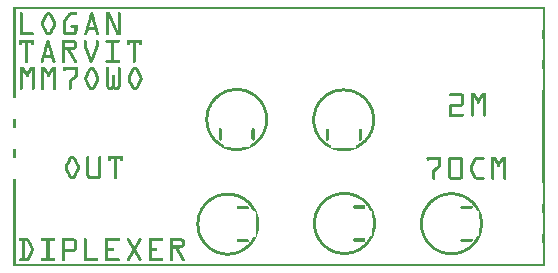
<source format=gto>
G04 MADE WITH FRITZING*
G04 WWW.FRITZING.ORG*
G04 DOUBLE SIDED*
G04 HOLES PLATED*
G04 CONTOUR ON CENTER OF CONTOUR VECTOR*
%ASAXBY*%
%FSLAX23Y23*%
%MOIN*%
%OFA0B0*%
%SFA1.0B1.0*%
%ADD10R,0.001000X0.001000*%
%LNSILK1*%
G90*
G70*
G54D10*
X0Y866D02*
X1770Y866D01*
X0Y865D02*
X1770Y865D01*
X0Y864D02*
X1770Y864D01*
X0Y863D02*
X1770Y863D01*
X0Y862D02*
X1770Y862D01*
X0Y861D02*
X1770Y861D01*
X0Y860D02*
X1770Y860D01*
X0Y859D02*
X1770Y859D01*
X0Y858D02*
X7Y858D01*
X1766Y858D02*
X1770Y858D01*
X0Y857D02*
X7Y857D01*
X1766Y857D02*
X1770Y857D01*
X0Y856D02*
X7Y856D01*
X1766Y856D02*
X1770Y856D01*
X0Y855D02*
X7Y855D01*
X1766Y855D02*
X1770Y855D01*
X0Y854D02*
X7Y854D01*
X1766Y854D02*
X1770Y854D01*
X0Y853D02*
X7Y853D01*
X1766Y853D02*
X1770Y853D01*
X0Y852D02*
X7Y852D01*
X1766Y852D02*
X1770Y852D01*
X0Y851D02*
X7Y851D01*
X1766Y851D02*
X1770Y851D01*
X0Y850D02*
X7Y850D01*
X1766Y850D02*
X1770Y850D01*
X0Y849D02*
X7Y849D01*
X1766Y849D02*
X1770Y849D01*
X0Y848D02*
X7Y848D01*
X25Y848D02*
X26Y848D01*
X116Y848D02*
X118Y848D01*
X193Y848D02*
X209Y848D01*
X261Y848D02*
X261Y848D01*
X309Y848D02*
X321Y848D01*
X353Y848D02*
X353Y848D01*
X1766Y848D02*
X1770Y848D01*
X0Y847D02*
X7Y847D01*
X23Y847D02*
X28Y847D01*
X112Y847D02*
X122Y847D01*
X189Y847D02*
X211Y847D01*
X258Y847D02*
X264Y847D01*
X309Y847D02*
X321Y847D01*
X350Y847D02*
X355Y847D01*
X1766Y847D02*
X1770Y847D01*
X0Y846D02*
X7Y846D01*
X22Y846D02*
X29Y846D01*
X111Y846D02*
X124Y846D01*
X187Y846D02*
X212Y846D01*
X257Y846D02*
X265Y846D01*
X309Y846D02*
X322Y846D01*
X349Y846D02*
X356Y846D01*
X1766Y846D02*
X1770Y846D01*
X0Y845D02*
X7Y845D01*
X21Y845D02*
X29Y845D01*
X109Y845D02*
X125Y845D01*
X185Y845D02*
X213Y845D01*
X257Y845D02*
X265Y845D01*
X309Y845D02*
X322Y845D01*
X349Y845D02*
X357Y845D01*
X1766Y845D02*
X1770Y845D01*
X0Y844D02*
X7Y844D01*
X21Y844D02*
X30Y844D01*
X108Y844D02*
X126Y844D01*
X184Y844D02*
X213Y844D01*
X257Y844D02*
X266Y844D01*
X309Y844D02*
X323Y844D01*
X349Y844D02*
X357Y844D01*
X1766Y844D02*
X1770Y844D01*
X0Y843D02*
X7Y843D01*
X21Y843D02*
X30Y843D01*
X107Y843D02*
X127Y843D01*
X183Y843D02*
X213Y843D01*
X256Y843D02*
X266Y843D01*
X309Y843D02*
X323Y843D01*
X348Y843D02*
X357Y843D01*
X1766Y843D02*
X1770Y843D01*
X0Y842D02*
X7Y842D01*
X21Y842D02*
X30Y842D01*
X107Y842D02*
X128Y842D01*
X182Y842D02*
X213Y842D01*
X256Y842D02*
X266Y842D01*
X309Y842D02*
X324Y842D01*
X348Y842D02*
X357Y842D01*
X1766Y842D02*
X1770Y842D01*
X0Y841D02*
X7Y841D01*
X21Y841D02*
X30Y841D01*
X106Y841D02*
X128Y841D01*
X182Y841D02*
X213Y841D01*
X256Y841D02*
X266Y841D01*
X309Y841D02*
X324Y841D01*
X348Y841D02*
X357Y841D01*
X1766Y841D02*
X1770Y841D01*
X0Y840D02*
X7Y840D01*
X21Y840D02*
X30Y840D01*
X105Y840D02*
X129Y840D01*
X181Y840D02*
X212Y840D01*
X255Y840D02*
X267Y840D01*
X309Y840D02*
X325Y840D01*
X348Y840D02*
X357Y840D01*
X1766Y840D02*
X1770Y840D01*
X0Y839D02*
X7Y839D01*
X21Y839D02*
X30Y839D01*
X105Y839D02*
X129Y839D01*
X180Y839D02*
X211Y839D01*
X255Y839D02*
X267Y839D01*
X309Y839D02*
X325Y839D01*
X348Y839D02*
X357Y839D01*
X1766Y839D02*
X1770Y839D01*
X0Y838D02*
X7Y838D01*
X21Y838D02*
X30Y838D01*
X104Y838D02*
X116Y838D01*
X118Y838D02*
X130Y838D01*
X179Y838D02*
X193Y838D01*
X255Y838D02*
X267Y838D01*
X309Y838D02*
X325Y838D01*
X348Y838D02*
X357Y838D01*
X1766Y838D02*
X1770Y838D01*
X0Y837D02*
X7Y837D01*
X21Y837D02*
X30Y837D01*
X104Y837D02*
X115Y837D01*
X120Y837D02*
X130Y837D01*
X178Y837D02*
X191Y837D01*
X254Y837D02*
X268Y837D01*
X309Y837D02*
X326Y837D01*
X348Y837D02*
X357Y837D01*
X1766Y837D02*
X1770Y837D01*
X0Y836D02*
X7Y836D01*
X21Y836D02*
X30Y836D01*
X103Y836D02*
X114Y836D01*
X120Y836D02*
X131Y836D01*
X178Y836D02*
X190Y836D01*
X254Y836D02*
X268Y836D01*
X309Y836D02*
X326Y836D01*
X348Y836D02*
X357Y836D01*
X1766Y836D02*
X1770Y836D01*
X0Y835D02*
X7Y835D01*
X21Y835D02*
X30Y835D01*
X103Y835D02*
X113Y835D01*
X121Y835D02*
X131Y835D01*
X177Y835D02*
X189Y835D01*
X254Y835D02*
X268Y835D01*
X309Y835D02*
X327Y835D01*
X348Y835D02*
X357Y835D01*
X1766Y835D02*
X1770Y835D01*
X0Y834D02*
X7Y834D01*
X21Y834D02*
X30Y834D01*
X102Y834D02*
X113Y834D01*
X121Y834D02*
X132Y834D01*
X176Y834D02*
X188Y834D01*
X254Y834D02*
X268Y834D01*
X309Y834D02*
X327Y834D01*
X348Y834D02*
X357Y834D01*
X1766Y834D02*
X1770Y834D01*
X0Y833D02*
X7Y833D01*
X21Y833D02*
X30Y833D01*
X102Y833D02*
X112Y833D01*
X122Y833D02*
X132Y833D01*
X175Y833D02*
X187Y833D01*
X253Y833D02*
X269Y833D01*
X309Y833D02*
X328Y833D01*
X348Y833D02*
X357Y833D01*
X1766Y833D02*
X1770Y833D01*
X0Y832D02*
X7Y832D01*
X21Y832D02*
X30Y832D01*
X101Y832D02*
X112Y832D01*
X122Y832D02*
X133Y832D01*
X175Y832D02*
X186Y832D01*
X253Y832D02*
X269Y832D01*
X309Y832D02*
X328Y832D01*
X348Y832D02*
X357Y832D01*
X1766Y832D02*
X1770Y832D01*
X0Y831D02*
X7Y831D01*
X21Y831D02*
X30Y831D01*
X101Y831D02*
X111Y831D01*
X123Y831D02*
X133Y831D01*
X174Y831D02*
X186Y831D01*
X253Y831D02*
X269Y831D01*
X309Y831D02*
X328Y831D01*
X348Y831D02*
X357Y831D01*
X1766Y831D02*
X1770Y831D01*
X0Y830D02*
X7Y830D01*
X21Y830D02*
X30Y830D01*
X100Y830D02*
X111Y830D01*
X123Y830D02*
X134Y830D01*
X173Y830D02*
X185Y830D01*
X252Y830D02*
X270Y830D01*
X309Y830D02*
X329Y830D01*
X348Y830D02*
X357Y830D01*
X1766Y830D02*
X1770Y830D01*
X0Y829D02*
X7Y829D01*
X21Y829D02*
X30Y829D01*
X100Y829D02*
X110Y829D01*
X124Y829D02*
X134Y829D01*
X172Y829D02*
X184Y829D01*
X252Y829D02*
X270Y829D01*
X309Y829D02*
X329Y829D01*
X348Y829D02*
X357Y829D01*
X1766Y829D02*
X1770Y829D01*
X0Y828D02*
X7Y828D01*
X21Y828D02*
X30Y828D01*
X99Y828D02*
X110Y828D01*
X124Y828D02*
X135Y828D01*
X171Y828D02*
X183Y828D01*
X252Y828D02*
X270Y828D01*
X309Y828D02*
X318Y828D01*
X320Y828D02*
X330Y828D01*
X348Y828D02*
X357Y828D01*
X1766Y828D02*
X1770Y828D01*
X0Y827D02*
X7Y827D01*
X21Y827D02*
X30Y827D01*
X99Y827D02*
X109Y827D01*
X125Y827D02*
X135Y827D01*
X171Y827D02*
X182Y827D01*
X252Y827D02*
X271Y827D01*
X309Y827D02*
X318Y827D01*
X320Y827D02*
X330Y827D01*
X348Y827D02*
X357Y827D01*
X1766Y827D02*
X1770Y827D01*
X0Y826D02*
X7Y826D01*
X21Y826D02*
X30Y826D01*
X98Y826D02*
X109Y826D01*
X125Y826D02*
X136Y826D01*
X170Y826D02*
X182Y826D01*
X251Y826D02*
X271Y826D01*
X309Y826D02*
X318Y826D01*
X321Y826D02*
X331Y826D01*
X348Y826D02*
X357Y826D01*
X1766Y826D02*
X1770Y826D01*
X0Y825D02*
X7Y825D01*
X21Y825D02*
X30Y825D01*
X98Y825D02*
X108Y825D01*
X126Y825D02*
X136Y825D01*
X169Y825D02*
X181Y825D01*
X251Y825D02*
X271Y825D01*
X309Y825D02*
X318Y825D01*
X321Y825D02*
X331Y825D01*
X348Y825D02*
X357Y825D01*
X1766Y825D02*
X1770Y825D01*
X0Y824D02*
X7Y824D01*
X21Y824D02*
X30Y824D01*
X97Y824D02*
X108Y824D01*
X126Y824D02*
X137Y824D01*
X168Y824D02*
X180Y824D01*
X251Y824D02*
X260Y824D01*
X262Y824D02*
X271Y824D01*
X309Y824D02*
X318Y824D01*
X321Y824D02*
X332Y824D01*
X348Y824D02*
X357Y824D01*
X1766Y824D02*
X1770Y824D01*
X0Y823D02*
X7Y823D01*
X21Y823D02*
X30Y823D01*
X97Y823D02*
X107Y823D01*
X127Y823D02*
X137Y823D01*
X168Y823D02*
X179Y823D01*
X250Y823D02*
X260Y823D01*
X262Y823D02*
X272Y823D01*
X309Y823D02*
X318Y823D01*
X322Y823D02*
X332Y823D01*
X348Y823D02*
X357Y823D01*
X1766Y823D02*
X1770Y823D01*
X0Y822D02*
X7Y822D01*
X21Y822D02*
X30Y822D01*
X96Y822D02*
X107Y822D01*
X127Y822D02*
X138Y822D01*
X167Y822D02*
X179Y822D01*
X250Y822D02*
X260Y822D01*
X262Y822D02*
X272Y822D01*
X309Y822D02*
X318Y822D01*
X322Y822D02*
X332Y822D01*
X348Y822D02*
X357Y822D01*
X1766Y822D02*
X1770Y822D01*
X0Y821D02*
X7Y821D01*
X21Y821D02*
X30Y821D01*
X96Y821D02*
X106Y821D01*
X128Y821D02*
X138Y821D01*
X167Y821D02*
X178Y821D01*
X250Y821D02*
X259Y821D01*
X263Y821D02*
X272Y821D01*
X309Y821D02*
X318Y821D01*
X323Y821D02*
X333Y821D01*
X348Y821D02*
X357Y821D01*
X1766Y821D02*
X1770Y821D01*
X0Y820D02*
X7Y820D01*
X21Y820D02*
X30Y820D01*
X95Y820D02*
X106Y820D01*
X128Y820D02*
X139Y820D01*
X166Y820D02*
X177Y820D01*
X250Y820D02*
X259Y820D01*
X263Y820D02*
X273Y820D01*
X309Y820D02*
X318Y820D01*
X323Y820D02*
X333Y820D01*
X348Y820D02*
X357Y820D01*
X1766Y820D02*
X1770Y820D01*
X0Y819D02*
X7Y819D01*
X21Y819D02*
X30Y819D01*
X95Y819D02*
X105Y819D01*
X129Y819D02*
X139Y819D01*
X166Y819D02*
X176Y819D01*
X249Y819D02*
X259Y819D01*
X263Y819D02*
X273Y819D01*
X309Y819D02*
X318Y819D01*
X324Y819D02*
X334Y819D01*
X348Y819D02*
X357Y819D01*
X1766Y819D02*
X1770Y819D01*
X0Y818D02*
X7Y818D01*
X21Y818D02*
X30Y818D01*
X95Y818D02*
X105Y818D01*
X129Y818D02*
X140Y818D01*
X166Y818D02*
X176Y818D01*
X249Y818D02*
X258Y818D01*
X264Y818D02*
X273Y818D01*
X309Y818D02*
X318Y818D01*
X324Y818D02*
X334Y818D01*
X348Y818D02*
X357Y818D01*
X1766Y818D02*
X1770Y818D01*
X0Y817D02*
X7Y817D01*
X21Y817D02*
X30Y817D01*
X94Y817D02*
X104Y817D01*
X130Y817D02*
X140Y817D01*
X165Y817D02*
X175Y817D01*
X249Y817D02*
X258Y817D01*
X264Y817D02*
X273Y817D01*
X309Y817D02*
X318Y817D01*
X325Y817D02*
X335Y817D01*
X348Y817D02*
X357Y817D01*
X1766Y817D02*
X1770Y817D01*
X0Y816D02*
X7Y816D01*
X21Y816D02*
X30Y816D01*
X94Y816D02*
X104Y816D01*
X131Y816D02*
X140Y816D01*
X165Y816D02*
X175Y816D01*
X248Y816D02*
X258Y816D01*
X264Y816D02*
X274Y816D01*
X309Y816D02*
X318Y816D01*
X325Y816D02*
X335Y816D01*
X348Y816D02*
X357Y816D01*
X1766Y816D02*
X1770Y816D01*
X0Y815D02*
X7Y815D01*
X21Y815D02*
X30Y815D01*
X94Y815D02*
X103Y815D01*
X131Y815D02*
X141Y815D01*
X165Y815D02*
X174Y815D01*
X248Y815D02*
X258Y815D01*
X264Y815D02*
X274Y815D01*
X309Y815D02*
X318Y815D01*
X325Y815D02*
X336Y815D01*
X348Y815D02*
X357Y815D01*
X1766Y815D02*
X1770Y815D01*
X0Y814D02*
X7Y814D01*
X21Y814D02*
X30Y814D01*
X93Y814D02*
X103Y814D01*
X131Y814D02*
X141Y814D01*
X165Y814D02*
X174Y814D01*
X248Y814D02*
X257Y814D01*
X265Y814D02*
X274Y814D01*
X309Y814D02*
X318Y814D01*
X326Y814D02*
X336Y814D01*
X348Y814D02*
X357Y814D01*
X1766Y814D02*
X1770Y814D01*
X0Y813D02*
X7Y813D01*
X21Y813D02*
X30Y813D01*
X93Y813D02*
X102Y813D01*
X132Y813D02*
X141Y813D01*
X165Y813D02*
X174Y813D01*
X247Y813D02*
X257Y813D01*
X265Y813D02*
X275Y813D01*
X309Y813D02*
X318Y813D01*
X326Y813D02*
X336Y813D01*
X348Y813D02*
X357Y813D01*
X1766Y813D02*
X1770Y813D01*
X0Y812D02*
X7Y812D01*
X21Y812D02*
X30Y812D01*
X93Y812D02*
X102Y812D01*
X132Y812D02*
X141Y812D01*
X165Y812D02*
X174Y812D01*
X247Y812D02*
X257Y812D01*
X265Y812D02*
X275Y812D01*
X309Y812D02*
X318Y812D01*
X327Y812D02*
X337Y812D01*
X348Y812D02*
X357Y812D01*
X1766Y812D02*
X1770Y812D01*
X0Y811D02*
X7Y811D01*
X21Y811D02*
X30Y811D01*
X93Y811D02*
X102Y811D01*
X132Y811D02*
X141Y811D01*
X165Y811D02*
X174Y811D01*
X247Y811D02*
X256Y811D01*
X266Y811D02*
X275Y811D01*
X309Y811D02*
X318Y811D01*
X327Y811D02*
X337Y811D01*
X348Y811D02*
X357Y811D01*
X1766Y811D02*
X1770Y811D01*
X0Y810D02*
X7Y810D01*
X21Y810D02*
X30Y810D01*
X93Y810D02*
X102Y810D01*
X132Y810D02*
X141Y810D01*
X165Y810D02*
X174Y810D01*
X247Y810D02*
X256Y810D01*
X266Y810D02*
X275Y810D01*
X309Y810D02*
X318Y810D01*
X328Y810D02*
X338Y810D01*
X348Y810D02*
X357Y810D01*
X1766Y810D02*
X1770Y810D01*
X0Y809D02*
X7Y809D01*
X21Y809D02*
X30Y809D01*
X93Y809D02*
X102Y809D01*
X132Y809D02*
X142Y809D01*
X165Y809D02*
X174Y809D01*
X246Y809D02*
X256Y809D01*
X266Y809D02*
X276Y809D01*
X309Y809D02*
X318Y809D01*
X328Y809D02*
X338Y809D01*
X348Y809D02*
X357Y809D01*
X1766Y809D02*
X1770Y809D01*
X0Y808D02*
X7Y808D01*
X21Y808D02*
X30Y808D01*
X93Y808D02*
X102Y808D01*
X132Y808D02*
X141Y808D01*
X165Y808D02*
X174Y808D01*
X246Y808D02*
X256Y808D01*
X267Y808D02*
X276Y808D01*
X309Y808D02*
X318Y808D01*
X328Y808D02*
X339Y808D01*
X348Y808D02*
X357Y808D01*
X1766Y808D02*
X1770Y808D01*
X0Y807D02*
X7Y807D01*
X21Y807D02*
X30Y807D01*
X93Y807D02*
X102Y807D01*
X132Y807D02*
X141Y807D01*
X165Y807D02*
X174Y807D01*
X246Y807D02*
X255Y807D01*
X267Y807D02*
X276Y807D01*
X309Y807D02*
X318Y807D01*
X329Y807D02*
X339Y807D01*
X348Y807D02*
X357Y807D01*
X1766Y807D02*
X1770Y807D01*
X0Y806D02*
X7Y806D01*
X21Y806D02*
X30Y806D01*
X93Y806D02*
X102Y806D01*
X132Y806D02*
X141Y806D01*
X165Y806D02*
X174Y806D01*
X245Y806D02*
X255Y806D01*
X267Y806D02*
X277Y806D01*
X309Y806D02*
X318Y806D01*
X329Y806D02*
X339Y806D01*
X348Y806D02*
X357Y806D01*
X1766Y806D02*
X1770Y806D01*
X0Y805D02*
X7Y805D01*
X21Y805D02*
X30Y805D01*
X93Y805D02*
X103Y805D01*
X132Y805D02*
X141Y805D01*
X165Y805D02*
X174Y805D01*
X192Y805D02*
X214Y805D01*
X245Y805D02*
X255Y805D01*
X267Y805D02*
X277Y805D01*
X309Y805D02*
X318Y805D01*
X330Y805D02*
X340Y805D01*
X348Y805D02*
X357Y805D01*
X1766Y805D02*
X1770Y805D01*
X0Y804D02*
X7Y804D01*
X21Y804D02*
X30Y804D01*
X93Y804D02*
X103Y804D01*
X131Y804D02*
X141Y804D01*
X165Y804D02*
X174Y804D01*
X191Y804D02*
X214Y804D01*
X245Y804D02*
X254Y804D01*
X268Y804D02*
X277Y804D01*
X309Y804D02*
X318Y804D01*
X330Y804D02*
X340Y804D01*
X348Y804D02*
X357Y804D01*
X1766Y804D02*
X1770Y804D01*
X0Y803D02*
X7Y803D01*
X21Y803D02*
X30Y803D01*
X94Y803D02*
X103Y803D01*
X131Y803D02*
X141Y803D01*
X165Y803D02*
X174Y803D01*
X190Y803D02*
X214Y803D01*
X245Y803D02*
X254Y803D01*
X268Y803D02*
X278Y803D01*
X309Y803D02*
X318Y803D01*
X331Y803D02*
X341Y803D01*
X348Y803D02*
X357Y803D01*
X1766Y803D02*
X1770Y803D01*
X0Y802D02*
X7Y802D01*
X21Y802D02*
X30Y802D01*
X94Y802D02*
X104Y802D01*
X130Y802D02*
X140Y802D01*
X165Y802D02*
X174Y802D01*
X190Y802D02*
X214Y802D01*
X244Y802D02*
X254Y802D01*
X268Y802D02*
X278Y802D01*
X309Y802D02*
X318Y802D01*
X331Y802D02*
X341Y802D01*
X348Y802D02*
X357Y802D01*
X1766Y802D02*
X1770Y802D01*
X0Y801D02*
X7Y801D01*
X21Y801D02*
X30Y801D01*
X94Y801D02*
X104Y801D01*
X130Y801D02*
X140Y801D01*
X165Y801D02*
X174Y801D01*
X190Y801D02*
X214Y801D01*
X244Y801D02*
X253Y801D01*
X269Y801D02*
X278Y801D01*
X309Y801D02*
X318Y801D01*
X332Y801D02*
X342Y801D01*
X348Y801D02*
X357Y801D01*
X1766Y801D02*
X1770Y801D01*
X0Y800D02*
X7Y800D01*
X21Y800D02*
X30Y800D01*
X95Y800D02*
X105Y800D01*
X129Y800D02*
X140Y800D01*
X165Y800D02*
X174Y800D01*
X190Y800D02*
X214Y800D01*
X244Y800D02*
X253Y800D01*
X269Y800D02*
X278Y800D01*
X309Y800D02*
X318Y800D01*
X332Y800D02*
X342Y800D01*
X348Y800D02*
X357Y800D01*
X1766Y800D02*
X1770Y800D01*
X0Y799D02*
X7Y799D01*
X21Y799D02*
X30Y799D01*
X95Y799D02*
X105Y799D01*
X129Y799D02*
X139Y799D01*
X165Y799D02*
X174Y799D01*
X190Y799D02*
X214Y799D01*
X243Y799D02*
X253Y799D01*
X269Y799D02*
X279Y799D01*
X309Y799D02*
X318Y799D01*
X332Y799D02*
X343Y799D01*
X348Y799D02*
X357Y799D01*
X1766Y799D02*
X1770Y799D01*
X0Y798D02*
X7Y798D01*
X21Y798D02*
X30Y798D01*
X96Y798D02*
X106Y798D01*
X128Y798D02*
X139Y798D01*
X165Y798D02*
X174Y798D01*
X190Y798D02*
X214Y798D01*
X243Y798D02*
X253Y798D01*
X269Y798D02*
X279Y798D01*
X309Y798D02*
X318Y798D01*
X333Y798D02*
X343Y798D01*
X348Y798D02*
X357Y798D01*
X1766Y798D02*
X1770Y798D01*
X0Y797D02*
X7Y797D01*
X21Y797D02*
X30Y797D01*
X96Y797D02*
X106Y797D01*
X128Y797D02*
X138Y797D01*
X165Y797D02*
X174Y797D01*
X191Y797D02*
X214Y797D01*
X243Y797D02*
X279Y797D01*
X309Y797D02*
X318Y797D01*
X333Y797D02*
X343Y797D01*
X348Y797D02*
X357Y797D01*
X1766Y797D02*
X1770Y797D01*
X0Y796D02*
X7Y796D01*
X21Y796D02*
X30Y796D01*
X97Y796D02*
X107Y796D01*
X127Y796D02*
X138Y796D01*
X165Y796D02*
X174Y796D01*
X193Y796D02*
X214Y796D01*
X242Y796D02*
X280Y796D01*
X309Y796D02*
X318Y796D01*
X334Y796D02*
X344Y796D01*
X348Y796D02*
X357Y796D01*
X1766Y796D02*
X1770Y796D01*
X0Y795D02*
X7Y795D01*
X21Y795D02*
X30Y795D01*
X97Y795D02*
X107Y795D01*
X127Y795D02*
X137Y795D01*
X165Y795D02*
X174Y795D01*
X204Y795D02*
X214Y795D01*
X242Y795D02*
X280Y795D01*
X309Y795D02*
X318Y795D01*
X334Y795D02*
X344Y795D01*
X348Y795D02*
X357Y795D01*
X1766Y795D02*
X1770Y795D01*
X0Y794D02*
X7Y794D01*
X21Y794D02*
X30Y794D01*
X98Y794D02*
X108Y794D01*
X126Y794D02*
X137Y794D01*
X165Y794D02*
X174Y794D01*
X204Y794D02*
X214Y794D01*
X242Y794D02*
X280Y794D01*
X309Y794D02*
X318Y794D01*
X335Y794D02*
X345Y794D01*
X348Y794D02*
X357Y794D01*
X1766Y794D02*
X1770Y794D01*
X0Y793D02*
X7Y793D01*
X21Y793D02*
X30Y793D01*
X98Y793D02*
X108Y793D01*
X126Y793D02*
X136Y793D01*
X165Y793D02*
X174Y793D01*
X204Y793D02*
X214Y793D01*
X242Y793D02*
X280Y793D01*
X309Y793D02*
X318Y793D01*
X335Y793D02*
X345Y793D01*
X348Y793D02*
X357Y793D01*
X1766Y793D02*
X1770Y793D01*
X0Y792D02*
X7Y792D01*
X21Y792D02*
X30Y792D01*
X99Y792D02*
X109Y792D01*
X125Y792D02*
X136Y792D01*
X165Y792D02*
X174Y792D01*
X204Y792D02*
X214Y792D01*
X241Y792D02*
X281Y792D01*
X309Y792D02*
X318Y792D01*
X335Y792D02*
X346Y792D01*
X348Y792D02*
X357Y792D01*
X1766Y792D02*
X1770Y792D01*
X0Y791D02*
X7Y791D01*
X21Y791D02*
X30Y791D01*
X99Y791D02*
X109Y791D01*
X125Y791D02*
X135Y791D01*
X165Y791D02*
X174Y791D01*
X204Y791D02*
X214Y791D01*
X241Y791D02*
X281Y791D01*
X309Y791D02*
X318Y791D01*
X336Y791D02*
X346Y791D01*
X348Y791D02*
X357Y791D01*
X1766Y791D02*
X1770Y791D01*
X0Y790D02*
X7Y790D01*
X21Y790D02*
X30Y790D01*
X100Y790D02*
X110Y790D01*
X124Y790D02*
X135Y790D01*
X165Y790D02*
X174Y790D01*
X204Y790D02*
X214Y790D01*
X241Y790D02*
X281Y790D01*
X309Y790D02*
X318Y790D01*
X336Y790D02*
X346Y790D01*
X348Y790D02*
X357Y790D01*
X1766Y790D02*
X1770Y790D01*
X0Y789D02*
X7Y789D01*
X21Y789D02*
X30Y789D01*
X100Y789D02*
X110Y789D01*
X124Y789D02*
X134Y789D01*
X165Y789D02*
X174Y789D01*
X204Y789D02*
X214Y789D01*
X240Y789D02*
X282Y789D01*
X309Y789D02*
X318Y789D01*
X337Y789D02*
X357Y789D01*
X1766Y789D02*
X1770Y789D01*
X0Y788D02*
X7Y788D01*
X21Y788D02*
X30Y788D01*
X101Y788D02*
X111Y788D01*
X123Y788D02*
X134Y788D01*
X165Y788D02*
X174Y788D01*
X204Y788D02*
X214Y788D01*
X240Y788D02*
X282Y788D01*
X309Y788D02*
X318Y788D01*
X337Y788D02*
X357Y788D01*
X1763Y788D02*
X1770Y788D01*
X0Y787D02*
X7Y787D01*
X21Y787D02*
X30Y787D01*
X101Y787D02*
X111Y787D01*
X123Y787D02*
X133Y787D01*
X165Y787D02*
X174Y787D01*
X204Y787D02*
X214Y787D01*
X240Y787D02*
X250Y787D01*
X273Y787D02*
X282Y787D01*
X309Y787D02*
X318Y787D01*
X338Y787D02*
X357Y787D01*
X1763Y787D02*
X1770Y787D01*
X0Y786D02*
X7Y786D01*
X21Y786D02*
X30Y786D01*
X102Y786D02*
X112Y786D01*
X122Y786D02*
X133Y786D01*
X165Y786D02*
X174Y786D01*
X204Y786D02*
X214Y786D01*
X240Y786D02*
X249Y786D01*
X273Y786D02*
X282Y786D01*
X309Y786D02*
X318Y786D01*
X338Y786D02*
X357Y786D01*
X1763Y786D02*
X1770Y786D01*
X0Y785D02*
X7Y785D01*
X21Y785D02*
X30Y785D01*
X102Y785D02*
X112Y785D01*
X122Y785D02*
X132Y785D01*
X165Y785D02*
X174Y785D01*
X204Y785D02*
X213Y785D01*
X239Y785D02*
X249Y785D01*
X273Y785D02*
X283Y785D01*
X309Y785D02*
X318Y785D01*
X339Y785D02*
X357Y785D01*
X1763Y785D02*
X1770Y785D01*
X0Y784D02*
X7Y784D01*
X21Y784D02*
X30Y784D01*
X103Y784D02*
X113Y784D01*
X121Y784D02*
X132Y784D01*
X165Y784D02*
X174Y784D01*
X204Y784D02*
X213Y784D01*
X239Y784D02*
X248Y784D01*
X274Y784D02*
X283Y784D01*
X309Y784D02*
X318Y784D01*
X339Y784D02*
X357Y784D01*
X1763Y784D02*
X1770Y784D01*
X0Y783D02*
X7Y783D01*
X21Y783D02*
X30Y783D01*
X103Y783D02*
X113Y783D01*
X121Y783D02*
X131Y783D01*
X165Y783D02*
X174Y783D01*
X204Y783D02*
X213Y783D01*
X239Y783D02*
X248Y783D01*
X274Y783D02*
X283Y783D01*
X309Y783D02*
X318Y783D01*
X339Y783D02*
X357Y783D01*
X1763Y783D02*
X1770Y783D01*
X0Y782D02*
X7Y782D01*
X21Y782D02*
X30Y782D01*
X104Y782D02*
X114Y782D01*
X120Y782D02*
X131Y782D01*
X165Y782D02*
X175Y782D01*
X203Y782D02*
X213Y782D01*
X238Y782D02*
X248Y782D01*
X274Y782D02*
X284Y782D01*
X309Y782D02*
X318Y782D01*
X340Y782D02*
X357Y782D01*
X1763Y782D02*
X1770Y782D01*
X0Y781D02*
X7Y781D01*
X21Y781D02*
X30Y781D01*
X104Y781D02*
X115Y781D01*
X120Y781D02*
X130Y781D01*
X165Y781D02*
X176Y781D01*
X202Y781D02*
X213Y781D01*
X238Y781D02*
X248Y781D01*
X274Y781D02*
X284Y781D01*
X309Y781D02*
X318Y781D01*
X340Y781D02*
X357Y781D01*
X1763Y781D02*
X1770Y781D01*
X0Y780D02*
X7Y780D01*
X21Y780D02*
X66Y780D01*
X105Y780D02*
X130Y780D01*
X166Y780D02*
X213Y780D01*
X238Y780D02*
X247Y780D01*
X275Y780D02*
X284Y780D01*
X309Y780D02*
X318Y780D01*
X341Y780D02*
X357Y780D01*
X1763Y780D02*
X1770Y780D01*
X0Y779D02*
X7Y779D01*
X21Y779D02*
X68Y779D01*
X105Y779D02*
X129Y779D01*
X166Y779D02*
X212Y779D01*
X237Y779D02*
X247Y779D01*
X275Y779D02*
X285Y779D01*
X309Y779D02*
X318Y779D01*
X341Y779D02*
X357Y779D01*
X1763Y779D02*
X1770Y779D01*
X0Y778D02*
X7Y778D01*
X21Y778D02*
X69Y778D01*
X106Y778D02*
X129Y778D01*
X167Y778D02*
X212Y778D01*
X237Y778D02*
X247Y778D01*
X275Y778D02*
X285Y778D01*
X309Y778D02*
X318Y778D01*
X342Y778D02*
X357Y778D01*
X1763Y778D02*
X1770Y778D01*
X0Y777D02*
X7Y777D01*
X21Y777D02*
X69Y777D01*
X106Y777D02*
X128Y777D01*
X167Y777D02*
X211Y777D01*
X237Y777D02*
X246Y777D01*
X276Y777D02*
X285Y777D01*
X309Y777D02*
X318Y777D01*
X342Y777D02*
X357Y777D01*
X1763Y777D02*
X1770Y777D01*
X0Y776D02*
X7Y776D01*
X21Y776D02*
X69Y776D01*
X107Y776D02*
X127Y776D01*
X168Y776D02*
X210Y776D01*
X237Y776D02*
X246Y776D01*
X276Y776D02*
X285Y776D01*
X309Y776D02*
X318Y776D01*
X343Y776D02*
X357Y776D01*
X1763Y776D02*
X1770Y776D01*
X0Y775D02*
X7Y775D01*
X21Y775D02*
X70Y775D01*
X107Y775D02*
X127Y775D01*
X169Y775D02*
X209Y775D01*
X236Y775D02*
X246Y775D01*
X276Y775D02*
X286Y775D01*
X309Y775D02*
X318Y775D01*
X343Y775D02*
X357Y775D01*
X1763Y775D02*
X1770Y775D01*
X0Y774D02*
X7Y774D01*
X21Y774D02*
X69Y774D01*
X108Y774D02*
X126Y774D01*
X170Y774D02*
X208Y774D01*
X237Y774D02*
X246Y774D01*
X277Y774D02*
X285Y774D01*
X309Y774D02*
X318Y774D01*
X343Y774D02*
X357Y774D01*
X1763Y774D02*
X1770Y774D01*
X0Y773D02*
X7Y773D01*
X21Y773D02*
X69Y773D01*
X110Y773D02*
X125Y773D01*
X171Y773D02*
X207Y773D01*
X237Y773D02*
X245Y773D01*
X277Y773D02*
X285Y773D01*
X309Y773D02*
X317Y773D01*
X344Y773D02*
X357Y773D01*
X1763Y773D02*
X1770Y773D01*
X0Y772D02*
X7Y772D01*
X21Y772D02*
X68Y772D01*
X111Y772D02*
X123Y772D01*
X173Y772D02*
X205Y772D01*
X238Y772D02*
X244Y772D01*
X278Y772D02*
X284Y772D01*
X310Y772D02*
X317Y772D01*
X344Y772D02*
X357Y772D01*
X1763Y772D02*
X1770Y772D01*
X0Y771D02*
X7Y771D01*
X21Y771D02*
X67Y771D01*
X113Y771D02*
X121Y771D01*
X175Y771D02*
X203Y771D01*
X239Y771D02*
X243Y771D01*
X279Y771D02*
X283Y771D01*
X311Y771D02*
X315Y771D01*
X345Y771D02*
X357Y771D01*
X1763Y771D02*
X1770Y771D01*
X0Y770D02*
X7Y770D01*
X1763Y770D02*
X1770Y770D01*
X0Y769D02*
X7Y769D01*
X1763Y769D02*
X1770Y769D01*
X0Y768D02*
X7Y768D01*
X1763Y768D02*
X1770Y768D01*
X0Y767D02*
X7Y767D01*
X1763Y767D02*
X1770Y767D01*
X0Y766D02*
X7Y766D01*
X1763Y766D02*
X1770Y766D01*
X0Y765D02*
X7Y765D01*
X1763Y765D02*
X1770Y765D01*
X0Y764D02*
X7Y764D01*
X1763Y764D02*
X1770Y764D01*
X0Y763D02*
X7Y763D01*
X1763Y763D02*
X1770Y763D01*
X0Y762D02*
X7Y762D01*
X1763Y762D02*
X1770Y762D01*
X0Y761D02*
X7Y761D01*
X1763Y761D02*
X1770Y761D01*
X0Y760D02*
X7Y760D01*
X1763Y760D02*
X1770Y760D01*
X0Y759D02*
X7Y759D01*
X1763Y759D02*
X1770Y759D01*
X0Y758D02*
X7Y758D01*
X1766Y758D02*
X1770Y758D01*
X0Y757D02*
X7Y757D01*
X1766Y757D02*
X1770Y757D01*
X0Y756D02*
X7Y756D01*
X19Y756D02*
X68Y756D01*
X114Y756D02*
X116Y756D01*
X163Y756D02*
X199Y756D01*
X239Y756D02*
X240Y756D01*
X279Y756D02*
X280Y756D01*
X311Y756D02*
X352Y756D01*
X379Y756D02*
X428Y756D01*
X1766Y756D02*
X1770Y756D01*
X0Y755D02*
X7Y755D01*
X19Y755D02*
X68Y755D01*
X113Y755D02*
X118Y755D01*
X163Y755D02*
X203Y755D01*
X237Y755D02*
X242Y755D01*
X277Y755D02*
X282Y755D01*
X309Y755D02*
X354Y755D01*
X379Y755D02*
X428Y755D01*
X1766Y755D02*
X1770Y755D01*
X0Y754D02*
X7Y754D01*
X19Y754D02*
X68Y754D01*
X112Y754D02*
X119Y754D01*
X163Y754D02*
X204Y754D01*
X236Y754D02*
X243Y754D01*
X276Y754D02*
X283Y754D01*
X308Y754D02*
X355Y754D01*
X379Y754D02*
X428Y754D01*
X1766Y754D02*
X1770Y754D01*
X0Y753D02*
X7Y753D01*
X19Y753D02*
X68Y753D01*
X111Y753D02*
X120Y753D01*
X163Y753D02*
X206Y753D01*
X235Y753D02*
X244Y753D01*
X275Y753D02*
X283Y753D01*
X307Y753D02*
X355Y753D01*
X379Y753D02*
X428Y753D01*
X1766Y753D02*
X1770Y753D01*
X0Y752D02*
X7Y752D01*
X19Y752D02*
X68Y752D01*
X111Y752D02*
X120Y752D01*
X163Y752D02*
X207Y752D01*
X235Y752D02*
X244Y752D01*
X275Y752D02*
X284Y752D01*
X307Y752D02*
X356Y752D01*
X379Y752D02*
X428Y752D01*
X1766Y752D02*
X1770Y752D01*
X0Y751D02*
X7Y751D01*
X19Y751D02*
X68Y751D01*
X111Y751D02*
X120Y751D01*
X163Y751D02*
X208Y751D01*
X235Y751D02*
X244Y751D01*
X275Y751D02*
X284Y751D01*
X307Y751D02*
X356Y751D01*
X379Y751D02*
X428Y751D01*
X1766Y751D02*
X1770Y751D01*
X0Y750D02*
X7Y750D01*
X19Y750D02*
X68Y750D01*
X110Y750D02*
X121Y750D01*
X163Y750D02*
X209Y750D01*
X235Y750D02*
X244Y750D01*
X275Y750D02*
X284Y750D01*
X307Y750D02*
X356Y750D01*
X379Y750D02*
X428Y750D01*
X1766Y750D02*
X1770Y750D01*
X0Y749D02*
X7Y749D01*
X19Y749D02*
X68Y749D01*
X110Y749D02*
X121Y749D01*
X163Y749D02*
X209Y749D01*
X235Y749D02*
X244Y749D01*
X275Y749D02*
X284Y749D01*
X308Y749D02*
X355Y749D01*
X379Y749D02*
X428Y749D01*
X1766Y749D02*
X1770Y749D01*
X0Y748D02*
X7Y748D01*
X19Y748D02*
X68Y748D01*
X110Y748D02*
X121Y748D01*
X163Y748D02*
X210Y748D01*
X235Y748D02*
X244Y748D01*
X275Y748D02*
X284Y748D01*
X308Y748D02*
X355Y748D01*
X379Y748D02*
X428Y748D01*
X1766Y748D02*
X1770Y748D01*
X0Y747D02*
X7Y747D01*
X19Y747D02*
X68Y747D01*
X109Y747D02*
X121Y747D01*
X163Y747D02*
X211Y747D01*
X235Y747D02*
X244Y747D01*
X275Y747D02*
X284Y747D01*
X309Y747D02*
X353Y747D01*
X379Y747D02*
X428Y747D01*
X1766Y747D02*
X1770Y747D01*
X0Y746D02*
X7Y746D01*
X19Y746D02*
X28Y746D01*
X39Y746D02*
X48Y746D01*
X58Y746D02*
X68Y746D01*
X109Y746D02*
X122Y746D01*
X163Y746D02*
X172Y746D01*
X198Y746D02*
X211Y746D01*
X235Y746D02*
X244Y746D01*
X275Y746D02*
X284Y746D01*
X326Y746D02*
X336Y746D01*
X379Y746D02*
X388Y746D01*
X398Y746D02*
X408Y746D01*
X418Y746D02*
X428Y746D01*
X1766Y746D02*
X1770Y746D01*
X0Y745D02*
X7Y745D01*
X19Y745D02*
X28Y745D01*
X39Y745D02*
X48Y745D01*
X59Y745D02*
X68Y745D01*
X109Y745D02*
X122Y745D01*
X163Y745D02*
X172Y745D01*
X201Y745D02*
X211Y745D01*
X235Y745D02*
X244Y745D01*
X275Y745D02*
X284Y745D01*
X327Y745D02*
X336Y745D01*
X379Y745D02*
X388Y745D01*
X399Y745D02*
X408Y745D01*
X419Y745D02*
X428Y745D01*
X1766Y745D02*
X1770Y745D01*
X0Y744D02*
X7Y744D01*
X19Y744D02*
X28Y744D01*
X39Y744D02*
X48Y744D01*
X59Y744D02*
X68Y744D01*
X109Y744D02*
X122Y744D01*
X163Y744D02*
X172Y744D01*
X202Y744D02*
X211Y744D01*
X235Y744D02*
X244Y744D01*
X275Y744D02*
X284Y744D01*
X327Y744D02*
X336Y744D01*
X379Y744D02*
X388Y744D01*
X399Y744D02*
X408Y744D01*
X419Y744D02*
X428Y744D01*
X1766Y744D02*
X1770Y744D01*
X0Y743D02*
X7Y743D01*
X19Y743D02*
X28Y743D01*
X39Y743D02*
X48Y743D01*
X59Y743D02*
X68Y743D01*
X108Y743D02*
X123Y743D01*
X163Y743D02*
X172Y743D01*
X202Y743D02*
X212Y743D01*
X235Y743D02*
X244Y743D01*
X275Y743D02*
X284Y743D01*
X327Y743D02*
X336Y743D01*
X379Y743D02*
X388Y743D01*
X399Y743D02*
X408Y743D01*
X419Y743D02*
X428Y743D01*
X1766Y743D02*
X1770Y743D01*
X0Y742D02*
X7Y742D01*
X19Y742D02*
X28Y742D01*
X39Y742D02*
X48Y742D01*
X59Y742D02*
X68Y742D01*
X108Y742D02*
X123Y742D01*
X163Y742D02*
X172Y742D01*
X203Y742D02*
X212Y742D01*
X235Y742D02*
X244Y742D01*
X275Y742D02*
X284Y742D01*
X327Y742D02*
X336Y742D01*
X379Y742D02*
X388Y742D01*
X399Y742D02*
X408Y742D01*
X419Y742D02*
X428Y742D01*
X1766Y742D02*
X1770Y742D01*
X0Y741D02*
X7Y741D01*
X19Y741D02*
X28Y741D01*
X39Y741D02*
X48Y741D01*
X59Y741D02*
X68Y741D01*
X108Y741D02*
X123Y741D01*
X163Y741D02*
X172Y741D01*
X203Y741D02*
X212Y741D01*
X235Y741D02*
X244Y741D01*
X275Y741D02*
X284Y741D01*
X327Y741D02*
X336Y741D01*
X379Y741D02*
X388Y741D01*
X399Y741D02*
X408Y741D01*
X419Y741D02*
X427Y741D01*
X1766Y741D02*
X1770Y741D01*
X0Y740D02*
X7Y740D01*
X20Y740D02*
X27Y740D01*
X39Y740D02*
X48Y740D01*
X60Y740D02*
X67Y740D01*
X107Y740D02*
X123Y740D01*
X163Y740D02*
X172Y740D01*
X203Y740D02*
X212Y740D01*
X235Y740D02*
X244Y740D01*
X275Y740D02*
X284Y740D01*
X327Y740D02*
X336Y740D01*
X380Y740D02*
X387Y740D01*
X399Y740D02*
X408Y740D01*
X419Y740D02*
X427Y740D01*
X1766Y740D02*
X1770Y740D01*
X0Y739D02*
X7Y739D01*
X21Y739D02*
X26Y739D01*
X39Y739D02*
X48Y739D01*
X60Y739D02*
X66Y739D01*
X107Y739D02*
X124Y739D01*
X163Y739D02*
X172Y739D01*
X203Y739D02*
X212Y739D01*
X235Y739D02*
X244Y739D01*
X275Y739D02*
X284Y739D01*
X327Y739D02*
X336Y739D01*
X381Y739D02*
X386Y739D01*
X399Y739D02*
X408Y739D01*
X420Y739D02*
X426Y739D01*
X1766Y739D02*
X1770Y739D01*
X0Y738D02*
X7Y738D01*
X22Y738D02*
X25Y738D01*
X39Y738D02*
X48Y738D01*
X62Y738D02*
X65Y738D01*
X107Y738D02*
X124Y738D01*
X163Y738D02*
X172Y738D01*
X203Y738D02*
X212Y738D01*
X235Y738D02*
X244Y738D01*
X275Y738D02*
X284Y738D01*
X327Y738D02*
X336Y738D01*
X382Y738D02*
X385Y738D01*
X399Y738D02*
X408Y738D01*
X422Y738D02*
X424Y738D01*
X1766Y738D02*
X1770Y738D01*
X0Y737D02*
X7Y737D01*
X39Y737D02*
X48Y737D01*
X106Y737D02*
X124Y737D01*
X163Y737D02*
X172Y737D01*
X203Y737D02*
X212Y737D01*
X235Y737D02*
X244Y737D01*
X275Y737D02*
X284Y737D01*
X327Y737D02*
X336Y737D01*
X399Y737D02*
X408Y737D01*
X1766Y737D02*
X1770Y737D01*
X0Y736D02*
X7Y736D01*
X39Y736D02*
X48Y736D01*
X106Y736D02*
X125Y736D01*
X163Y736D02*
X172Y736D01*
X203Y736D02*
X212Y736D01*
X235Y736D02*
X244Y736D01*
X275Y736D02*
X284Y736D01*
X327Y736D02*
X336Y736D01*
X399Y736D02*
X408Y736D01*
X1766Y736D02*
X1770Y736D01*
X0Y735D02*
X7Y735D01*
X39Y735D02*
X48Y735D01*
X106Y735D02*
X125Y735D01*
X163Y735D02*
X172Y735D01*
X203Y735D02*
X212Y735D01*
X235Y735D02*
X244Y735D01*
X275Y735D02*
X284Y735D01*
X327Y735D02*
X336Y735D01*
X399Y735D02*
X408Y735D01*
X1766Y735D02*
X1770Y735D01*
X0Y734D02*
X7Y734D01*
X39Y734D02*
X48Y734D01*
X106Y734D02*
X125Y734D01*
X163Y734D02*
X172Y734D01*
X202Y734D02*
X212Y734D01*
X235Y734D02*
X245Y734D01*
X274Y734D02*
X284Y734D01*
X327Y734D02*
X336Y734D01*
X399Y734D02*
X408Y734D01*
X1766Y734D02*
X1770Y734D01*
X0Y733D02*
X7Y733D01*
X39Y733D02*
X48Y733D01*
X105Y733D02*
X125Y733D01*
X163Y733D02*
X172Y733D01*
X202Y733D02*
X212Y733D01*
X235Y733D02*
X245Y733D01*
X274Y733D02*
X284Y733D01*
X327Y733D02*
X336Y733D01*
X399Y733D02*
X408Y733D01*
X1766Y733D02*
X1770Y733D01*
X0Y732D02*
X7Y732D01*
X39Y732D02*
X48Y732D01*
X105Y732D02*
X126Y732D01*
X163Y732D02*
X172Y732D01*
X201Y732D02*
X211Y732D01*
X235Y732D02*
X245Y732D01*
X273Y732D02*
X283Y732D01*
X327Y732D02*
X336Y732D01*
X399Y732D02*
X408Y732D01*
X1766Y732D02*
X1770Y732D01*
X0Y731D02*
X7Y731D01*
X39Y731D02*
X48Y731D01*
X105Y731D02*
X114Y731D01*
X116Y731D02*
X126Y731D01*
X163Y731D02*
X172Y731D01*
X199Y731D02*
X211Y731D01*
X236Y731D02*
X246Y731D01*
X273Y731D02*
X283Y731D01*
X327Y731D02*
X336Y731D01*
X399Y731D02*
X408Y731D01*
X1766Y731D02*
X1770Y731D01*
X0Y730D02*
X7Y730D01*
X39Y730D02*
X48Y730D01*
X104Y730D02*
X114Y730D01*
X117Y730D02*
X126Y730D01*
X163Y730D02*
X211Y730D01*
X236Y730D02*
X246Y730D01*
X273Y730D02*
X283Y730D01*
X327Y730D02*
X336Y730D01*
X399Y730D02*
X408Y730D01*
X1766Y730D02*
X1770Y730D01*
X0Y729D02*
X7Y729D01*
X39Y729D02*
X48Y729D01*
X104Y729D02*
X114Y729D01*
X117Y729D02*
X127Y729D01*
X163Y729D02*
X210Y729D01*
X237Y729D02*
X246Y729D01*
X272Y729D02*
X282Y729D01*
X327Y729D02*
X336Y729D01*
X399Y729D02*
X408Y729D01*
X1766Y729D02*
X1770Y729D01*
X0Y728D02*
X7Y728D01*
X39Y728D02*
X48Y728D01*
X104Y728D02*
X113Y728D01*
X117Y728D02*
X127Y728D01*
X163Y728D02*
X210Y728D01*
X237Y728D02*
X247Y728D01*
X272Y728D02*
X282Y728D01*
X327Y728D02*
X336Y728D01*
X399Y728D02*
X408Y728D01*
X1766Y728D02*
X1770Y728D01*
X0Y727D02*
X7Y727D01*
X39Y727D02*
X48Y727D01*
X104Y727D02*
X113Y727D01*
X118Y727D02*
X127Y727D01*
X163Y727D02*
X209Y727D01*
X237Y727D02*
X247Y727D01*
X271Y727D02*
X281Y727D01*
X327Y727D02*
X336Y727D01*
X399Y727D02*
X408Y727D01*
X1766Y727D02*
X1770Y727D01*
X0Y726D02*
X7Y726D01*
X39Y726D02*
X48Y726D01*
X103Y726D02*
X113Y726D01*
X118Y726D02*
X127Y726D01*
X163Y726D02*
X208Y726D01*
X238Y726D02*
X248Y726D01*
X271Y726D02*
X281Y726D01*
X327Y726D02*
X336Y726D01*
X399Y726D02*
X408Y726D01*
X1766Y726D02*
X1770Y726D01*
X0Y725D02*
X7Y725D01*
X39Y725D02*
X48Y725D01*
X103Y725D02*
X112Y725D01*
X118Y725D02*
X128Y725D01*
X163Y725D02*
X207Y725D01*
X238Y725D02*
X248Y725D01*
X271Y725D02*
X281Y725D01*
X327Y725D02*
X336Y725D01*
X399Y725D02*
X408Y725D01*
X1766Y725D02*
X1770Y725D01*
X0Y724D02*
X7Y724D01*
X39Y724D02*
X48Y724D01*
X103Y724D02*
X112Y724D01*
X119Y724D02*
X128Y724D01*
X163Y724D02*
X206Y724D01*
X239Y724D02*
X248Y724D01*
X270Y724D02*
X280Y724D01*
X327Y724D02*
X336Y724D01*
X399Y724D02*
X408Y724D01*
X1766Y724D02*
X1770Y724D01*
X0Y723D02*
X7Y723D01*
X39Y723D02*
X48Y723D01*
X102Y723D02*
X112Y723D01*
X119Y723D02*
X128Y723D01*
X163Y723D02*
X205Y723D01*
X239Y723D02*
X249Y723D01*
X270Y723D02*
X280Y723D01*
X327Y723D02*
X336Y723D01*
X399Y723D02*
X408Y723D01*
X1766Y723D02*
X1770Y723D01*
X0Y722D02*
X7Y722D01*
X39Y722D02*
X48Y722D01*
X102Y722D02*
X112Y722D01*
X119Y722D02*
X129Y722D01*
X163Y722D02*
X203Y722D01*
X239Y722D02*
X249Y722D01*
X270Y722D02*
X279Y722D01*
X327Y722D02*
X336Y722D01*
X399Y722D02*
X408Y722D01*
X1766Y722D02*
X1770Y722D01*
X0Y721D02*
X7Y721D01*
X39Y721D02*
X48Y721D01*
X102Y721D02*
X111Y721D01*
X119Y721D02*
X129Y721D01*
X163Y721D02*
X200Y721D01*
X240Y721D02*
X250Y721D01*
X269Y721D02*
X279Y721D01*
X327Y721D02*
X336Y721D01*
X399Y721D02*
X408Y721D01*
X1766Y721D02*
X1770Y721D01*
X0Y720D02*
X7Y720D01*
X39Y720D02*
X48Y720D01*
X101Y720D02*
X111Y720D01*
X120Y720D02*
X129Y720D01*
X163Y720D02*
X172Y720D01*
X180Y720D02*
X191Y720D01*
X240Y720D02*
X250Y720D01*
X269Y720D02*
X279Y720D01*
X327Y720D02*
X336Y720D01*
X399Y720D02*
X408Y720D01*
X1766Y720D02*
X1770Y720D01*
X0Y719D02*
X7Y719D01*
X39Y719D02*
X48Y719D01*
X101Y719D02*
X111Y719D01*
X120Y719D02*
X130Y719D01*
X163Y719D02*
X172Y719D01*
X181Y719D02*
X192Y719D01*
X240Y719D02*
X250Y719D01*
X268Y719D02*
X278Y719D01*
X327Y719D02*
X336Y719D01*
X399Y719D02*
X408Y719D01*
X1766Y719D02*
X1770Y719D01*
X0Y718D02*
X7Y718D01*
X39Y718D02*
X48Y718D01*
X101Y718D02*
X110Y718D01*
X120Y718D02*
X130Y718D01*
X163Y718D02*
X172Y718D01*
X182Y718D02*
X192Y718D01*
X241Y718D02*
X251Y718D01*
X268Y718D02*
X278Y718D01*
X327Y718D02*
X336Y718D01*
X399Y718D02*
X408Y718D01*
X1766Y718D02*
X1770Y718D01*
X0Y717D02*
X7Y717D01*
X39Y717D02*
X48Y717D01*
X101Y717D02*
X110Y717D01*
X121Y717D02*
X130Y717D01*
X163Y717D02*
X172Y717D01*
X182Y717D02*
X193Y717D01*
X241Y717D02*
X251Y717D01*
X268Y717D02*
X277Y717D01*
X327Y717D02*
X336Y717D01*
X399Y717D02*
X408Y717D01*
X1766Y717D02*
X1770Y717D01*
X0Y716D02*
X7Y716D01*
X39Y716D02*
X48Y716D01*
X100Y716D02*
X110Y716D01*
X121Y716D02*
X130Y716D01*
X163Y716D02*
X172Y716D01*
X183Y716D02*
X194Y716D01*
X242Y716D02*
X252Y716D01*
X267Y716D02*
X277Y716D01*
X327Y716D02*
X336Y716D01*
X399Y716D02*
X408Y716D01*
X1766Y716D02*
X1770Y716D01*
X0Y715D02*
X7Y715D01*
X39Y715D02*
X48Y715D01*
X100Y715D02*
X110Y715D01*
X121Y715D02*
X131Y715D01*
X163Y715D02*
X172Y715D01*
X183Y715D02*
X194Y715D01*
X242Y715D02*
X252Y715D01*
X267Y715D02*
X277Y715D01*
X327Y715D02*
X336Y715D01*
X399Y715D02*
X408Y715D01*
X1766Y715D02*
X1770Y715D01*
X0Y714D02*
X7Y714D01*
X39Y714D02*
X48Y714D01*
X100Y714D02*
X109Y714D01*
X121Y714D02*
X131Y714D01*
X163Y714D02*
X172Y714D01*
X184Y714D02*
X195Y714D01*
X242Y714D02*
X252Y714D01*
X266Y714D02*
X276Y714D01*
X327Y714D02*
X336Y714D01*
X399Y714D02*
X408Y714D01*
X1766Y714D02*
X1770Y714D01*
X0Y713D02*
X7Y713D01*
X39Y713D02*
X48Y713D01*
X99Y713D02*
X109Y713D01*
X122Y713D02*
X131Y713D01*
X163Y713D02*
X172Y713D01*
X184Y713D02*
X195Y713D01*
X243Y713D02*
X253Y713D01*
X266Y713D02*
X276Y713D01*
X327Y713D02*
X336Y713D01*
X399Y713D02*
X408Y713D01*
X1766Y713D02*
X1770Y713D01*
X0Y712D02*
X7Y712D01*
X39Y712D02*
X48Y712D01*
X99Y712D02*
X109Y712D01*
X122Y712D02*
X132Y712D01*
X163Y712D02*
X172Y712D01*
X185Y712D02*
X196Y712D01*
X243Y712D02*
X253Y712D01*
X266Y712D02*
X275Y712D01*
X327Y712D02*
X336Y712D01*
X399Y712D02*
X408Y712D01*
X1766Y712D02*
X1770Y712D01*
X0Y711D02*
X7Y711D01*
X39Y711D02*
X48Y711D01*
X99Y711D02*
X108Y711D01*
X122Y711D02*
X132Y711D01*
X163Y711D02*
X172Y711D01*
X186Y711D02*
X196Y711D01*
X244Y711D02*
X254Y711D01*
X265Y711D02*
X275Y711D01*
X327Y711D02*
X336Y711D01*
X399Y711D02*
X408Y711D01*
X1766Y711D02*
X1770Y711D01*
X0Y710D02*
X7Y710D01*
X39Y710D02*
X48Y710D01*
X99Y710D02*
X108Y710D01*
X123Y710D02*
X132Y710D01*
X163Y710D02*
X172Y710D01*
X186Y710D02*
X197Y710D01*
X244Y710D02*
X254Y710D01*
X265Y710D02*
X275Y710D01*
X327Y710D02*
X336Y710D01*
X399Y710D02*
X408Y710D01*
X1766Y710D02*
X1770Y710D01*
X0Y709D02*
X7Y709D01*
X39Y709D02*
X48Y709D01*
X98Y709D02*
X108Y709D01*
X123Y709D02*
X132Y709D01*
X163Y709D02*
X172Y709D01*
X187Y709D02*
X198Y709D01*
X244Y709D02*
X254Y709D01*
X264Y709D02*
X274Y709D01*
X327Y709D02*
X336Y709D01*
X399Y709D02*
X408Y709D01*
X1766Y709D02*
X1770Y709D01*
X0Y708D02*
X7Y708D01*
X39Y708D02*
X48Y708D01*
X98Y708D02*
X108Y708D01*
X123Y708D02*
X133Y708D01*
X163Y708D02*
X172Y708D01*
X187Y708D02*
X198Y708D01*
X245Y708D02*
X255Y708D01*
X264Y708D02*
X274Y708D01*
X327Y708D02*
X336Y708D01*
X399Y708D02*
X408Y708D01*
X1766Y708D02*
X1770Y708D01*
X0Y707D02*
X7Y707D01*
X39Y707D02*
X48Y707D01*
X98Y707D02*
X107Y707D01*
X124Y707D02*
X133Y707D01*
X163Y707D02*
X172Y707D01*
X188Y707D02*
X199Y707D01*
X245Y707D02*
X255Y707D01*
X264Y707D02*
X274Y707D01*
X327Y707D02*
X336Y707D01*
X399Y707D02*
X408Y707D01*
X1766Y707D02*
X1770Y707D01*
X0Y706D02*
X7Y706D01*
X39Y706D02*
X48Y706D01*
X97Y706D02*
X107Y706D01*
X124Y706D02*
X133Y706D01*
X163Y706D02*
X172Y706D01*
X189Y706D02*
X199Y706D01*
X246Y706D02*
X255Y706D01*
X263Y706D02*
X273Y706D01*
X327Y706D02*
X336Y706D01*
X399Y706D02*
X408Y706D01*
X1766Y706D02*
X1770Y706D01*
X0Y705D02*
X7Y705D01*
X39Y705D02*
X48Y705D01*
X97Y705D02*
X134Y705D01*
X163Y705D02*
X172Y705D01*
X189Y705D02*
X200Y705D01*
X246Y705D02*
X256Y705D01*
X263Y705D02*
X273Y705D01*
X327Y705D02*
X336Y705D01*
X399Y705D02*
X408Y705D01*
X1766Y705D02*
X1770Y705D01*
X0Y704D02*
X7Y704D01*
X39Y704D02*
X48Y704D01*
X97Y704D02*
X134Y704D01*
X163Y704D02*
X172Y704D01*
X190Y704D02*
X201Y704D01*
X246Y704D02*
X256Y704D01*
X262Y704D02*
X272Y704D01*
X327Y704D02*
X336Y704D01*
X399Y704D02*
X408Y704D01*
X1766Y704D02*
X1770Y704D01*
X0Y703D02*
X7Y703D01*
X39Y703D02*
X48Y703D01*
X97Y703D02*
X134Y703D01*
X163Y703D02*
X172Y703D01*
X190Y703D02*
X201Y703D01*
X247Y703D02*
X257Y703D01*
X262Y703D02*
X272Y703D01*
X327Y703D02*
X336Y703D01*
X399Y703D02*
X408Y703D01*
X1766Y703D02*
X1770Y703D01*
X0Y702D02*
X7Y702D01*
X39Y702D02*
X48Y702D01*
X96Y702D02*
X134Y702D01*
X163Y702D02*
X172Y702D01*
X191Y702D02*
X202Y702D01*
X247Y702D02*
X257Y702D01*
X262Y702D02*
X272Y702D01*
X327Y702D02*
X336Y702D01*
X399Y702D02*
X408Y702D01*
X1766Y702D02*
X1770Y702D01*
X0Y701D02*
X7Y701D01*
X39Y701D02*
X48Y701D01*
X96Y701D02*
X135Y701D01*
X163Y701D02*
X172Y701D01*
X191Y701D02*
X202Y701D01*
X247Y701D02*
X257Y701D01*
X261Y701D02*
X271Y701D01*
X327Y701D02*
X336Y701D01*
X399Y701D02*
X408Y701D01*
X1766Y701D02*
X1770Y701D01*
X0Y700D02*
X7Y700D01*
X39Y700D02*
X48Y700D01*
X96Y700D02*
X135Y700D01*
X163Y700D02*
X172Y700D01*
X192Y700D02*
X203Y700D01*
X248Y700D02*
X258Y700D01*
X261Y700D02*
X271Y700D01*
X327Y700D02*
X336Y700D01*
X399Y700D02*
X408Y700D01*
X1766Y700D02*
X1770Y700D01*
X0Y699D02*
X7Y699D01*
X39Y699D02*
X48Y699D01*
X95Y699D02*
X135Y699D01*
X163Y699D02*
X172Y699D01*
X193Y699D02*
X203Y699D01*
X248Y699D02*
X258Y699D01*
X261Y699D02*
X270Y699D01*
X327Y699D02*
X336Y699D01*
X399Y699D02*
X408Y699D01*
X1766Y699D02*
X1770Y699D01*
X0Y698D02*
X7Y698D01*
X39Y698D02*
X48Y698D01*
X95Y698D02*
X136Y698D01*
X163Y698D02*
X172Y698D01*
X193Y698D02*
X204Y698D01*
X249Y698D02*
X270Y698D01*
X327Y698D02*
X336Y698D01*
X399Y698D02*
X408Y698D01*
X1766Y698D02*
X1770Y698D01*
X0Y697D02*
X7Y697D01*
X39Y697D02*
X48Y697D01*
X95Y697D02*
X136Y697D01*
X163Y697D02*
X172Y697D01*
X194Y697D02*
X205Y697D01*
X249Y697D02*
X270Y697D01*
X327Y697D02*
X336Y697D01*
X399Y697D02*
X408Y697D01*
X1766Y697D02*
X1770Y697D01*
X0Y696D02*
X7Y696D01*
X39Y696D02*
X48Y696D01*
X94Y696D02*
X136Y696D01*
X163Y696D02*
X172Y696D01*
X194Y696D02*
X205Y696D01*
X249Y696D02*
X269Y696D01*
X327Y696D02*
X336Y696D01*
X399Y696D02*
X408Y696D01*
X1766Y696D02*
X1770Y696D01*
X0Y695D02*
X7Y695D01*
X39Y695D02*
X48Y695D01*
X94Y695D02*
X104Y695D01*
X127Y695D02*
X137Y695D01*
X163Y695D02*
X172Y695D01*
X195Y695D02*
X206Y695D01*
X250Y695D02*
X269Y695D01*
X327Y695D02*
X336Y695D01*
X399Y695D02*
X408Y695D01*
X1766Y695D02*
X1770Y695D01*
X0Y694D02*
X7Y694D01*
X39Y694D02*
X48Y694D01*
X94Y694D02*
X103Y694D01*
X127Y694D02*
X137Y694D01*
X163Y694D02*
X172Y694D01*
X196Y694D02*
X206Y694D01*
X250Y694D02*
X268Y694D01*
X327Y694D02*
X336Y694D01*
X399Y694D02*
X408Y694D01*
X1766Y694D02*
X1770Y694D01*
X0Y693D02*
X7Y693D01*
X39Y693D02*
X48Y693D01*
X94Y693D02*
X103Y693D01*
X128Y693D02*
X137Y693D01*
X163Y693D02*
X172Y693D01*
X196Y693D02*
X207Y693D01*
X251Y693D02*
X268Y693D01*
X327Y693D02*
X336Y693D01*
X399Y693D02*
X408Y693D01*
X1766Y693D02*
X1770Y693D01*
X0Y692D02*
X7Y692D01*
X39Y692D02*
X48Y692D01*
X93Y692D02*
X103Y692D01*
X128Y692D02*
X137Y692D01*
X163Y692D02*
X172Y692D01*
X197Y692D02*
X207Y692D01*
X251Y692D02*
X268Y692D01*
X327Y692D02*
X336Y692D01*
X399Y692D02*
X408Y692D01*
X1766Y692D02*
X1770Y692D01*
X0Y691D02*
X7Y691D01*
X39Y691D02*
X48Y691D01*
X93Y691D02*
X103Y691D01*
X128Y691D02*
X138Y691D01*
X163Y691D02*
X172Y691D01*
X197Y691D02*
X208Y691D01*
X251Y691D02*
X267Y691D01*
X327Y691D02*
X336Y691D01*
X399Y691D02*
X408Y691D01*
X1766Y691D02*
X1770Y691D01*
X0Y690D02*
X7Y690D01*
X39Y690D02*
X48Y690D01*
X93Y690D02*
X102Y690D01*
X129Y690D02*
X138Y690D01*
X163Y690D02*
X172Y690D01*
X198Y690D02*
X209Y690D01*
X252Y690D02*
X267Y690D01*
X327Y690D02*
X336Y690D01*
X399Y690D02*
X408Y690D01*
X1766Y690D02*
X1770Y690D01*
X0Y689D02*
X7Y689D01*
X39Y689D02*
X48Y689D01*
X92Y689D02*
X102Y689D01*
X129Y689D02*
X138Y689D01*
X163Y689D02*
X172Y689D01*
X198Y689D02*
X209Y689D01*
X252Y689D02*
X267Y689D01*
X327Y689D02*
X336Y689D01*
X399Y689D02*
X408Y689D01*
X1766Y689D02*
X1770Y689D01*
X0Y688D02*
X7Y688D01*
X39Y688D02*
X48Y688D01*
X92Y688D02*
X102Y688D01*
X129Y688D02*
X139Y688D01*
X163Y688D02*
X172Y688D01*
X199Y688D02*
X210Y688D01*
X253Y688D02*
X266Y688D01*
X310Y688D02*
X352Y688D01*
X399Y688D02*
X408Y688D01*
X1763Y688D02*
X1770Y688D01*
X0Y687D02*
X7Y687D01*
X39Y687D02*
X48Y687D01*
X92Y687D02*
X101Y687D01*
X129Y687D02*
X139Y687D01*
X163Y687D02*
X172Y687D01*
X200Y687D02*
X210Y687D01*
X253Y687D02*
X266Y687D01*
X309Y687D02*
X354Y687D01*
X399Y687D02*
X408Y687D01*
X1763Y687D02*
X1770Y687D01*
X0Y686D02*
X7Y686D01*
X39Y686D02*
X48Y686D01*
X92Y686D02*
X101Y686D01*
X130Y686D02*
X139Y686D01*
X163Y686D02*
X172Y686D01*
X200Y686D02*
X211Y686D01*
X253Y686D02*
X265Y686D01*
X308Y686D02*
X355Y686D01*
X399Y686D02*
X408Y686D01*
X1763Y686D02*
X1770Y686D01*
X0Y685D02*
X7Y685D01*
X39Y685D02*
X48Y685D01*
X91Y685D02*
X101Y685D01*
X130Y685D02*
X139Y685D01*
X163Y685D02*
X172Y685D01*
X201Y685D02*
X211Y685D01*
X254Y685D02*
X265Y685D01*
X307Y685D02*
X355Y685D01*
X399Y685D02*
X408Y685D01*
X1763Y685D02*
X1770Y685D01*
X0Y684D02*
X7Y684D01*
X39Y684D02*
X48Y684D01*
X91Y684D02*
X100Y684D01*
X130Y684D02*
X140Y684D01*
X163Y684D02*
X172Y684D01*
X201Y684D02*
X212Y684D01*
X254Y684D02*
X265Y684D01*
X307Y684D02*
X356Y684D01*
X399Y684D02*
X408Y684D01*
X1763Y684D02*
X1770Y684D01*
X0Y683D02*
X7Y683D01*
X39Y683D02*
X48Y683D01*
X91Y683D02*
X100Y683D01*
X131Y683D02*
X140Y683D01*
X163Y683D02*
X172Y683D01*
X202Y683D02*
X212Y683D01*
X254Y683D02*
X264Y683D01*
X307Y683D02*
X356Y683D01*
X399Y683D02*
X408Y683D01*
X1763Y683D02*
X1770Y683D01*
X0Y682D02*
X7Y682D01*
X39Y682D02*
X48Y682D01*
X91Y682D02*
X100Y682D01*
X131Y682D02*
X140Y682D01*
X163Y682D02*
X172Y682D01*
X203Y682D02*
X212Y682D01*
X255Y682D02*
X264Y682D01*
X307Y682D02*
X355Y682D01*
X399Y682D02*
X408Y682D01*
X1763Y682D02*
X1770Y682D01*
X0Y681D02*
X7Y681D01*
X39Y681D02*
X47Y681D01*
X91Y681D02*
X99Y681D01*
X131Y681D02*
X139Y681D01*
X164Y681D02*
X171Y681D01*
X203Y681D02*
X211Y681D01*
X255Y681D02*
X263Y681D01*
X308Y681D02*
X355Y681D01*
X399Y681D02*
X407Y681D01*
X1763Y681D02*
X1770Y681D01*
X0Y680D02*
X7Y680D01*
X40Y680D02*
X47Y680D01*
X92Y680D02*
X99Y680D01*
X132Y680D02*
X139Y680D01*
X164Y680D02*
X171Y680D01*
X204Y680D02*
X210Y680D01*
X256Y680D02*
X263Y680D01*
X308Y680D02*
X354Y680D01*
X400Y680D02*
X406Y680D01*
X1763Y680D02*
X1770Y680D01*
X0Y679D02*
X7Y679D01*
X41Y679D02*
X45Y679D01*
X93Y679D02*
X98Y679D01*
X133Y679D02*
X137Y679D01*
X166Y679D02*
X170Y679D01*
X205Y679D02*
X209Y679D01*
X257Y679D02*
X262Y679D01*
X309Y679D02*
X353Y679D01*
X401Y679D02*
X405Y679D01*
X1763Y679D02*
X1770Y679D01*
X0Y678D02*
X7Y678D01*
X1763Y678D02*
X1770Y678D01*
X0Y677D02*
X7Y677D01*
X1763Y677D02*
X1770Y677D01*
X0Y676D02*
X7Y676D01*
X1763Y676D02*
X1770Y676D01*
X0Y675D02*
X7Y675D01*
X1763Y675D02*
X1770Y675D01*
X0Y674D02*
X7Y674D01*
X1763Y674D02*
X1770Y674D01*
X0Y673D02*
X7Y673D01*
X1763Y673D02*
X1770Y673D01*
X0Y672D02*
X7Y672D01*
X1763Y672D02*
X1770Y672D01*
X0Y671D02*
X7Y671D01*
X1763Y671D02*
X1770Y671D01*
X0Y670D02*
X7Y670D01*
X1763Y670D02*
X1770Y670D01*
X0Y669D02*
X7Y669D01*
X1763Y669D02*
X1770Y669D01*
X0Y668D02*
X7Y668D01*
X1763Y668D02*
X1770Y668D01*
X0Y667D02*
X7Y667D01*
X1763Y667D02*
X1770Y667D01*
X0Y666D02*
X7Y666D01*
X1763Y666D02*
X1770Y666D01*
X0Y665D02*
X7Y665D01*
X21Y665D02*
X33Y665D01*
X58Y665D02*
X70Y665D01*
X93Y665D02*
X105Y665D01*
X130Y665D02*
X142Y665D01*
X168Y665D02*
X214Y665D01*
X258Y665D02*
X264Y665D01*
X312Y665D02*
X315Y665D01*
X352Y665D02*
X355Y665D01*
X402Y665D02*
X408Y665D01*
X1763Y665D02*
X1770Y665D01*
X0Y664D02*
X7Y664D01*
X21Y664D02*
X34Y664D01*
X57Y664D02*
X70Y664D01*
X93Y664D02*
X106Y664D01*
X129Y664D02*
X142Y664D01*
X167Y664D02*
X214Y664D01*
X256Y664D02*
X267Y664D01*
X310Y664D02*
X317Y664D01*
X350Y664D02*
X356Y664D01*
X400Y664D02*
X411Y664D01*
X1763Y664D02*
X1770Y664D01*
X0Y663D02*
X7Y663D01*
X21Y663D02*
X34Y663D01*
X56Y663D02*
X70Y663D01*
X93Y663D02*
X106Y663D01*
X128Y663D02*
X142Y663D01*
X166Y663D02*
X214Y663D01*
X254Y663D02*
X268Y663D01*
X310Y663D02*
X317Y663D01*
X349Y663D02*
X357Y663D01*
X398Y663D02*
X412Y663D01*
X1763Y663D02*
X1770Y663D01*
X0Y662D02*
X7Y662D01*
X21Y662D02*
X35Y662D01*
X56Y662D02*
X70Y662D01*
X93Y662D02*
X107Y662D01*
X128Y662D02*
X142Y662D01*
X165Y662D02*
X214Y662D01*
X253Y662D02*
X270Y662D01*
X309Y662D02*
X318Y662D01*
X349Y662D02*
X357Y662D01*
X397Y662D02*
X414Y662D01*
X1763Y662D02*
X1770Y662D01*
X0Y661D02*
X7Y661D01*
X21Y661D02*
X36Y661D01*
X55Y661D02*
X70Y661D01*
X93Y661D02*
X108Y661D01*
X127Y661D02*
X142Y661D01*
X165Y661D02*
X214Y661D01*
X252Y661D02*
X271Y661D01*
X309Y661D02*
X318Y661D01*
X349Y661D02*
X358Y661D01*
X396Y661D02*
X415Y661D01*
X1763Y661D02*
X1770Y661D01*
X0Y660D02*
X7Y660D01*
X21Y660D02*
X37Y660D01*
X54Y660D02*
X70Y660D01*
X93Y660D02*
X109Y660D01*
X126Y660D02*
X142Y660D01*
X165Y660D02*
X214Y660D01*
X251Y660D02*
X271Y660D01*
X309Y660D02*
X318Y660D01*
X349Y660D02*
X358Y660D01*
X395Y660D02*
X415Y660D01*
X1763Y660D02*
X1770Y660D01*
X0Y659D02*
X7Y659D01*
X21Y659D02*
X37Y659D01*
X54Y659D02*
X70Y659D01*
X93Y659D02*
X109Y659D01*
X126Y659D02*
X142Y659D01*
X165Y659D02*
X214Y659D01*
X251Y659D02*
X272Y659D01*
X309Y659D02*
X318Y659D01*
X349Y659D02*
X358Y659D01*
X395Y659D02*
X416Y659D01*
X1763Y659D02*
X1770Y659D01*
X0Y658D02*
X7Y658D01*
X21Y658D02*
X38Y658D01*
X53Y658D02*
X70Y658D01*
X93Y658D02*
X110Y658D01*
X125Y658D02*
X142Y658D01*
X165Y658D02*
X214Y658D01*
X250Y658D02*
X273Y658D01*
X309Y658D02*
X318Y658D01*
X349Y658D02*
X358Y658D01*
X394Y658D02*
X417Y658D01*
X1766Y658D02*
X1770Y658D01*
X0Y657D02*
X7Y657D01*
X21Y657D02*
X39Y657D01*
X52Y657D02*
X70Y657D01*
X93Y657D02*
X111Y657D01*
X124Y657D02*
X142Y657D01*
X165Y657D02*
X214Y657D01*
X249Y657D02*
X273Y657D01*
X309Y657D02*
X318Y657D01*
X349Y657D02*
X358Y657D01*
X393Y657D02*
X417Y657D01*
X1766Y657D02*
X1770Y657D01*
X0Y656D02*
X7Y656D01*
X21Y656D02*
X39Y656D01*
X52Y656D02*
X70Y656D01*
X93Y656D02*
X111Y656D01*
X124Y656D02*
X142Y656D01*
X165Y656D02*
X214Y656D01*
X249Y656D02*
X274Y656D01*
X309Y656D02*
X318Y656D01*
X349Y656D02*
X358Y656D01*
X393Y656D02*
X418Y656D01*
X1766Y656D02*
X1770Y656D01*
X0Y655D02*
X7Y655D01*
X21Y655D02*
X40Y655D01*
X51Y655D02*
X70Y655D01*
X93Y655D02*
X112Y655D01*
X123Y655D02*
X142Y655D01*
X165Y655D02*
X174Y655D01*
X205Y655D02*
X214Y655D01*
X248Y655D02*
X259Y655D01*
X263Y655D02*
X274Y655D01*
X309Y655D02*
X318Y655D01*
X349Y655D02*
X358Y655D01*
X392Y655D02*
X403Y655D01*
X407Y655D02*
X418Y655D01*
X1766Y655D02*
X1770Y655D01*
X0Y654D02*
X7Y654D01*
X21Y654D02*
X41Y654D01*
X50Y654D02*
X70Y654D01*
X93Y654D02*
X113Y654D01*
X122Y654D02*
X142Y654D01*
X166Y654D02*
X174Y654D01*
X205Y654D02*
X214Y654D01*
X248Y654D02*
X259Y654D01*
X264Y654D02*
X275Y654D01*
X309Y654D02*
X318Y654D01*
X349Y654D02*
X358Y654D01*
X392Y654D02*
X402Y654D01*
X408Y654D02*
X419Y654D01*
X1766Y654D02*
X1770Y654D01*
X0Y653D02*
X7Y653D01*
X21Y653D02*
X41Y653D01*
X49Y653D02*
X70Y653D01*
X93Y653D02*
X113Y653D01*
X121Y653D02*
X142Y653D01*
X166Y653D02*
X173Y653D01*
X205Y653D02*
X214Y653D01*
X247Y653D02*
X258Y653D01*
X265Y653D02*
X275Y653D01*
X309Y653D02*
X318Y653D01*
X349Y653D02*
X358Y653D01*
X391Y653D02*
X402Y653D01*
X409Y653D02*
X419Y653D01*
X1766Y653D02*
X1770Y653D01*
X0Y652D02*
X7Y652D01*
X21Y652D02*
X42Y652D01*
X49Y652D02*
X70Y652D01*
X93Y652D02*
X114Y652D01*
X121Y652D02*
X142Y652D01*
X167Y652D02*
X172Y652D01*
X205Y652D02*
X214Y652D01*
X247Y652D02*
X257Y652D01*
X265Y652D02*
X276Y652D01*
X309Y652D02*
X318Y652D01*
X349Y652D02*
X358Y652D01*
X391Y652D02*
X401Y652D01*
X409Y652D02*
X420Y652D01*
X1766Y652D02*
X1770Y652D01*
X0Y651D02*
X7Y651D01*
X21Y651D02*
X43Y651D01*
X48Y651D02*
X70Y651D01*
X93Y651D02*
X115Y651D01*
X120Y651D02*
X142Y651D01*
X205Y651D02*
X214Y651D01*
X246Y651D02*
X257Y651D01*
X266Y651D02*
X276Y651D01*
X309Y651D02*
X318Y651D01*
X349Y651D02*
X358Y651D01*
X390Y651D02*
X401Y651D01*
X410Y651D02*
X420Y651D01*
X1766Y651D02*
X1770Y651D01*
X0Y650D02*
X7Y650D01*
X21Y650D02*
X30Y650D01*
X32Y650D02*
X44Y650D01*
X47Y650D02*
X59Y650D01*
X61Y650D02*
X70Y650D01*
X93Y650D02*
X102Y650D01*
X104Y650D02*
X116Y650D01*
X119Y650D02*
X131Y650D01*
X133Y650D02*
X142Y650D01*
X205Y650D02*
X214Y650D01*
X246Y650D02*
X256Y650D01*
X266Y650D02*
X277Y650D01*
X309Y650D02*
X318Y650D01*
X349Y650D02*
X358Y650D01*
X390Y650D02*
X400Y650D01*
X410Y650D02*
X421Y650D01*
X1766Y650D02*
X1770Y650D01*
X0Y649D02*
X7Y649D01*
X21Y649D02*
X30Y649D01*
X33Y649D02*
X44Y649D01*
X47Y649D02*
X58Y649D01*
X61Y649D02*
X70Y649D01*
X93Y649D02*
X102Y649D01*
X105Y649D02*
X116Y649D01*
X119Y649D02*
X130Y649D01*
X133Y649D02*
X142Y649D01*
X205Y649D02*
X214Y649D01*
X245Y649D02*
X256Y649D01*
X267Y649D02*
X277Y649D01*
X309Y649D02*
X318Y649D01*
X349Y649D02*
X358Y649D01*
X389Y649D02*
X400Y649D01*
X411Y649D02*
X421Y649D01*
X1766Y649D02*
X1770Y649D01*
X0Y648D02*
X7Y648D01*
X21Y648D02*
X30Y648D01*
X34Y648D02*
X57Y648D01*
X61Y648D02*
X70Y648D01*
X93Y648D02*
X102Y648D01*
X106Y648D02*
X129Y648D01*
X133Y648D02*
X142Y648D01*
X205Y648D02*
X214Y648D01*
X245Y648D02*
X255Y648D01*
X267Y648D02*
X278Y648D01*
X309Y648D02*
X318Y648D01*
X349Y648D02*
X358Y648D01*
X389Y648D02*
X399Y648D01*
X411Y648D02*
X422Y648D01*
X1766Y648D02*
X1770Y648D01*
X0Y647D02*
X7Y647D01*
X21Y647D02*
X30Y647D01*
X34Y647D02*
X57Y647D01*
X61Y647D02*
X70Y647D01*
X93Y647D02*
X102Y647D01*
X106Y647D02*
X129Y647D01*
X133Y647D02*
X142Y647D01*
X205Y647D02*
X214Y647D01*
X244Y647D02*
X255Y647D01*
X268Y647D02*
X278Y647D01*
X309Y647D02*
X318Y647D01*
X349Y647D02*
X358Y647D01*
X388Y647D02*
X399Y647D01*
X412Y647D02*
X422Y647D01*
X1766Y647D02*
X1770Y647D01*
X0Y646D02*
X7Y646D01*
X21Y646D02*
X30Y646D01*
X35Y646D02*
X56Y646D01*
X61Y646D02*
X70Y646D01*
X93Y646D02*
X102Y646D01*
X107Y646D02*
X128Y646D01*
X133Y646D02*
X142Y646D01*
X205Y646D02*
X214Y646D01*
X244Y646D02*
X254Y646D01*
X268Y646D02*
X279Y646D01*
X309Y646D02*
X318Y646D01*
X349Y646D02*
X358Y646D01*
X388Y646D02*
X398Y646D01*
X412Y646D02*
X423Y646D01*
X1766Y646D02*
X1770Y646D01*
X0Y645D02*
X7Y645D01*
X21Y645D02*
X30Y645D01*
X36Y645D02*
X55Y645D01*
X61Y645D02*
X70Y645D01*
X93Y645D02*
X102Y645D01*
X108Y645D02*
X127Y645D01*
X133Y645D02*
X142Y645D01*
X205Y645D02*
X214Y645D01*
X243Y645D02*
X254Y645D01*
X269Y645D02*
X279Y645D01*
X309Y645D02*
X318Y645D01*
X349Y645D02*
X358Y645D01*
X387Y645D02*
X398Y645D01*
X413Y645D02*
X423Y645D01*
X1766Y645D02*
X1770Y645D01*
X0Y644D02*
X7Y644D01*
X21Y644D02*
X30Y644D01*
X36Y644D02*
X54Y644D01*
X61Y644D02*
X70Y644D01*
X93Y644D02*
X102Y644D01*
X108Y644D02*
X126Y644D01*
X133Y644D02*
X142Y644D01*
X205Y644D02*
X214Y644D01*
X243Y644D02*
X253Y644D01*
X269Y644D02*
X280Y644D01*
X309Y644D02*
X318Y644D01*
X349Y644D02*
X358Y644D01*
X387Y644D02*
X397Y644D01*
X413Y644D02*
X424Y644D01*
X1766Y644D02*
X1770Y644D01*
X0Y643D02*
X7Y643D01*
X21Y643D02*
X30Y643D01*
X37Y643D02*
X54Y643D01*
X61Y643D02*
X70Y643D01*
X93Y643D02*
X102Y643D01*
X109Y643D02*
X126Y643D01*
X133Y643D02*
X142Y643D01*
X205Y643D02*
X214Y643D01*
X242Y643D02*
X253Y643D01*
X270Y643D02*
X280Y643D01*
X309Y643D02*
X318Y643D01*
X349Y643D02*
X358Y643D01*
X386Y643D02*
X397Y643D01*
X414Y643D02*
X424Y643D01*
X1766Y643D02*
X1770Y643D01*
X0Y642D02*
X7Y642D01*
X21Y642D02*
X30Y642D01*
X38Y642D02*
X53Y642D01*
X61Y642D02*
X70Y642D01*
X93Y642D02*
X102Y642D01*
X110Y642D02*
X125Y642D01*
X133Y642D02*
X142Y642D01*
X205Y642D02*
X214Y642D01*
X242Y642D02*
X252Y642D01*
X270Y642D02*
X281Y642D01*
X309Y642D02*
X318Y642D01*
X349Y642D02*
X358Y642D01*
X386Y642D02*
X396Y642D01*
X414Y642D02*
X425Y642D01*
X1766Y642D02*
X1770Y642D01*
X0Y641D02*
X7Y641D01*
X21Y641D02*
X30Y641D01*
X38Y641D02*
X52Y641D01*
X61Y641D02*
X70Y641D01*
X93Y641D02*
X102Y641D01*
X110Y641D02*
X124Y641D01*
X133Y641D02*
X142Y641D01*
X205Y641D02*
X214Y641D01*
X241Y641D02*
X252Y641D01*
X271Y641D02*
X281Y641D01*
X309Y641D02*
X318Y641D01*
X349Y641D02*
X358Y641D01*
X385Y641D02*
X396Y641D01*
X415Y641D02*
X425Y641D01*
X1766Y641D02*
X1770Y641D01*
X0Y640D02*
X7Y640D01*
X21Y640D02*
X30Y640D01*
X39Y640D02*
X52Y640D01*
X61Y640D02*
X70Y640D01*
X93Y640D02*
X102Y640D01*
X111Y640D02*
X124Y640D01*
X133Y640D02*
X142Y640D01*
X205Y640D02*
X214Y640D01*
X241Y640D02*
X251Y640D01*
X271Y640D02*
X282Y640D01*
X309Y640D02*
X318Y640D01*
X349Y640D02*
X358Y640D01*
X385Y640D02*
X395Y640D01*
X415Y640D02*
X426Y640D01*
X1766Y640D02*
X1770Y640D01*
X0Y639D02*
X7Y639D01*
X21Y639D02*
X30Y639D01*
X40Y639D02*
X51Y639D01*
X61Y639D02*
X70Y639D01*
X93Y639D02*
X102Y639D01*
X112Y639D02*
X123Y639D01*
X133Y639D02*
X142Y639D01*
X205Y639D02*
X214Y639D01*
X240Y639D02*
X251Y639D01*
X272Y639D02*
X282Y639D01*
X309Y639D02*
X318Y639D01*
X331Y639D02*
X336Y639D01*
X349Y639D02*
X358Y639D01*
X384Y639D02*
X395Y639D01*
X416Y639D02*
X426Y639D01*
X1766Y639D02*
X1770Y639D01*
X0Y638D02*
X7Y638D01*
X21Y638D02*
X30Y638D01*
X41Y638D02*
X50Y638D01*
X61Y638D02*
X70Y638D01*
X93Y638D02*
X102Y638D01*
X113Y638D02*
X122Y638D01*
X133Y638D02*
X142Y638D01*
X205Y638D02*
X214Y638D01*
X240Y638D02*
X250Y638D01*
X272Y638D02*
X283Y638D01*
X309Y638D02*
X318Y638D01*
X330Y638D02*
X337Y638D01*
X349Y638D02*
X358Y638D01*
X384Y638D02*
X394Y638D01*
X416Y638D02*
X427Y638D01*
X1766Y638D02*
X1770Y638D01*
X0Y637D02*
X7Y637D01*
X21Y637D02*
X30Y637D01*
X41Y637D02*
X50Y637D01*
X61Y637D02*
X70Y637D01*
X93Y637D02*
X102Y637D01*
X113Y637D02*
X122Y637D01*
X133Y637D02*
X142Y637D01*
X204Y637D02*
X214Y637D01*
X239Y637D02*
X250Y637D01*
X273Y637D02*
X283Y637D01*
X309Y637D02*
X318Y637D01*
X329Y637D02*
X337Y637D01*
X349Y637D02*
X358Y637D01*
X383Y637D02*
X394Y637D01*
X417Y637D02*
X427Y637D01*
X1766Y637D02*
X1770Y637D01*
X0Y636D02*
X7Y636D01*
X21Y636D02*
X30Y636D01*
X41Y636D02*
X50Y636D01*
X61Y636D02*
X70Y636D01*
X93Y636D02*
X102Y636D01*
X113Y636D02*
X122Y636D01*
X133Y636D02*
X142Y636D01*
X203Y636D02*
X214Y636D01*
X239Y636D02*
X249Y636D01*
X273Y636D02*
X284Y636D01*
X309Y636D02*
X318Y636D01*
X329Y636D02*
X338Y636D01*
X349Y636D02*
X358Y636D01*
X383Y636D02*
X393Y636D01*
X417Y636D02*
X428Y636D01*
X1766Y636D02*
X1770Y636D01*
X0Y635D02*
X7Y635D01*
X21Y635D02*
X30Y635D01*
X41Y635D02*
X50Y635D01*
X61Y635D02*
X70Y635D01*
X93Y635D02*
X102Y635D01*
X113Y635D02*
X122Y635D01*
X133Y635D02*
X142Y635D01*
X202Y635D02*
X214Y635D01*
X239Y635D02*
X249Y635D01*
X274Y635D02*
X284Y635D01*
X309Y635D02*
X318Y635D01*
X329Y635D02*
X338Y635D01*
X349Y635D02*
X358Y635D01*
X383Y635D02*
X393Y635D01*
X418Y635D02*
X428Y635D01*
X1766Y635D02*
X1770Y635D01*
X0Y634D02*
X7Y634D01*
X21Y634D02*
X30Y634D01*
X41Y634D02*
X50Y634D01*
X61Y634D02*
X70Y634D01*
X93Y634D02*
X102Y634D01*
X113Y634D02*
X122Y634D01*
X133Y634D02*
X142Y634D01*
X201Y634D02*
X214Y634D01*
X238Y634D02*
X248Y634D01*
X274Y634D02*
X284Y634D01*
X309Y634D02*
X318Y634D01*
X329Y634D02*
X338Y634D01*
X349Y634D02*
X358Y634D01*
X382Y634D02*
X392Y634D01*
X418Y634D02*
X428Y634D01*
X1766Y634D02*
X1770Y634D01*
X0Y633D02*
X7Y633D01*
X21Y633D02*
X30Y633D01*
X41Y633D02*
X50Y633D01*
X61Y633D02*
X70Y633D01*
X93Y633D02*
X102Y633D01*
X113Y633D02*
X121Y633D01*
X133Y633D02*
X142Y633D01*
X200Y633D02*
X213Y633D01*
X238Y633D02*
X248Y633D01*
X275Y633D02*
X285Y633D01*
X309Y633D02*
X318Y633D01*
X329Y633D02*
X338Y633D01*
X349Y633D02*
X358Y633D01*
X382Y633D02*
X392Y633D01*
X419Y633D02*
X429Y633D01*
X1766Y633D02*
X1770Y633D01*
X0Y632D02*
X7Y632D01*
X21Y632D02*
X30Y632D01*
X42Y632D02*
X49Y632D01*
X61Y632D02*
X70Y632D01*
X93Y632D02*
X102Y632D01*
X114Y632D02*
X121Y632D01*
X133Y632D02*
X142Y632D01*
X198Y632D02*
X213Y632D01*
X238Y632D02*
X247Y632D01*
X275Y632D02*
X285Y632D01*
X309Y632D02*
X318Y632D01*
X329Y632D02*
X338Y632D01*
X349Y632D02*
X358Y632D01*
X382Y632D02*
X391Y632D01*
X419Y632D02*
X429Y632D01*
X1766Y632D02*
X1770Y632D01*
X0Y631D02*
X7Y631D01*
X21Y631D02*
X30Y631D01*
X43Y631D02*
X48Y631D01*
X61Y631D02*
X70Y631D01*
X93Y631D02*
X102Y631D01*
X115Y631D02*
X120Y631D01*
X133Y631D02*
X142Y631D01*
X197Y631D02*
X212Y631D01*
X237Y631D02*
X247Y631D01*
X276Y631D02*
X285Y631D01*
X309Y631D02*
X318Y631D01*
X329Y631D02*
X338Y631D01*
X349Y631D02*
X358Y631D01*
X381Y631D02*
X391Y631D01*
X420Y631D02*
X429Y631D01*
X1766Y631D02*
X1770Y631D01*
X0Y630D02*
X7Y630D01*
X21Y630D02*
X30Y630D01*
X61Y630D02*
X70Y630D01*
X93Y630D02*
X102Y630D01*
X133Y630D02*
X142Y630D01*
X196Y630D02*
X211Y630D01*
X237Y630D02*
X247Y630D01*
X276Y630D02*
X285Y630D01*
X309Y630D02*
X318Y630D01*
X329Y630D02*
X338Y630D01*
X349Y630D02*
X358Y630D01*
X381Y630D02*
X391Y630D01*
X420Y630D02*
X429Y630D01*
X1766Y630D02*
X1770Y630D01*
X0Y629D02*
X7Y629D01*
X21Y629D02*
X30Y629D01*
X61Y629D02*
X70Y629D01*
X93Y629D02*
X102Y629D01*
X133Y629D02*
X142Y629D01*
X195Y629D02*
X210Y629D01*
X237Y629D02*
X246Y629D01*
X276Y629D02*
X286Y629D01*
X309Y629D02*
X318Y629D01*
X329Y629D02*
X338Y629D01*
X349Y629D02*
X358Y629D01*
X381Y629D02*
X390Y629D01*
X420Y629D02*
X430Y629D01*
X1766Y629D02*
X1770Y629D01*
X0Y628D02*
X7Y628D01*
X21Y628D02*
X30Y628D01*
X61Y628D02*
X70Y628D01*
X93Y628D02*
X102Y628D01*
X133Y628D02*
X142Y628D01*
X194Y628D02*
X208Y628D01*
X237Y628D02*
X246Y628D01*
X277Y628D02*
X286Y628D01*
X309Y628D02*
X318Y628D01*
X329Y628D02*
X338Y628D01*
X349Y628D02*
X358Y628D01*
X381Y628D02*
X390Y628D01*
X420Y628D02*
X430Y628D01*
X1766Y628D02*
X1770Y628D01*
X0Y627D02*
X7Y627D01*
X21Y627D02*
X30Y627D01*
X61Y627D02*
X70Y627D01*
X93Y627D02*
X102Y627D01*
X133Y627D02*
X142Y627D01*
X193Y627D02*
X207Y627D01*
X237Y627D02*
X246Y627D01*
X277Y627D02*
X286Y627D01*
X309Y627D02*
X318Y627D01*
X329Y627D02*
X338Y627D01*
X349Y627D02*
X358Y627D01*
X381Y627D02*
X390Y627D01*
X421Y627D02*
X430Y627D01*
X1766Y627D02*
X1770Y627D01*
X0Y626D02*
X7Y626D01*
X21Y626D02*
X30Y626D01*
X61Y626D02*
X70Y626D01*
X93Y626D02*
X102Y626D01*
X133Y626D02*
X142Y626D01*
X191Y626D02*
X206Y626D01*
X237Y626D02*
X246Y626D01*
X277Y626D02*
X286Y626D01*
X309Y626D02*
X318Y626D01*
X329Y626D02*
X338Y626D01*
X349Y626D02*
X358Y626D01*
X381Y626D02*
X390Y626D01*
X421Y626D02*
X430Y626D01*
X1766Y626D02*
X1770Y626D01*
X0Y625D02*
X7Y625D01*
X21Y625D02*
X30Y625D01*
X61Y625D02*
X70Y625D01*
X93Y625D02*
X102Y625D01*
X133Y625D02*
X142Y625D01*
X190Y625D02*
X205Y625D01*
X237Y625D02*
X246Y625D01*
X276Y625D02*
X286Y625D01*
X309Y625D02*
X318Y625D01*
X329Y625D02*
X338Y625D01*
X349Y625D02*
X358Y625D01*
X381Y625D02*
X390Y625D01*
X420Y625D02*
X430Y625D01*
X1766Y625D02*
X1770Y625D01*
X0Y624D02*
X7Y624D01*
X21Y624D02*
X30Y624D01*
X61Y624D02*
X70Y624D01*
X93Y624D02*
X102Y624D01*
X133Y624D02*
X142Y624D01*
X189Y624D02*
X204Y624D01*
X237Y624D02*
X246Y624D01*
X276Y624D02*
X286Y624D01*
X309Y624D02*
X318Y624D01*
X329Y624D02*
X338Y624D01*
X349Y624D02*
X358Y624D01*
X381Y624D02*
X390Y624D01*
X420Y624D02*
X430Y624D01*
X1766Y624D02*
X1770Y624D01*
X0Y623D02*
X7Y623D01*
X21Y623D02*
X30Y623D01*
X61Y623D02*
X70Y623D01*
X93Y623D02*
X102Y623D01*
X133Y623D02*
X142Y623D01*
X188Y623D02*
X202Y623D01*
X237Y623D02*
X247Y623D01*
X276Y623D02*
X285Y623D01*
X309Y623D02*
X318Y623D01*
X329Y623D02*
X338Y623D01*
X349Y623D02*
X358Y623D01*
X381Y623D02*
X391Y623D01*
X420Y623D02*
X429Y623D01*
X1766Y623D02*
X1770Y623D01*
X0Y622D02*
X7Y622D01*
X21Y622D02*
X30Y622D01*
X61Y622D02*
X70Y622D01*
X93Y622D02*
X102Y622D01*
X133Y622D02*
X142Y622D01*
X187Y622D02*
X201Y622D01*
X237Y622D02*
X247Y622D01*
X276Y622D02*
X285Y622D01*
X309Y622D02*
X318Y622D01*
X329Y622D02*
X338Y622D01*
X349Y622D02*
X358Y622D01*
X381Y622D02*
X391Y622D01*
X420Y622D02*
X429Y622D01*
X1766Y622D02*
X1770Y622D01*
X0Y621D02*
X7Y621D01*
X21Y621D02*
X30Y621D01*
X61Y621D02*
X70Y621D01*
X93Y621D02*
X102Y621D01*
X133Y621D02*
X142Y621D01*
X186Y621D02*
X200Y621D01*
X238Y621D02*
X247Y621D01*
X275Y621D02*
X285Y621D01*
X309Y621D02*
X318Y621D01*
X329Y621D02*
X338Y621D01*
X349Y621D02*
X358Y621D01*
X382Y621D02*
X391Y621D01*
X419Y621D02*
X429Y621D01*
X1766Y621D02*
X1770Y621D01*
X0Y620D02*
X7Y620D01*
X21Y620D02*
X30Y620D01*
X61Y620D02*
X70Y620D01*
X93Y620D02*
X102Y620D01*
X133Y620D02*
X142Y620D01*
X185Y620D02*
X199Y620D01*
X238Y620D02*
X248Y620D01*
X275Y620D02*
X285Y620D01*
X309Y620D02*
X318Y620D01*
X329Y620D02*
X338Y620D01*
X349Y620D02*
X358Y620D01*
X382Y620D02*
X392Y620D01*
X419Y620D02*
X429Y620D01*
X1766Y620D02*
X1770Y620D01*
X0Y619D02*
X7Y619D01*
X21Y619D02*
X30Y619D01*
X61Y619D02*
X70Y619D01*
X93Y619D02*
X102Y619D01*
X133Y619D02*
X142Y619D01*
X185Y619D02*
X198Y619D01*
X238Y619D02*
X248Y619D01*
X274Y619D02*
X284Y619D01*
X309Y619D02*
X318Y619D01*
X329Y619D02*
X338Y619D01*
X349Y619D02*
X358Y619D01*
X382Y619D02*
X392Y619D01*
X418Y619D02*
X428Y619D01*
X1766Y619D02*
X1770Y619D01*
X0Y618D02*
X7Y618D01*
X21Y618D02*
X30Y618D01*
X61Y618D02*
X70Y618D01*
X93Y618D02*
X102Y618D01*
X133Y618D02*
X142Y618D01*
X185Y618D02*
X197Y618D01*
X239Y618D02*
X249Y618D01*
X274Y618D02*
X284Y618D01*
X309Y618D02*
X318Y618D01*
X329Y618D02*
X338Y618D01*
X349Y618D02*
X358Y618D01*
X383Y618D02*
X393Y618D01*
X418Y618D02*
X428Y618D01*
X1766Y618D02*
X1770Y618D01*
X0Y617D02*
X7Y617D01*
X21Y617D02*
X30Y617D01*
X61Y617D02*
X70Y617D01*
X93Y617D02*
X102Y617D01*
X133Y617D02*
X142Y617D01*
X185Y617D02*
X195Y617D01*
X239Y617D02*
X249Y617D01*
X273Y617D02*
X284Y617D01*
X309Y617D02*
X318Y617D01*
X329Y617D02*
X338Y617D01*
X349Y617D02*
X358Y617D01*
X383Y617D02*
X393Y617D01*
X417Y617D02*
X428Y617D01*
X1766Y617D02*
X1770Y617D01*
X0Y616D02*
X7Y616D01*
X21Y616D02*
X30Y616D01*
X61Y616D02*
X70Y616D01*
X93Y616D02*
X102Y616D01*
X133Y616D02*
X142Y616D01*
X185Y616D02*
X194Y616D01*
X240Y616D02*
X250Y616D01*
X273Y616D02*
X283Y616D01*
X309Y616D02*
X318Y616D01*
X329Y616D02*
X338Y616D01*
X349Y616D02*
X358Y616D01*
X383Y616D02*
X394Y616D01*
X417Y616D02*
X427Y616D01*
X1766Y616D02*
X1770Y616D01*
X0Y615D02*
X7Y615D01*
X21Y615D02*
X30Y615D01*
X61Y615D02*
X70Y615D01*
X93Y615D02*
X102Y615D01*
X133Y615D02*
X142Y615D01*
X185Y615D02*
X194Y615D01*
X240Y615D02*
X250Y615D01*
X272Y615D02*
X283Y615D01*
X309Y615D02*
X318Y615D01*
X329Y615D02*
X338Y615D01*
X349Y615D02*
X358Y615D01*
X384Y615D02*
X394Y615D01*
X416Y615D02*
X427Y615D01*
X1766Y615D02*
X1770Y615D01*
X0Y614D02*
X7Y614D01*
X21Y614D02*
X30Y614D01*
X61Y614D02*
X70Y614D01*
X93Y614D02*
X102Y614D01*
X133Y614D02*
X142Y614D01*
X185Y614D02*
X194Y614D01*
X241Y614D02*
X251Y614D01*
X272Y614D02*
X282Y614D01*
X309Y614D02*
X318Y614D01*
X329Y614D02*
X338Y614D01*
X349Y614D02*
X358Y614D01*
X384Y614D02*
X395Y614D01*
X416Y614D02*
X426Y614D01*
X1766Y614D02*
X1770Y614D01*
X0Y613D02*
X7Y613D01*
X21Y613D02*
X30Y613D01*
X61Y613D02*
X70Y613D01*
X93Y613D02*
X102Y613D01*
X133Y613D02*
X142Y613D01*
X185Y613D02*
X194Y613D01*
X241Y613D02*
X251Y613D01*
X271Y613D02*
X282Y613D01*
X309Y613D02*
X318Y613D01*
X329Y613D02*
X338Y613D01*
X349Y613D02*
X358Y613D01*
X385Y613D02*
X395Y613D01*
X415Y613D02*
X426Y613D01*
X1766Y613D02*
X1770Y613D01*
X0Y612D02*
X7Y612D01*
X21Y612D02*
X30Y612D01*
X61Y612D02*
X70Y612D01*
X93Y612D02*
X102Y612D01*
X133Y612D02*
X142Y612D01*
X185Y612D02*
X194Y612D01*
X241Y612D02*
X252Y612D01*
X271Y612D02*
X281Y612D01*
X309Y612D02*
X318Y612D01*
X329Y612D02*
X338Y612D01*
X349Y612D02*
X358Y612D01*
X385Y612D02*
X396Y612D01*
X415Y612D02*
X425Y612D01*
X1766Y612D02*
X1770Y612D01*
X0Y611D02*
X7Y611D01*
X21Y611D02*
X30Y611D01*
X61Y611D02*
X70Y611D01*
X93Y611D02*
X102Y611D01*
X133Y611D02*
X142Y611D01*
X185Y611D02*
X194Y611D01*
X242Y611D02*
X252Y611D01*
X270Y611D02*
X281Y611D01*
X309Y611D02*
X318Y611D01*
X329Y611D02*
X338Y611D01*
X349Y611D02*
X358Y611D01*
X386Y611D02*
X396Y611D01*
X414Y611D02*
X425Y611D01*
X1766Y611D02*
X1770Y611D01*
X0Y610D02*
X7Y610D01*
X21Y610D02*
X30Y610D01*
X61Y610D02*
X70Y610D01*
X93Y610D02*
X102Y610D01*
X133Y610D02*
X142Y610D01*
X185Y610D02*
X194Y610D01*
X242Y610D02*
X253Y610D01*
X270Y610D02*
X280Y610D01*
X309Y610D02*
X318Y610D01*
X329Y610D02*
X338Y610D01*
X349Y610D02*
X358Y610D01*
X386Y610D02*
X397Y610D01*
X414Y610D02*
X424Y610D01*
X1766Y610D02*
X1770Y610D01*
X0Y609D02*
X7Y609D01*
X21Y609D02*
X30Y609D01*
X61Y609D02*
X70Y609D01*
X93Y609D02*
X102Y609D01*
X133Y609D02*
X142Y609D01*
X185Y609D02*
X194Y609D01*
X243Y609D02*
X253Y609D01*
X269Y609D02*
X280Y609D01*
X309Y609D02*
X318Y609D01*
X329Y609D02*
X338Y609D01*
X349Y609D02*
X358Y609D01*
X387Y609D02*
X397Y609D01*
X413Y609D02*
X424Y609D01*
X1766Y609D02*
X1770Y609D01*
X0Y608D02*
X7Y608D01*
X21Y608D02*
X30Y608D01*
X61Y608D02*
X70Y608D01*
X93Y608D02*
X102Y608D01*
X133Y608D02*
X142Y608D01*
X185Y608D02*
X194Y608D01*
X243Y608D02*
X254Y608D01*
X269Y608D02*
X279Y608D01*
X309Y608D02*
X318Y608D01*
X329Y608D02*
X338Y608D01*
X349Y608D02*
X358Y608D01*
X387Y608D02*
X398Y608D01*
X413Y608D02*
X423Y608D01*
X1766Y608D02*
X1770Y608D01*
X0Y607D02*
X7Y607D01*
X21Y607D02*
X30Y607D01*
X61Y607D02*
X70Y607D01*
X93Y607D02*
X102Y607D01*
X133Y607D02*
X142Y607D01*
X185Y607D02*
X194Y607D01*
X244Y607D02*
X254Y607D01*
X268Y607D02*
X279Y607D01*
X309Y607D02*
X318Y607D01*
X329Y607D02*
X338Y607D01*
X349Y607D02*
X358Y607D01*
X388Y607D02*
X398Y607D01*
X412Y607D02*
X423Y607D01*
X1766Y607D02*
X1770Y607D01*
X0Y606D02*
X7Y606D01*
X21Y606D02*
X30Y606D01*
X61Y606D02*
X70Y606D01*
X93Y606D02*
X102Y606D01*
X133Y606D02*
X142Y606D01*
X185Y606D02*
X194Y606D01*
X244Y606D02*
X255Y606D01*
X268Y606D02*
X278Y606D01*
X309Y606D02*
X318Y606D01*
X329Y606D02*
X338Y606D01*
X349Y606D02*
X358Y606D01*
X388Y606D02*
X399Y606D01*
X412Y606D02*
X422Y606D01*
X1766Y606D02*
X1770Y606D01*
X0Y605D02*
X7Y605D01*
X21Y605D02*
X30Y605D01*
X61Y605D02*
X70Y605D01*
X93Y605D02*
X102Y605D01*
X133Y605D02*
X142Y605D01*
X185Y605D02*
X194Y605D01*
X245Y605D02*
X255Y605D01*
X267Y605D02*
X278Y605D01*
X309Y605D02*
X318Y605D01*
X329Y605D02*
X338Y605D01*
X349Y605D02*
X358Y605D01*
X389Y605D02*
X399Y605D01*
X411Y605D02*
X422Y605D01*
X1766Y605D02*
X1770Y605D01*
X0Y604D02*
X7Y604D01*
X21Y604D02*
X30Y604D01*
X61Y604D02*
X70Y604D01*
X93Y604D02*
X102Y604D01*
X133Y604D02*
X142Y604D01*
X185Y604D02*
X194Y604D01*
X245Y604D02*
X256Y604D01*
X267Y604D02*
X277Y604D01*
X309Y604D02*
X318Y604D01*
X329Y604D02*
X338Y604D01*
X349Y604D02*
X358Y604D01*
X389Y604D02*
X400Y604D01*
X411Y604D02*
X421Y604D01*
X1766Y604D02*
X1770Y604D01*
X0Y603D02*
X7Y603D01*
X21Y603D02*
X30Y603D01*
X61Y603D02*
X70Y603D01*
X93Y603D02*
X102Y603D01*
X133Y603D02*
X142Y603D01*
X185Y603D02*
X194Y603D01*
X246Y603D02*
X256Y603D01*
X266Y603D02*
X277Y603D01*
X309Y603D02*
X318Y603D01*
X329Y603D02*
X338Y603D01*
X349Y603D02*
X358Y603D01*
X390Y603D02*
X400Y603D01*
X410Y603D02*
X421Y603D01*
X1766Y603D02*
X1770Y603D01*
X0Y602D02*
X7Y602D01*
X21Y602D02*
X30Y602D01*
X61Y602D02*
X70Y602D01*
X93Y602D02*
X102Y602D01*
X133Y602D02*
X142Y602D01*
X185Y602D02*
X194Y602D01*
X246Y602D02*
X257Y602D01*
X266Y602D02*
X276Y602D01*
X309Y602D02*
X318Y602D01*
X328Y602D02*
X338Y602D01*
X348Y602D02*
X358Y602D01*
X390Y602D02*
X401Y602D01*
X410Y602D02*
X420Y602D01*
X1766Y602D02*
X1770Y602D01*
X0Y601D02*
X7Y601D01*
X21Y601D02*
X30Y601D01*
X61Y601D02*
X70Y601D01*
X93Y601D02*
X102Y601D01*
X133Y601D02*
X142Y601D01*
X185Y601D02*
X194Y601D01*
X247Y601D02*
X257Y601D01*
X265Y601D02*
X276Y601D01*
X309Y601D02*
X319Y601D01*
X328Y601D02*
X339Y601D01*
X348Y601D02*
X358Y601D01*
X391Y601D02*
X401Y601D01*
X409Y601D02*
X420Y601D01*
X1766Y601D02*
X1770Y601D01*
X0Y600D02*
X7Y600D01*
X21Y600D02*
X30Y600D01*
X61Y600D02*
X70Y600D01*
X93Y600D02*
X102Y600D01*
X133Y600D02*
X142Y600D01*
X185Y600D02*
X194Y600D01*
X247Y600D02*
X258Y600D01*
X265Y600D02*
X275Y600D01*
X309Y600D02*
X319Y600D01*
X327Y600D02*
X339Y600D01*
X347Y600D02*
X358Y600D01*
X391Y600D02*
X402Y600D01*
X409Y600D02*
X419Y600D01*
X1766Y600D02*
X1770Y600D01*
X0Y599D02*
X7Y599D01*
X21Y599D02*
X30Y599D01*
X61Y599D02*
X70Y599D01*
X93Y599D02*
X102Y599D01*
X133Y599D02*
X142Y599D01*
X185Y599D02*
X194Y599D01*
X248Y599D02*
X258Y599D01*
X264Y599D02*
X275Y599D01*
X309Y599D02*
X320Y599D01*
X327Y599D02*
X340Y599D01*
X347Y599D02*
X357Y599D01*
X392Y599D02*
X402Y599D01*
X408Y599D02*
X419Y599D01*
X1766Y599D02*
X1770Y599D01*
X0Y598D02*
X7Y598D01*
X21Y598D02*
X30Y598D01*
X61Y598D02*
X70Y598D01*
X93Y598D02*
X102Y598D01*
X133Y598D02*
X142Y598D01*
X185Y598D02*
X194Y598D01*
X248Y598D02*
X259Y598D01*
X263Y598D02*
X274Y598D01*
X310Y598D02*
X321Y598D01*
X326Y598D02*
X341Y598D01*
X346Y598D02*
X357Y598D01*
X392Y598D02*
X403Y598D01*
X407Y598D02*
X418Y598D01*
X1766Y598D02*
X1770Y598D01*
X0Y597D02*
X7Y597D01*
X21Y597D02*
X30Y597D01*
X61Y597D02*
X70Y597D01*
X93Y597D02*
X102Y597D01*
X133Y597D02*
X142Y597D01*
X185Y597D02*
X194Y597D01*
X249Y597D02*
X274Y597D01*
X311Y597D02*
X356Y597D01*
X393Y597D02*
X418Y597D01*
X1766Y597D02*
X1770Y597D01*
X0Y596D02*
X7Y596D01*
X21Y596D02*
X30Y596D01*
X61Y596D02*
X70Y596D01*
X93Y596D02*
X102Y596D01*
X133Y596D02*
X142Y596D01*
X185Y596D02*
X194Y596D01*
X249Y596D02*
X273Y596D01*
X311Y596D02*
X356Y596D01*
X393Y596D02*
X417Y596D01*
X1766Y596D02*
X1770Y596D01*
X0Y595D02*
X7Y595D01*
X21Y595D02*
X30Y595D01*
X61Y595D02*
X70Y595D01*
X93Y595D02*
X102Y595D01*
X133Y595D02*
X142Y595D01*
X185Y595D02*
X194Y595D01*
X250Y595D02*
X273Y595D01*
X312Y595D02*
X355Y595D01*
X394Y595D02*
X417Y595D01*
X738Y595D02*
X751Y595D01*
X1766Y595D02*
X1770Y595D01*
X0Y594D02*
X7Y594D01*
X21Y594D02*
X30Y594D01*
X61Y594D02*
X70Y594D01*
X93Y594D02*
X102Y594D01*
X133Y594D02*
X142Y594D01*
X185Y594D02*
X194Y594D01*
X251Y594D02*
X272Y594D01*
X312Y594D02*
X354Y594D01*
X395Y594D02*
X416Y594D01*
X729Y594D02*
X760Y594D01*
X1097Y594D02*
X1106Y594D01*
X1766Y594D02*
X1770Y594D01*
X0Y593D02*
X7Y593D01*
X21Y593D02*
X30Y593D01*
X61Y593D02*
X70Y593D01*
X93Y593D02*
X102Y593D01*
X133Y593D02*
X142Y593D01*
X185Y593D02*
X194Y593D01*
X251Y593D02*
X271Y593D01*
X313Y593D02*
X354Y593D01*
X395Y593D02*
X415Y593D01*
X724Y593D02*
X765Y593D01*
X1087Y593D02*
X1116Y593D01*
X1766Y593D02*
X1770Y593D01*
X0Y592D02*
X7Y592D01*
X21Y592D02*
X30Y592D01*
X61Y592D02*
X70Y592D01*
X93Y592D02*
X102Y592D01*
X133Y592D02*
X142Y592D01*
X185Y592D02*
X194Y592D01*
X252Y592D02*
X271Y592D01*
X313Y592D02*
X353Y592D01*
X396Y592D02*
X415Y592D01*
X719Y592D02*
X770Y592D01*
X1081Y592D02*
X1121Y592D01*
X1766Y592D02*
X1770Y592D01*
X0Y591D02*
X7Y591D01*
X21Y591D02*
X30Y591D01*
X61Y591D02*
X70Y591D01*
X93Y591D02*
X102Y591D01*
X133Y591D02*
X142Y591D01*
X185Y591D02*
X194Y591D01*
X253Y591D02*
X270Y591D01*
X314Y591D02*
X353Y591D01*
X397Y591D02*
X413Y591D01*
X716Y591D02*
X773Y591D01*
X1076Y591D02*
X1126Y591D01*
X1766Y591D02*
X1770Y591D01*
X0Y590D02*
X7Y590D01*
X22Y590D02*
X29Y590D01*
X62Y590D02*
X69Y590D01*
X94Y590D02*
X101Y590D01*
X134Y590D02*
X141Y590D01*
X186Y590D02*
X193Y590D01*
X254Y590D02*
X268Y590D01*
X315Y590D02*
X332Y590D01*
X335Y590D02*
X352Y590D01*
X398Y590D02*
X412Y590D01*
X712Y590D02*
X777Y590D01*
X1073Y590D02*
X1129Y590D01*
X1766Y590D02*
X1770Y590D01*
X0Y589D02*
X7Y589D01*
X23Y589D02*
X29Y589D01*
X62Y589D02*
X68Y589D01*
X95Y589D02*
X101Y589D01*
X134Y589D02*
X140Y589D01*
X186Y589D02*
X192Y589D01*
X256Y589D02*
X267Y589D01*
X315Y589D02*
X331Y589D01*
X335Y589D02*
X351Y589D01*
X400Y589D02*
X411Y589D01*
X710Y589D02*
X780Y589D01*
X1070Y589D02*
X1133Y589D01*
X1766Y589D02*
X1770Y589D01*
X0Y588D02*
X7Y588D01*
X24Y588D02*
X27Y588D01*
X64Y588D02*
X67Y588D01*
X96Y588D02*
X99Y588D01*
X136Y588D02*
X139Y588D01*
X188Y588D02*
X191Y588D01*
X258Y588D02*
X264Y588D01*
X317Y588D02*
X330Y588D01*
X337Y588D02*
X350Y588D01*
X402Y588D02*
X408Y588D01*
X707Y588D02*
X782Y588D01*
X1067Y588D02*
X1136Y588D01*
X1763Y588D02*
X1770Y588D01*
X0Y587D02*
X7Y587D01*
X704Y587D02*
X785Y587D01*
X1064Y587D02*
X1138Y587D01*
X1763Y587D02*
X1770Y587D01*
X0Y586D02*
X7Y586D01*
X702Y586D02*
X787Y586D01*
X1061Y586D02*
X1141Y586D01*
X1763Y586D02*
X1770Y586D01*
X0Y585D02*
X7Y585D01*
X700Y585D02*
X737Y585D01*
X752Y585D02*
X789Y585D01*
X1059Y585D02*
X1143Y585D01*
X1763Y585D02*
X1770Y585D01*
X0Y584D02*
X7Y584D01*
X698Y584D02*
X728Y584D01*
X761Y584D02*
X791Y584D01*
X1057Y584D02*
X1096Y584D01*
X1106Y584D02*
X1145Y584D01*
X1763Y584D02*
X1770Y584D01*
X0Y583D02*
X7Y583D01*
X696Y583D02*
X723Y583D01*
X766Y583D02*
X793Y583D01*
X1055Y583D02*
X1086Y583D01*
X1116Y583D02*
X1147Y583D01*
X1763Y583D02*
X1770Y583D01*
X0Y582D02*
X7Y582D01*
X694Y582D02*
X719Y582D01*
X770Y582D02*
X795Y582D01*
X1053Y582D02*
X1080Y582D01*
X1122Y582D02*
X1149Y582D01*
X1763Y582D02*
X1770Y582D01*
X0Y581D02*
X7Y581D01*
X692Y581D02*
X716Y581D01*
X773Y581D02*
X797Y581D01*
X1051Y581D02*
X1076Y581D01*
X1126Y581D02*
X1151Y581D01*
X1763Y581D02*
X1770Y581D01*
X0Y580D02*
X7Y580D01*
X691Y580D02*
X713Y580D01*
X776Y580D02*
X798Y580D01*
X1049Y580D02*
X1073Y580D01*
X1130Y580D02*
X1153Y580D01*
X1763Y580D02*
X1770Y580D01*
X0Y579D02*
X7Y579D01*
X689Y579D02*
X710Y579D01*
X779Y579D02*
X800Y579D01*
X1048Y579D02*
X1070Y579D01*
X1132Y579D02*
X1155Y579D01*
X1763Y579D02*
X1770Y579D01*
X0Y578D02*
X7Y578D01*
X688Y578D02*
X707Y578D01*
X782Y578D02*
X802Y578D01*
X1046Y578D02*
X1067Y578D01*
X1135Y578D02*
X1156Y578D01*
X1763Y578D02*
X1770Y578D01*
X0Y577D02*
X7Y577D01*
X686Y577D02*
X705Y577D01*
X784Y577D02*
X803Y577D01*
X1044Y577D02*
X1064Y577D01*
X1138Y577D02*
X1158Y577D01*
X1456Y577D02*
X1496Y577D01*
X1525Y577D02*
X1537Y577D01*
X1562Y577D02*
X1574Y577D01*
X1763Y577D02*
X1770Y577D01*
X0Y576D02*
X7Y576D01*
X685Y576D02*
X703Y576D01*
X786Y576D02*
X804Y576D01*
X1043Y576D02*
X1062Y576D01*
X1140Y576D02*
X1160Y576D01*
X1455Y576D02*
X1498Y576D01*
X1525Y576D02*
X1538Y576D01*
X1561Y576D02*
X1574Y576D01*
X1763Y576D02*
X1770Y576D01*
X0Y575D02*
X7Y575D01*
X683Y575D02*
X701Y575D01*
X788Y575D02*
X806Y575D01*
X1041Y575D02*
X1060Y575D01*
X1142Y575D02*
X1161Y575D01*
X1454Y575D02*
X1499Y575D01*
X1525Y575D02*
X1539Y575D01*
X1561Y575D02*
X1574Y575D01*
X1763Y575D02*
X1770Y575D01*
X0Y574D02*
X7Y574D01*
X682Y574D02*
X699Y574D01*
X790Y574D02*
X807Y574D01*
X1040Y574D02*
X1058Y574D01*
X1144Y574D02*
X1162Y574D01*
X1454Y574D02*
X1500Y574D01*
X1525Y574D02*
X1540Y574D01*
X1560Y574D02*
X1574Y574D01*
X1763Y574D02*
X1770Y574D01*
X0Y573D02*
X7Y573D01*
X681Y573D02*
X697Y573D01*
X792Y573D02*
X808Y573D01*
X1039Y573D02*
X1056Y573D01*
X1146Y573D02*
X1164Y573D01*
X1453Y573D02*
X1501Y573D01*
X1525Y573D02*
X1540Y573D01*
X1559Y573D02*
X1574Y573D01*
X1763Y573D02*
X1770Y573D01*
X0Y572D02*
X7Y572D01*
X679Y572D02*
X696Y572D01*
X793Y572D02*
X810Y572D01*
X1037Y572D02*
X1054Y572D01*
X1148Y572D02*
X1165Y572D01*
X1454Y572D02*
X1501Y572D01*
X1525Y572D02*
X1541Y572D01*
X1558Y572D02*
X1574Y572D01*
X1763Y572D02*
X1770Y572D01*
X0Y571D02*
X7Y571D01*
X678Y571D02*
X694Y571D01*
X795Y571D02*
X811Y571D01*
X1036Y571D02*
X1053Y571D01*
X1150Y571D02*
X1166Y571D01*
X1454Y571D02*
X1502Y571D01*
X1525Y571D02*
X1542Y571D01*
X1558Y571D02*
X1574Y571D01*
X1763Y571D02*
X1770Y571D01*
X0Y570D02*
X7Y570D01*
X677Y570D02*
X692Y570D01*
X797Y570D02*
X812Y570D01*
X1035Y570D02*
X1051Y570D01*
X1151Y570D02*
X1168Y570D01*
X1454Y570D02*
X1502Y570D01*
X1525Y570D02*
X1542Y570D01*
X1557Y570D02*
X1574Y570D01*
X1763Y570D02*
X1770Y570D01*
X0Y569D02*
X7Y569D01*
X676Y569D02*
X691Y569D01*
X798Y569D02*
X813Y569D01*
X1034Y569D02*
X1049Y569D01*
X1153Y569D02*
X1169Y569D01*
X1455Y569D02*
X1502Y569D01*
X1525Y569D02*
X1543Y569D01*
X1556Y569D02*
X1574Y569D01*
X1763Y569D02*
X1770Y569D01*
X0Y568D02*
X7Y568D01*
X675Y568D02*
X689Y568D01*
X800Y568D02*
X814Y568D01*
X1033Y568D02*
X1048Y568D01*
X1155Y568D02*
X1170Y568D01*
X1457Y568D02*
X1502Y568D01*
X1525Y568D02*
X1544Y568D01*
X1556Y568D02*
X1574Y568D01*
X1763Y568D02*
X1770Y568D01*
X0Y567D02*
X7Y567D01*
X674Y567D02*
X688Y567D01*
X801Y567D02*
X815Y567D01*
X1031Y567D02*
X1046Y567D01*
X1156Y567D02*
X1171Y567D01*
X1493Y567D02*
X1502Y567D01*
X1525Y567D02*
X1545Y567D01*
X1555Y567D02*
X1574Y567D01*
X1763Y567D02*
X1770Y567D01*
X0Y566D02*
X7Y566D01*
X672Y566D02*
X687Y566D01*
X802Y566D02*
X817Y566D01*
X1030Y566D02*
X1045Y566D01*
X1157Y566D02*
X1172Y566D01*
X1493Y566D02*
X1502Y566D01*
X1525Y566D02*
X1545Y566D01*
X1554Y566D02*
X1574Y566D01*
X1763Y566D02*
X1770Y566D01*
X0Y565D02*
X7Y565D01*
X671Y565D02*
X685Y565D01*
X804Y565D02*
X818Y565D01*
X1029Y565D02*
X1044Y565D01*
X1159Y565D02*
X1173Y565D01*
X1493Y565D02*
X1502Y565D01*
X1525Y565D02*
X1546Y565D01*
X1554Y565D02*
X1574Y565D01*
X1763Y565D02*
X1770Y565D01*
X0Y564D02*
X7Y564D01*
X670Y564D02*
X684Y564D01*
X805Y564D02*
X819Y564D01*
X1028Y564D02*
X1042Y564D01*
X1160Y564D02*
X1174Y564D01*
X1493Y564D02*
X1502Y564D01*
X1525Y564D02*
X1547Y564D01*
X1553Y564D02*
X1574Y564D01*
X1763Y564D02*
X1770Y564D01*
X0Y563D02*
X7Y563D01*
X669Y563D02*
X683Y563D01*
X806Y563D02*
X820Y563D01*
X1027Y563D02*
X1041Y563D01*
X1161Y563D02*
X1175Y563D01*
X1493Y563D02*
X1502Y563D01*
X1525Y563D02*
X1547Y563D01*
X1552Y563D02*
X1563Y563D01*
X1565Y563D02*
X1574Y563D01*
X1763Y563D02*
X1770Y563D01*
X669Y562D02*
X682Y562D01*
X807Y562D02*
X821Y562D01*
X1026Y562D02*
X1040Y562D01*
X1163Y562D02*
X1176Y562D01*
X1493Y562D02*
X1502Y562D01*
X1525Y562D02*
X1534Y562D01*
X1537Y562D02*
X1548Y562D01*
X1552Y562D02*
X1563Y562D01*
X1565Y562D02*
X1574Y562D01*
X1763Y562D02*
X1770Y562D01*
X668Y561D02*
X681Y561D01*
X808Y561D02*
X821Y561D01*
X1025Y561D02*
X1039Y561D01*
X1164Y561D02*
X1177Y561D01*
X1493Y561D02*
X1502Y561D01*
X1525Y561D02*
X1534Y561D01*
X1537Y561D02*
X1549Y561D01*
X1551Y561D02*
X1562Y561D01*
X1565Y561D02*
X1574Y561D01*
X1763Y561D02*
X1770Y561D01*
X667Y560D02*
X680Y560D01*
X809Y560D02*
X822Y560D01*
X1024Y560D02*
X1038Y560D01*
X1165Y560D02*
X1178Y560D01*
X1493Y560D02*
X1502Y560D01*
X1525Y560D02*
X1534Y560D01*
X1538Y560D02*
X1561Y560D01*
X1565Y560D02*
X1574Y560D01*
X1763Y560D02*
X1770Y560D01*
X666Y559D02*
X679Y559D01*
X810Y559D02*
X823Y559D01*
X1023Y559D02*
X1036Y559D01*
X1166Y559D02*
X1179Y559D01*
X1493Y559D02*
X1502Y559D01*
X1525Y559D02*
X1534Y559D01*
X1539Y559D02*
X1561Y559D01*
X1565Y559D02*
X1574Y559D01*
X1763Y559D02*
X1770Y559D01*
X665Y558D02*
X677Y558D01*
X812Y558D02*
X824Y558D01*
X1023Y558D02*
X1035Y558D01*
X1167Y558D02*
X1180Y558D01*
X1493Y558D02*
X1502Y558D01*
X1525Y558D02*
X1534Y558D01*
X1539Y558D02*
X1560Y558D01*
X1565Y558D02*
X1574Y558D01*
X1763Y558D02*
X1770Y558D01*
X664Y557D02*
X676Y557D01*
X813Y557D02*
X825Y557D01*
X1022Y557D02*
X1034Y557D01*
X1168Y557D02*
X1181Y557D01*
X1493Y557D02*
X1502Y557D01*
X1525Y557D02*
X1534Y557D01*
X1540Y557D02*
X1559Y557D01*
X1565Y557D02*
X1574Y557D01*
X1763Y557D02*
X1770Y557D01*
X663Y556D02*
X676Y556D01*
X813Y556D02*
X826Y556D01*
X1021Y556D02*
X1033Y556D01*
X1169Y556D02*
X1182Y556D01*
X1493Y556D02*
X1502Y556D01*
X1525Y556D02*
X1534Y556D01*
X1541Y556D02*
X1559Y556D01*
X1565Y556D02*
X1574Y556D01*
X1763Y556D02*
X1770Y556D01*
X663Y555D02*
X675Y555D01*
X814Y555D02*
X827Y555D01*
X1020Y555D02*
X1032Y555D01*
X1170Y555D02*
X1182Y555D01*
X1493Y555D02*
X1502Y555D01*
X1525Y555D02*
X1534Y555D01*
X1542Y555D02*
X1558Y555D01*
X1565Y555D02*
X1574Y555D01*
X1763Y555D02*
X1770Y555D01*
X662Y554D02*
X674Y554D01*
X815Y554D02*
X827Y554D01*
X1019Y554D02*
X1031Y554D01*
X1171Y554D02*
X1183Y554D01*
X1493Y554D02*
X1502Y554D01*
X1525Y554D02*
X1534Y554D01*
X1542Y554D02*
X1557Y554D01*
X1565Y554D02*
X1574Y554D01*
X1763Y554D02*
X1770Y554D01*
X661Y553D02*
X673Y553D01*
X816Y553D02*
X828Y553D01*
X1019Y553D02*
X1031Y553D01*
X1172Y553D02*
X1184Y553D01*
X1493Y553D02*
X1502Y553D01*
X1525Y553D02*
X1534Y553D01*
X1543Y553D02*
X1556Y553D01*
X1565Y553D02*
X1574Y553D01*
X1763Y553D02*
X1770Y553D01*
X660Y552D02*
X672Y552D01*
X817Y552D02*
X829Y552D01*
X1018Y552D02*
X1030Y552D01*
X1173Y552D02*
X1185Y552D01*
X1493Y552D02*
X1502Y552D01*
X1525Y552D02*
X1534Y552D01*
X1544Y552D02*
X1556Y552D01*
X1565Y552D02*
X1574Y552D01*
X1763Y552D02*
X1770Y552D01*
X660Y551D02*
X671Y551D01*
X818Y551D02*
X829Y551D01*
X1017Y551D02*
X1029Y551D01*
X1174Y551D02*
X1185Y551D01*
X1493Y551D02*
X1502Y551D01*
X1525Y551D02*
X1534Y551D01*
X1544Y551D02*
X1555Y551D01*
X1565Y551D02*
X1574Y551D01*
X1763Y551D02*
X1770Y551D01*
X659Y550D02*
X670Y550D01*
X819Y550D02*
X830Y550D01*
X1016Y550D02*
X1028Y550D01*
X1175Y550D02*
X1186Y550D01*
X1493Y550D02*
X1502Y550D01*
X1525Y550D02*
X1534Y550D01*
X1545Y550D02*
X1554Y550D01*
X1565Y550D02*
X1574Y550D01*
X1763Y550D02*
X1770Y550D01*
X658Y549D02*
X669Y549D01*
X820Y549D02*
X831Y549D01*
X1016Y549D02*
X1027Y549D01*
X1175Y549D02*
X1187Y549D01*
X1493Y549D02*
X1502Y549D01*
X1525Y549D02*
X1534Y549D01*
X1545Y549D02*
X1554Y549D01*
X1565Y549D02*
X1574Y549D01*
X1763Y549D02*
X1770Y549D01*
X657Y548D02*
X669Y548D01*
X820Y548D02*
X832Y548D01*
X1015Y548D02*
X1026Y548D01*
X1176Y548D02*
X1188Y548D01*
X1493Y548D02*
X1502Y548D01*
X1525Y548D02*
X1534Y548D01*
X1545Y548D02*
X1554Y548D01*
X1565Y548D02*
X1574Y548D01*
X1763Y548D02*
X1770Y548D01*
X657Y547D02*
X668Y547D01*
X821Y547D02*
X832Y547D01*
X1014Y547D02*
X1025Y547D01*
X1177Y547D02*
X1188Y547D01*
X1493Y547D02*
X1502Y547D01*
X1525Y547D02*
X1534Y547D01*
X1545Y547D02*
X1554Y547D01*
X1565Y547D02*
X1574Y547D01*
X1763Y547D02*
X1770Y547D01*
X656Y546D02*
X667Y546D01*
X822Y546D02*
X833Y546D01*
X1014Y546D02*
X1025Y546D01*
X1178Y546D02*
X1189Y546D01*
X1493Y546D02*
X1502Y546D01*
X1525Y546D02*
X1534Y546D01*
X1545Y546D02*
X1554Y546D01*
X1565Y546D02*
X1574Y546D01*
X1763Y546D02*
X1770Y546D01*
X656Y545D02*
X666Y545D01*
X823Y545D02*
X833Y545D01*
X1013Y545D02*
X1024Y545D01*
X1178Y545D02*
X1189Y545D01*
X1493Y545D02*
X1502Y545D01*
X1525Y545D02*
X1534Y545D01*
X1546Y545D02*
X1554Y545D01*
X1565Y545D02*
X1574Y545D01*
X1763Y545D02*
X1770Y545D01*
X655Y544D02*
X666Y544D01*
X823Y544D02*
X834Y544D01*
X1012Y544D02*
X1023Y544D01*
X1179Y544D02*
X1190Y544D01*
X1493Y544D02*
X1502Y544D01*
X1525Y544D02*
X1534Y544D01*
X1546Y544D02*
X1553Y544D01*
X1565Y544D02*
X1574Y544D01*
X1763Y544D02*
X1770Y544D01*
X654Y543D02*
X665Y543D01*
X824Y543D02*
X835Y543D01*
X1012Y543D02*
X1022Y543D01*
X1180Y543D02*
X1191Y543D01*
X1460Y543D02*
X1502Y543D01*
X1525Y543D02*
X1534Y543D01*
X1548Y543D02*
X1552Y543D01*
X1565Y543D02*
X1574Y543D01*
X1763Y543D02*
X1770Y543D01*
X654Y542D02*
X664Y542D01*
X825Y542D02*
X835Y542D01*
X1011Y542D02*
X1022Y542D01*
X1181Y542D02*
X1191Y542D01*
X1458Y542D02*
X1502Y542D01*
X1525Y542D02*
X1534Y542D01*
X1565Y542D02*
X1574Y542D01*
X1763Y542D02*
X1770Y542D01*
X653Y541D02*
X664Y541D01*
X825Y541D02*
X836Y541D01*
X1011Y541D02*
X1021Y541D01*
X1181Y541D02*
X1192Y541D01*
X1457Y541D02*
X1502Y541D01*
X1525Y541D02*
X1534Y541D01*
X1565Y541D02*
X1574Y541D01*
X1763Y541D02*
X1770Y541D01*
X653Y540D02*
X663Y540D01*
X826Y540D02*
X836Y540D01*
X1010Y540D02*
X1020Y540D01*
X1182Y540D02*
X1192Y540D01*
X1456Y540D02*
X1501Y540D01*
X1525Y540D02*
X1534Y540D01*
X1565Y540D02*
X1574Y540D01*
X1763Y540D02*
X1770Y540D01*
X652Y539D02*
X663Y539D01*
X826Y539D02*
X837Y539D01*
X1009Y539D02*
X1020Y539D01*
X1182Y539D02*
X1193Y539D01*
X1455Y539D02*
X1501Y539D01*
X1525Y539D02*
X1534Y539D01*
X1565Y539D02*
X1574Y539D01*
X1763Y539D02*
X1770Y539D01*
X652Y538D02*
X662Y538D01*
X827Y538D02*
X837Y538D01*
X1009Y538D02*
X1019Y538D01*
X1183Y538D02*
X1193Y538D01*
X1454Y538D02*
X1500Y538D01*
X1525Y538D02*
X1534Y538D01*
X1565Y538D02*
X1574Y538D01*
X1763Y538D02*
X1770Y538D01*
X651Y537D02*
X661Y537D01*
X828Y537D02*
X838Y537D01*
X1008Y537D02*
X1019Y537D01*
X1184Y537D02*
X1194Y537D01*
X1454Y537D02*
X1499Y537D01*
X1525Y537D02*
X1534Y537D01*
X1565Y537D02*
X1574Y537D01*
X1763Y537D02*
X1770Y537D01*
X651Y536D02*
X661Y536D01*
X828Y536D02*
X838Y536D01*
X1008Y536D02*
X1018Y536D01*
X1184Y536D02*
X1194Y536D01*
X1454Y536D02*
X1498Y536D01*
X1525Y536D02*
X1534Y536D01*
X1565Y536D02*
X1574Y536D01*
X1763Y536D02*
X1770Y536D01*
X650Y535D02*
X660Y535D01*
X829Y535D02*
X839Y535D01*
X1007Y535D02*
X1017Y535D01*
X1185Y535D02*
X1195Y535D01*
X1454Y535D02*
X1497Y535D01*
X1525Y535D02*
X1534Y535D01*
X1565Y535D02*
X1574Y535D01*
X1763Y535D02*
X1770Y535D01*
X650Y534D02*
X660Y534D01*
X829Y534D02*
X839Y534D01*
X1007Y534D02*
X1017Y534D01*
X1185Y534D02*
X1195Y534D01*
X1453Y534D02*
X1494Y534D01*
X1525Y534D02*
X1534Y534D01*
X1565Y534D02*
X1574Y534D01*
X1763Y534D02*
X1770Y534D01*
X649Y533D02*
X659Y533D01*
X830Y533D02*
X840Y533D01*
X1006Y533D02*
X1016Y533D01*
X1186Y533D02*
X1196Y533D01*
X1453Y533D02*
X1463Y533D01*
X1525Y533D02*
X1534Y533D01*
X1565Y533D02*
X1574Y533D01*
X1763Y533D02*
X1770Y533D01*
X649Y532D02*
X659Y532D01*
X830Y532D02*
X840Y532D01*
X1006Y532D02*
X1016Y532D01*
X1186Y532D02*
X1196Y532D01*
X1453Y532D02*
X1463Y532D01*
X1525Y532D02*
X1534Y532D01*
X1565Y532D02*
X1574Y532D01*
X1763Y532D02*
X1770Y532D01*
X648Y531D02*
X658Y531D01*
X831Y531D02*
X841Y531D01*
X1006Y531D02*
X1015Y531D01*
X1187Y531D02*
X1197Y531D01*
X1453Y531D02*
X1463Y531D01*
X1525Y531D02*
X1534Y531D01*
X1565Y531D02*
X1574Y531D01*
X1763Y531D02*
X1770Y531D01*
X648Y530D02*
X658Y530D01*
X831Y530D02*
X841Y530D01*
X1005Y530D02*
X1015Y530D01*
X1187Y530D02*
X1197Y530D01*
X1453Y530D02*
X1463Y530D01*
X1525Y530D02*
X1534Y530D01*
X1565Y530D02*
X1574Y530D01*
X1763Y530D02*
X1770Y530D01*
X648Y529D02*
X657Y529D01*
X832Y529D02*
X841Y529D01*
X1005Y529D02*
X1014Y529D01*
X1188Y529D02*
X1198Y529D01*
X1453Y529D02*
X1463Y529D01*
X1525Y529D02*
X1534Y529D01*
X1565Y529D02*
X1574Y529D01*
X1763Y529D02*
X1770Y529D01*
X647Y528D02*
X657Y528D01*
X832Y528D02*
X842Y528D01*
X1004Y528D02*
X1014Y528D01*
X1188Y528D02*
X1198Y528D01*
X1453Y528D02*
X1463Y528D01*
X1525Y528D02*
X1534Y528D01*
X1565Y528D02*
X1574Y528D01*
X1763Y528D02*
X1770Y528D01*
X647Y527D02*
X656Y527D01*
X833Y527D02*
X842Y527D01*
X1004Y527D02*
X1013Y527D01*
X1189Y527D02*
X1198Y527D01*
X1453Y527D02*
X1463Y527D01*
X1525Y527D02*
X1534Y527D01*
X1565Y527D02*
X1574Y527D01*
X1763Y527D02*
X1770Y527D01*
X646Y526D02*
X656Y526D01*
X833Y526D02*
X843Y526D01*
X1003Y526D02*
X1013Y526D01*
X1189Y526D02*
X1199Y526D01*
X1453Y526D02*
X1463Y526D01*
X1525Y526D02*
X1534Y526D01*
X1565Y526D02*
X1574Y526D01*
X1763Y526D02*
X1770Y526D01*
X646Y525D02*
X656Y525D01*
X833Y525D02*
X843Y525D01*
X1003Y525D02*
X1013Y525D01*
X1190Y525D02*
X1199Y525D01*
X1453Y525D02*
X1463Y525D01*
X1525Y525D02*
X1534Y525D01*
X1565Y525D02*
X1574Y525D01*
X1763Y525D02*
X1770Y525D01*
X646Y524D02*
X655Y524D01*
X834Y524D02*
X843Y524D01*
X1003Y524D02*
X1012Y524D01*
X1190Y524D02*
X1200Y524D01*
X1453Y524D02*
X1463Y524D01*
X1525Y524D02*
X1534Y524D01*
X1565Y524D02*
X1574Y524D01*
X1763Y524D02*
X1770Y524D01*
X645Y523D02*
X655Y523D01*
X834Y523D02*
X844Y523D01*
X1002Y523D02*
X1012Y523D01*
X1190Y523D02*
X1200Y523D01*
X1453Y523D02*
X1463Y523D01*
X1525Y523D02*
X1534Y523D01*
X1565Y523D02*
X1574Y523D01*
X1763Y523D02*
X1770Y523D01*
X645Y522D02*
X654Y522D01*
X835Y522D02*
X844Y522D01*
X1002Y522D02*
X1012Y522D01*
X1191Y522D02*
X1200Y522D01*
X1453Y522D02*
X1463Y522D01*
X1525Y522D02*
X1534Y522D01*
X1565Y522D02*
X1574Y522D01*
X1763Y522D02*
X1770Y522D01*
X645Y521D02*
X654Y521D01*
X835Y521D02*
X844Y521D01*
X1002Y521D02*
X1011Y521D01*
X1191Y521D02*
X1201Y521D01*
X1453Y521D02*
X1463Y521D01*
X1525Y521D02*
X1534Y521D01*
X1565Y521D02*
X1574Y521D01*
X1763Y521D02*
X1770Y521D01*
X644Y520D02*
X654Y520D01*
X835Y520D02*
X845Y520D01*
X1001Y520D02*
X1011Y520D01*
X1191Y520D02*
X1201Y520D01*
X1453Y520D02*
X1463Y520D01*
X1525Y520D02*
X1534Y520D01*
X1565Y520D02*
X1574Y520D01*
X1763Y520D02*
X1770Y520D01*
X644Y519D02*
X653Y519D01*
X836Y519D02*
X845Y519D01*
X1001Y519D02*
X1010Y519D01*
X1192Y519D02*
X1201Y519D01*
X1453Y519D02*
X1463Y519D01*
X1525Y519D02*
X1534Y519D01*
X1565Y519D02*
X1574Y519D01*
X1763Y519D02*
X1770Y519D01*
X644Y518D02*
X653Y518D01*
X836Y518D02*
X845Y518D01*
X1001Y518D02*
X1010Y518D01*
X1192Y518D02*
X1201Y518D01*
X1453Y518D02*
X1463Y518D01*
X1525Y518D02*
X1534Y518D01*
X1565Y518D02*
X1574Y518D01*
X1763Y518D02*
X1770Y518D01*
X644Y517D02*
X653Y517D01*
X836Y517D02*
X845Y517D01*
X1001Y517D02*
X1010Y517D01*
X1193Y517D02*
X1202Y517D01*
X1453Y517D02*
X1463Y517D01*
X1525Y517D02*
X1534Y517D01*
X1565Y517D02*
X1574Y517D01*
X1763Y517D02*
X1770Y517D01*
X643Y516D02*
X653Y516D01*
X836Y516D02*
X846Y516D01*
X1000Y516D02*
X1009Y516D01*
X1193Y516D02*
X1202Y516D01*
X1453Y516D02*
X1463Y516D01*
X1525Y516D02*
X1534Y516D01*
X1565Y516D02*
X1574Y516D01*
X1763Y516D02*
X1770Y516D01*
X643Y515D02*
X652Y515D01*
X837Y515D02*
X846Y515D01*
X1000Y515D02*
X1009Y515D01*
X1193Y515D02*
X1202Y515D01*
X1453Y515D02*
X1463Y515D01*
X1525Y515D02*
X1534Y515D01*
X1565Y515D02*
X1574Y515D01*
X1763Y515D02*
X1770Y515D01*
X643Y514D02*
X652Y514D01*
X837Y514D02*
X846Y514D01*
X1000Y514D02*
X1009Y514D01*
X1193Y514D02*
X1203Y514D01*
X1453Y514D02*
X1463Y514D01*
X1525Y514D02*
X1534Y514D01*
X1565Y514D02*
X1574Y514D01*
X1763Y514D02*
X1770Y514D01*
X643Y513D02*
X652Y513D01*
X837Y513D02*
X846Y513D01*
X1000Y513D02*
X1009Y513D01*
X1194Y513D02*
X1203Y513D01*
X1453Y513D02*
X1463Y513D01*
X1525Y513D02*
X1534Y513D01*
X1565Y513D02*
X1574Y513D01*
X1763Y513D02*
X1770Y513D01*
X642Y512D02*
X652Y512D01*
X838Y512D02*
X847Y512D01*
X999Y512D02*
X1008Y512D01*
X1194Y512D02*
X1203Y512D01*
X1453Y512D02*
X1463Y512D01*
X1525Y512D02*
X1534Y512D01*
X1565Y512D02*
X1574Y512D01*
X1763Y512D02*
X1770Y512D01*
X642Y511D02*
X651Y511D01*
X838Y511D02*
X847Y511D01*
X999Y511D02*
X1008Y511D01*
X1194Y511D02*
X1203Y511D01*
X1453Y511D02*
X1463Y511D01*
X1525Y511D02*
X1534Y511D01*
X1565Y511D02*
X1574Y511D01*
X1763Y511D02*
X1770Y511D01*
X642Y510D02*
X651Y510D01*
X838Y510D02*
X847Y510D01*
X999Y510D02*
X1008Y510D01*
X1194Y510D02*
X1203Y510D01*
X1453Y510D02*
X1463Y510D01*
X1525Y510D02*
X1534Y510D01*
X1565Y510D02*
X1574Y510D01*
X1763Y510D02*
X1770Y510D01*
X642Y509D02*
X651Y509D01*
X838Y509D02*
X847Y509D01*
X999Y509D02*
X1008Y509D01*
X1195Y509D02*
X1204Y509D01*
X1453Y509D02*
X1500Y509D01*
X1525Y509D02*
X1534Y509D01*
X1565Y509D02*
X1574Y509D01*
X1763Y509D02*
X1770Y509D01*
X642Y508D02*
X651Y508D01*
X838Y508D02*
X847Y508D01*
X998Y508D02*
X1008Y508D01*
X1195Y508D02*
X1204Y508D01*
X1453Y508D02*
X1501Y508D01*
X1525Y508D02*
X1534Y508D01*
X1565Y508D02*
X1574Y508D01*
X1763Y508D02*
X1770Y508D01*
X641Y507D02*
X651Y507D01*
X839Y507D02*
X848Y507D01*
X998Y507D02*
X1007Y507D01*
X1195Y507D02*
X1204Y507D01*
X1453Y507D02*
X1502Y507D01*
X1525Y507D02*
X1534Y507D01*
X1565Y507D02*
X1574Y507D01*
X1763Y507D02*
X1770Y507D01*
X641Y506D02*
X650Y506D01*
X839Y506D02*
X848Y506D01*
X998Y506D02*
X1007Y506D01*
X1195Y506D02*
X1204Y506D01*
X1453Y506D02*
X1502Y506D01*
X1525Y506D02*
X1534Y506D01*
X1565Y506D02*
X1574Y506D01*
X1763Y506D02*
X1770Y506D01*
X641Y505D02*
X650Y505D01*
X839Y505D02*
X848Y505D01*
X998Y505D02*
X1007Y505D01*
X1195Y505D02*
X1204Y505D01*
X1453Y505D02*
X1502Y505D01*
X1525Y505D02*
X1534Y505D01*
X1565Y505D02*
X1574Y505D01*
X1763Y505D02*
X1770Y505D01*
X641Y504D02*
X650Y504D01*
X839Y504D02*
X848Y504D01*
X998Y504D02*
X1007Y504D01*
X1195Y504D02*
X1205Y504D01*
X1453Y504D02*
X1502Y504D01*
X1526Y504D02*
X1534Y504D01*
X1565Y504D02*
X1574Y504D01*
X1763Y504D02*
X1770Y504D01*
X641Y503D02*
X650Y503D01*
X839Y503D02*
X848Y503D01*
X998Y503D02*
X1007Y503D01*
X1196Y503D02*
X1205Y503D01*
X1453Y503D02*
X1502Y503D01*
X1526Y503D02*
X1534Y503D01*
X1565Y503D02*
X1574Y503D01*
X1763Y503D02*
X1770Y503D01*
X641Y502D02*
X650Y502D01*
X839Y502D02*
X848Y502D01*
X998Y502D02*
X1007Y502D01*
X1196Y502D02*
X1205Y502D01*
X1453Y502D02*
X1501Y502D01*
X1526Y502D02*
X1534Y502D01*
X1566Y502D02*
X1573Y502D01*
X1763Y502D02*
X1770Y502D01*
X641Y501D02*
X650Y501D01*
X839Y501D02*
X848Y501D01*
X997Y501D02*
X1006Y501D01*
X1196Y501D02*
X1205Y501D01*
X1453Y501D02*
X1500Y501D01*
X1527Y501D02*
X1533Y501D01*
X1567Y501D02*
X1572Y501D01*
X1763Y501D02*
X1770Y501D01*
X641Y500D02*
X650Y500D01*
X839Y500D02*
X848Y500D01*
X997Y500D02*
X1006Y500D01*
X1196Y500D02*
X1205Y500D01*
X1454Y500D02*
X1498Y500D01*
X1529Y500D02*
X1531Y500D01*
X1569Y500D02*
X1570Y500D01*
X1763Y500D02*
X1770Y500D01*
X640Y499D02*
X649Y499D01*
X840Y499D02*
X849Y499D01*
X997Y499D02*
X1006Y499D01*
X1196Y499D02*
X1205Y499D01*
X1763Y499D02*
X1770Y499D01*
X640Y498D02*
X649Y498D01*
X840Y498D02*
X849Y498D01*
X997Y498D02*
X1006Y498D01*
X1196Y498D02*
X1205Y498D01*
X1763Y498D02*
X1770Y498D01*
X640Y497D02*
X649Y497D01*
X840Y497D02*
X849Y497D01*
X997Y497D02*
X1006Y497D01*
X1196Y497D02*
X1205Y497D01*
X1763Y497D02*
X1770Y497D01*
X640Y496D02*
X649Y496D01*
X840Y496D02*
X849Y496D01*
X997Y496D02*
X1006Y496D01*
X1196Y496D02*
X1205Y496D01*
X1763Y496D02*
X1770Y496D01*
X640Y495D02*
X649Y495D01*
X840Y495D02*
X849Y495D01*
X997Y495D02*
X1006Y495D01*
X1196Y495D02*
X1205Y495D01*
X1763Y495D02*
X1770Y495D01*
X640Y494D02*
X649Y494D01*
X840Y494D02*
X849Y494D01*
X997Y494D02*
X1006Y494D01*
X1196Y494D02*
X1205Y494D01*
X1763Y494D02*
X1770Y494D01*
X640Y493D02*
X649Y493D01*
X840Y493D02*
X849Y493D01*
X997Y493D02*
X1006Y493D01*
X1197Y493D02*
X1206Y493D01*
X1763Y493D02*
X1770Y493D01*
X0Y492D02*
X7Y492D01*
X640Y492D02*
X649Y492D01*
X840Y492D02*
X849Y492D01*
X997Y492D02*
X1006Y492D01*
X1197Y492D02*
X1206Y492D01*
X1763Y492D02*
X1770Y492D01*
X0Y491D02*
X7Y491D01*
X640Y491D02*
X649Y491D01*
X840Y491D02*
X849Y491D01*
X997Y491D02*
X1006Y491D01*
X1197Y491D02*
X1206Y491D01*
X1763Y491D02*
X1770Y491D01*
X0Y490D02*
X7Y490D01*
X640Y490D02*
X649Y490D01*
X840Y490D02*
X849Y490D01*
X997Y490D02*
X1006Y490D01*
X1197Y490D02*
X1206Y490D01*
X1763Y490D02*
X1770Y490D01*
X0Y489D02*
X7Y489D01*
X640Y489D02*
X649Y489D01*
X840Y489D02*
X849Y489D01*
X997Y489D02*
X1006Y489D01*
X1197Y489D02*
X1206Y489D01*
X1763Y489D02*
X1770Y489D01*
X0Y488D02*
X7Y488D01*
X640Y488D02*
X649Y488D01*
X840Y488D02*
X849Y488D01*
X997Y488D02*
X1006Y488D01*
X1197Y488D02*
X1206Y488D01*
X1763Y488D02*
X1770Y488D01*
X0Y487D02*
X7Y487D01*
X640Y487D02*
X649Y487D01*
X840Y487D02*
X849Y487D01*
X997Y487D02*
X1006Y487D01*
X1197Y487D02*
X1206Y487D01*
X1763Y487D02*
X1770Y487D01*
X0Y486D02*
X7Y486D01*
X640Y486D02*
X649Y486D01*
X840Y486D02*
X849Y486D01*
X997Y486D02*
X1006Y486D01*
X1197Y486D02*
X1206Y486D01*
X1763Y486D02*
X1770Y486D01*
X0Y485D02*
X7Y485D01*
X640Y485D02*
X649Y485D01*
X840Y485D02*
X849Y485D01*
X997Y485D02*
X1006Y485D01*
X1197Y485D02*
X1206Y485D01*
X1763Y485D02*
X1770Y485D01*
X0Y484D02*
X7Y484D01*
X640Y484D02*
X649Y484D01*
X840Y484D02*
X849Y484D01*
X997Y484D02*
X1006Y484D01*
X1196Y484D02*
X1205Y484D01*
X1763Y484D02*
X1770Y484D01*
X0Y483D02*
X7Y483D01*
X640Y483D02*
X649Y483D01*
X840Y483D02*
X849Y483D01*
X997Y483D02*
X1006Y483D01*
X1196Y483D02*
X1205Y483D01*
X1763Y483D02*
X1770Y483D01*
X0Y482D02*
X7Y482D01*
X640Y482D02*
X649Y482D01*
X840Y482D02*
X849Y482D01*
X997Y482D02*
X1006Y482D01*
X1196Y482D02*
X1205Y482D01*
X1763Y482D02*
X1770Y482D01*
X0Y481D02*
X7Y481D01*
X640Y481D02*
X649Y481D01*
X840Y481D02*
X849Y481D01*
X997Y481D02*
X1006Y481D01*
X1196Y481D02*
X1205Y481D01*
X1763Y481D02*
X1770Y481D01*
X0Y480D02*
X7Y480D01*
X641Y480D02*
X650Y480D01*
X839Y480D02*
X848Y480D01*
X997Y480D02*
X1006Y480D01*
X1196Y480D02*
X1205Y480D01*
X1763Y480D02*
X1770Y480D01*
X0Y479D02*
X7Y479D01*
X641Y479D02*
X650Y479D01*
X839Y479D02*
X848Y479D01*
X997Y479D02*
X1006Y479D01*
X1196Y479D02*
X1205Y479D01*
X1763Y479D02*
X1770Y479D01*
X0Y478D02*
X7Y478D01*
X641Y478D02*
X650Y478D01*
X839Y478D02*
X848Y478D01*
X997Y478D02*
X1006Y478D01*
X1196Y478D02*
X1205Y478D01*
X1763Y478D02*
X1770Y478D01*
X0Y477D02*
X7Y477D01*
X641Y477D02*
X650Y477D01*
X839Y477D02*
X848Y477D01*
X997Y477D02*
X1006Y477D01*
X1196Y477D02*
X1205Y477D01*
X1763Y477D02*
X1770Y477D01*
X0Y476D02*
X7Y476D01*
X641Y476D02*
X650Y476D01*
X839Y476D02*
X848Y476D01*
X998Y476D02*
X1007Y476D01*
X1196Y476D02*
X1205Y476D01*
X1763Y476D02*
X1770Y476D01*
X0Y475D02*
X7Y475D01*
X641Y475D02*
X650Y475D01*
X839Y475D02*
X848Y475D01*
X998Y475D02*
X1007Y475D01*
X1196Y475D02*
X1205Y475D01*
X1763Y475D02*
X1770Y475D01*
X0Y474D02*
X7Y474D01*
X641Y474D02*
X650Y474D01*
X839Y474D02*
X848Y474D01*
X998Y474D02*
X1007Y474D01*
X1195Y474D02*
X1204Y474D01*
X1763Y474D02*
X1770Y474D01*
X0Y473D02*
X7Y473D01*
X642Y473D02*
X651Y473D01*
X838Y473D02*
X847Y473D01*
X998Y473D02*
X1007Y473D01*
X1195Y473D02*
X1204Y473D01*
X1763Y473D02*
X1770Y473D01*
X0Y472D02*
X7Y472D01*
X642Y472D02*
X651Y472D01*
X838Y472D02*
X847Y472D01*
X998Y472D02*
X1007Y472D01*
X1195Y472D02*
X1204Y472D01*
X1763Y472D02*
X1770Y472D01*
X0Y471D02*
X7Y471D01*
X642Y471D02*
X651Y471D01*
X838Y471D02*
X847Y471D01*
X998Y471D02*
X1007Y471D01*
X1195Y471D02*
X1204Y471D01*
X1763Y471D02*
X1770Y471D01*
X0Y470D02*
X7Y470D01*
X642Y470D02*
X651Y470D01*
X838Y470D02*
X847Y470D01*
X999Y470D02*
X1008Y470D01*
X1195Y470D02*
X1204Y470D01*
X1763Y470D02*
X1770Y470D01*
X0Y469D02*
X7Y469D01*
X642Y469D02*
X651Y469D01*
X838Y469D02*
X847Y469D01*
X999Y469D02*
X1008Y469D01*
X1195Y469D02*
X1204Y469D01*
X1763Y469D02*
X1770Y469D01*
X0Y468D02*
X7Y468D01*
X642Y468D02*
X652Y468D01*
X837Y468D02*
X847Y468D01*
X999Y468D02*
X1008Y468D01*
X1194Y468D02*
X1203Y468D01*
X1763Y468D02*
X1770Y468D01*
X0Y467D02*
X7Y467D01*
X643Y467D02*
X652Y467D01*
X837Y467D02*
X846Y467D01*
X999Y467D02*
X1008Y467D01*
X1194Y467D02*
X1203Y467D01*
X1763Y467D02*
X1770Y467D01*
X0Y466D02*
X7Y466D01*
X643Y466D02*
X652Y466D01*
X837Y466D02*
X846Y466D01*
X999Y466D02*
X1008Y466D01*
X1194Y466D02*
X1203Y466D01*
X1763Y466D02*
X1770Y466D01*
X0Y465D02*
X7Y465D01*
X643Y465D02*
X652Y465D01*
X837Y465D02*
X846Y465D01*
X1000Y465D02*
X1009Y465D01*
X1194Y465D02*
X1203Y465D01*
X1763Y465D02*
X1770Y465D01*
X0Y464D02*
X7Y464D01*
X643Y464D02*
X653Y464D01*
X836Y464D02*
X846Y464D01*
X1000Y464D02*
X1009Y464D01*
X1193Y464D02*
X1203Y464D01*
X1763Y464D02*
X1770Y464D01*
X0Y463D02*
X7Y463D01*
X644Y463D02*
X653Y463D01*
X836Y463D02*
X845Y463D01*
X1000Y463D02*
X1009Y463D01*
X1193Y463D02*
X1202Y463D01*
X1763Y463D02*
X1770Y463D01*
X644Y462D02*
X653Y462D01*
X836Y462D02*
X845Y462D01*
X1000Y462D02*
X1010Y462D01*
X1193Y462D02*
X1202Y462D01*
X1763Y462D02*
X1770Y462D01*
X644Y461D02*
X654Y461D01*
X835Y461D02*
X845Y461D01*
X1001Y461D02*
X1010Y461D01*
X1192Y461D02*
X1202Y461D01*
X1763Y461D02*
X1770Y461D01*
X645Y460D02*
X654Y460D01*
X687Y460D02*
X692Y460D01*
X797Y460D02*
X802Y460D01*
X835Y460D02*
X844Y460D01*
X1001Y460D02*
X1010Y460D01*
X1192Y460D02*
X1201Y460D01*
X1763Y460D02*
X1770Y460D01*
X645Y459D02*
X654Y459D01*
X686Y459D02*
X693Y459D01*
X796Y459D02*
X803Y459D01*
X835Y459D02*
X844Y459D01*
X1001Y459D02*
X1011Y459D01*
X1044Y459D02*
X1048Y459D01*
X1154Y459D02*
X1158Y459D01*
X1192Y459D02*
X1201Y459D01*
X1763Y459D02*
X1770Y459D01*
X645Y458D02*
X655Y458D01*
X685Y458D02*
X694Y458D01*
X795Y458D02*
X804Y458D01*
X834Y458D02*
X844Y458D01*
X1001Y458D02*
X1011Y458D01*
X1043Y458D02*
X1050Y458D01*
X1153Y458D02*
X1159Y458D01*
X1191Y458D02*
X1201Y458D01*
X1763Y458D02*
X1770Y458D01*
X646Y457D02*
X655Y457D01*
X685Y457D02*
X694Y457D01*
X795Y457D02*
X804Y457D01*
X834Y457D02*
X843Y457D01*
X1002Y457D02*
X1011Y457D01*
X1042Y457D02*
X1050Y457D01*
X1152Y457D02*
X1160Y457D01*
X1191Y457D02*
X1200Y457D01*
X1763Y457D02*
X1770Y457D01*
X646Y456D02*
X655Y456D01*
X685Y456D02*
X694Y456D01*
X795Y456D02*
X804Y456D01*
X834Y456D02*
X843Y456D01*
X1002Y456D02*
X1012Y456D01*
X1042Y456D02*
X1051Y456D01*
X1152Y456D02*
X1161Y456D01*
X1191Y456D02*
X1200Y456D01*
X1763Y456D02*
X1770Y456D01*
X646Y455D02*
X656Y455D01*
X685Y455D02*
X695Y455D01*
X795Y455D02*
X804Y455D01*
X833Y455D02*
X843Y455D01*
X1002Y455D02*
X1012Y455D01*
X1041Y455D02*
X1051Y455D01*
X1151Y455D02*
X1161Y455D01*
X1190Y455D02*
X1200Y455D01*
X1763Y455D02*
X1770Y455D01*
X647Y454D02*
X656Y454D01*
X685Y454D02*
X695Y454D01*
X794Y454D02*
X804Y454D01*
X833Y454D02*
X842Y454D01*
X1003Y454D02*
X1012Y454D01*
X1041Y454D02*
X1051Y454D01*
X1151Y454D02*
X1161Y454D01*
X1190Y454D02*
X1199Y454D01*
X1763Y454D02*
X1770Y454D01*
X647Y453D02*
X657Y453D01*
X685Y453D02*
X695Y453D01*
X794Y453D02*
X804Y453D01*
X832Y453D02*
X842Y453D01*
X1003Y453D02*
X1013Y453D01*
X1041Y453D02*
X1051Y453D01*
X1151Y453D02*
X1161Y453D01*
X1190Y453D02*
X1199Y453D01*
X1763Y453D02*
X1770Y453D01*
X647Y452D02*
X657Y452D01*
X685Y452D02*
X695Y452D01*
X794Y452D02*
X804Y452D01*
X832Y452D02*
X842Y452D01*
X1004Y452D02*
X1013Y452D01*
X1041Y452D02*
X1051Y452D01*
X1151Y452D02*
X1161Y452D01*
X1189Y452D02*
X1199Y452D01*
X1763Y452D02*
X1770Y452D01*
X648Y451D02*
X658Y451D01*
X685Y451D02*
X695Y451D01*
X794Y451D02*
X804Y451D01*
X832Y451D02*
X841Y451D01*
X1004Y451D02*
X1014Y451D01*
X1041Y451D02*
X1051Y451D01*
X1151Y451D02*
X1161Y451D01*
X1189Y451D02*
X1198Y451D01*
X1763Y451D02*
X1770Y451D01*
X648Y450D02*
X658Y450D01*
X685Y450D02*
X695Y450D01*
X794Y450D02*
X804Y450D01*
X831Y450D02*
X841Y450D01*
X1004Y450D02*
X1014Y450D01*
X1041Y450D02*
X1051Y450D01*
X1151Y450D02*
X1161Y450D01*
X1188Y450D02*
X1198Y450D01*
X1763Y450D02*
X1770Y450D01*
X649Y449D02*
X658Y449D01*
X685Y449D02*
X695Y449D01*
X794Y449D02*
X804Y449D01*
X831Y449D02*
X840Y449D01*
X1005Y449D02*
X1015Y449D01*
X1041Y449D02*
X1051Y449D01*
X1151Y449D02*
X1161Y449D01*
X1188Y449D02*
X1198Y449D01*
X1763Y449D02*
X1770Y449D01*
X649Y448D02*
X659Y448D01*
X685Y448D02*
X695Y448D01*
X794Y448D02*
X804Y448D01*
X830Y448D02*
X840Y448D01*
X1005Y448D02*
X1015Y448D01*
X1041Y448D02*
X1051Y448D01*
X1151Y448D02*
X1161Y448D01*
X1187Y448D02*
X1197Y448D01*
X1763Y448D02*
X1770Y448D01*
X650Y447D02*
X659Y447D01*
X685Y447D02*
X695Y447D01*
X794Y447D02*
X804Y447D01*
X830Y447D02*
X839Y447D01*
X1006Y447D02*
X1016Y447D01*
X1041Y447D02*
X1051Y447D01*
X1151Y447D02*
X1161Y447D01*
X1187Y447D02*
X1197Y447D01*
X1763Y447D02*
X1770Y447D01*
X650Y446D02*
X660Y446D01*
X685Y446D02*
X695Y446D01*
X794Y446D02*
X804Y446D01*
X829Y446D02*
X839Y446D01*
X1006Y446D02*
X1016Y446D01*
X1041Y446D02*
X1051Y446D01*
X1151Y446D02*
X1161Y446D01*
X1186Y446D02*
X1196Y446D01*
X1763Y446D02*
X1770Y446D01*
X651Y445D02*
X660Y445D01*
X685Y445D02*
X695Y445D01*
X794Y445D02*
X804Y445D01*
X829Y445D02*
X838Y445D01*
X1007Y445D02*
X1017Y445D01*
X1041Y445D02*
X1051Y445D01*
X1151Y445D02*
X1161Y445D01*
X1186Y445D02*
X1196Y445D01*
X1763Y445D02*
X1770Y445D01*
X651Y444D02*
X661Y444D01*
X685Y444D02*
X695Y444D01*
X794Y444D02*
X804Y444D01*
X828Y444D02*
X838Y444D01*
X1007Y444D02*
X1017Y444D01*
X1041Y444D02*
X1051Y444D01*
X1151Y444D02*
X1161Y444D01*
X1185Y444D02*
X1195Y444D01*
X1763Y444D02*
X1770Y444D01*
X651Y443D02*
X662Y443D01*
X685Y443D02*
X695Y443D01*
X794Y443D02*
X804Y443D01*
X827Y443D02*
X838Y443D01*
X1008Y443D02*
X1018Y443D01*
X1041Y443D02*
X1051Y443D01*
X1151Y443D02*
X1161Y443D01*
X1185Y443D02*
X1195Y443D01*
X1763Y443D02*
X1770Y443D01*
X652Y442D02*
X662Y442D01*
X685Y442D02*
X695Y442D01*
X794Y442D02*
X804Y442D01*
X827Y442D02*
X837Y442D01*
X1008Y442D02*
X1018Y442D01*
X1041Y442D02*
X1051Y442D01*
X1151Y442D02*
X1161Y442D01*
X1184Y442D02*
X1194Y442D01*
X1763Y442D02*
X1770Y442D01*
X652Y441D02*
X663Y441D01*
X685Y441D02*
X695Y441D01*
X794Y441D02*
X804Y441D01*
X826Y441D02*
X837Y441D01*
X1009Y441D02*
X1019Y441D01*
X1041Y441D02*
X1051Y441D01*
X1151Y441D02*
X1161Y441D01*
X1184Y441D02*
X1194Y441D01*
X1763Y441D02*
X1770Y441D01*
X653Y440D02*
X663Y440D01*
X685Y440D02*
X695Y440D01*
X794Y440D02*
X804Y440D01*
X826Y440D02*
X836Y440D01*
X1009Y440D02*
X1019Y440D01*
X1041Y440D02*
X1051Y440D01*
X1151Y440D02*
X1161Y440D01*
X1183Y440D02*
X1193Y440D01*
X1763Y440D02*
X1770Y440D01*
X654Y439D02*
X664Y439D01*
X685Y439D02*
X695Y439D01*
X794Y439D02*
X804Y439D01*
X825Y439D02*
X835Y439D01*
X1010Y439D02*
X1020Y439D01*
X1041Y439D02*
X1051Y439D01*
X1151Y439D02*
X1161Y439D01*
X1182Y439D02*
X1193Y439D01*
X1763Y439D02*
X1770Y439D01*
X654Y438D02*
X665Y438D01*
X685Y438D02*
X695Y438D01*
X794Y438D02*
X804Y438D01*
X824Y438D02*
X835Y438D01*
X1010Y438D02*
X1021Y438D01*
X1041Y438D02*
X1051Y438D01*
X1151Y438D02*
X1161Y438D01*
X1182Y438D02*
X1192Y438D01*
X1763Y438D02*
X1770Y438D01*
X655Y437D02*
X665Y437D01*
X685Y437D02*
X695Y437D01*
X794Y437D02*
X804Y437D01*
X824Y437D02*
X834Y437D01*
X1011Y437D02*
X1021Y437D01*
X1041Y437D02*
X1051Y437D01*
X1151Y437D02*
X1161Y437D01*
X1181Y437D02*
X1192Y437D01*
X1763Y437D02*
X1770Y437D01*
X655Y436D02*
X666Y436D01*
X685Y436D02*
X695Y436D01*
X794Y436D02*
X804Y436D01*
X823Y436D02*
X834Y436D01*
X1011Y436D02*
X1022Y436D01*
X1041Y436D02*
X1051Y436D01*
X1151Y436D02*
X1161Y436D01*
X1180Y436D02*
X1191Y436D01*
X1763Y436D02*
X1770Y436D01*
X656Y435D02*
X667Y435D01*
X685Y435D02*
X695Y435D01*
X794Y435D02*
X804Y435D01*
X822Y435D02*
X833Y435D01*
X1012Y435D02*
X1023Y435D01*
X1041Y435D02*
X1051Y435D01*
X1151Y435D02*
X1161Y435D01*
X1180Y435D02*
X1190Y435D01*
X1763Y435D02*
X1770Y435D01*
X657Y434D02*
X668Y434D01*
X685Y434D02*
X695Y434D01*
X794Y434D02*
X804Y434D01*
X821Y434D02*
X832Y434D01*
X1013Y434D02*
X1023Y434D01*
X1041Y434D02*
X1051Y434D01*
X1151Y434D02*
X1161Y434D01*
X1179Y434D02*
X1190Y434D01*
X1763Y434D02*
X1770Y434D01*
X657Y433D02*
X668Y433D01*
X685Y433D02*
X695Y433D01*
X794Y433D02*
X804Y433D01*
X821Y433D02*
X832Y433D01*
X1013Y433D02*
X1024Y433D01*
X1041Y433D02*
X1051Y433D01*
X1151Y433D02*
X1161Y433D01*
X1178Y433D02*
X1189Y433D01*
X1763Y433D02*
X1770Y433D01*
X658Y432D02*
X669Y432D01*
X685Y432D02*
X695Y432D01*
X794Y432D02*
X804Y432D01*
X820Y432D02*
X831Y432D01*
X1014Y432D02*
X1025Y432D01*
X1041Y432D02*
X1051Y432D01*
X1151Y432D02*
X1161Y432D01*
X1177Y432D02*
X1189Y432D01*
X1763Y432D02*
X1770Y432D01*
X658Y431D02*
X670Y431D01*
X685Y431D02*
X695Y431D01*
X794Y431D02*
X804Y431D01*
X819Y431D02*
X831Y431D01*
X1014Y431D02*
X1026Y431D01*
X1041Y431D02*
X1051Y431D01*
X1151Y431D02*
X1161Y431D01*
X1177Y431D02*
X1188Y431D01*
X1763Y431D02*
X1770Y431D01*
X659Y430D02*
X671Y430D01*
X685Y430D02*
X695Y430D01*
X794Y430D02*
X804Y430D01*
X818Y430D02*
X830Y430D01*
X1015Y430D02*
X1026Y430D01*
X1041Y430D02*
X1051Y430D01*
X1151Y430D02*
X1161Y430D01*
X1176Y430D02*
X1187Y430D01*
X1763Y430D02*
X1770Y430D01*
X660Y429D02*
X671Y429D01*
X685Y429D02*
X695Y429D01*
X794Y429D02*
X804Y429D01*
X818Y429D02*
X829Y429D01*
X1016Y429D02*
X1027Y429D01*
X1041Y429D02*
X1051Y429D01*
X1151Y429D02*
X1161Y429D01*
X1175Y429D02*
X1187Y429D01*
X1763Y429D02*
X1770Y429D01*
X661Y428D02*
X672Y428D01*
X685Y428D02*
X695Y428D01*
X794Y428D02*
X804Y428D01*
X817Y428D02*
X828Y428D01*
X1016Y428D02*
X1028Y428D01*
X1041Y428D02*
X1051Y428D01*
X1151Y428D02*
X1161Y428D01*
X1174Y428D02*
X1186Y428D01*
X1763Y428D02*
X1770Y428D01*
X661Y427D02*
X673Y427D01*
X685Y427D02*
X695Y427D01*
X794Y427D02*
X804Y427D01*
X816Y427D02*
X828Y427D01*
X1017Y427D02*
X1029Y427D01*
X1041Y427D02*
X1051Y427D01*
X1151Y427D02*
X1161Y427D01*
X1173Y427D02*
X1185Y427D01*
X1763Y427D02*
X1770Y427D01*
X662Y426D02*
X674Y426D01*
X685Y426D02*
X695Y426D01*
X794Y426D02*
X804Y426D01*
X815Y426D02*
X827Y426D01*
X1018Y426D02*
X1030Y426D01*
X1041Y426D02*
X1051Y426D01*
X1151Y426D02*
X1161Y426D01*
X1172Y426D02*
X1184Y426D01*
X1763Y426D02*
X1770Y426D01*
X663Y425D02*
X675Y425D01*
X685Y425D02*
X694Y425D01*
X795Y425D02*
X804Y425D01*
X814Y425D02*
X826Y425D01*
X1019Y425D02*
X1031Y425D01*
X1041Y425D02*
X1051Y425D01*
X1151Y425D02*
X1161Y425D01*
X1172Y425D02*
X1184Y425D01*
X1763Y425D02*
X1770Y425D01*
X664Y424D02*
X676Y424D01*
X685Y424D02*
X694Y424D01*
X795Y424D02*
X804Y424D01*
X813Y424D02*
X825Y424D01*
X1019Y424D02*
X1032Y424D01*
X1041Y424D02*
X1051Y424D01*
X1151Y424D02*
X1161Y424D01*
X1171Y424D02*
X1183Y424D01*
X1763Y424D02*
X1770Y424D01*
X664Y423D02*
X677Y423D01*
X685Y423D02*
X694Y423D01*
X795Y423D02*
X804Y423D01*
X812Y423D02*
X825Y423D01*
X1020Y423D02*
X1033Y423D01*
X1041Y423D02*
X1051Y423D01*
X1151Y423D02*
X1161Y423D01*
X1170Y423D02*
X1182Y423D01*
X1763Y423D02*
X1770Y423D01*
X665Y422D02*
X678Y422D01*
X686Y422D02*
X693Y422D01*
X796Y422D02*
X803Y422D01*
X811Y422D02*
X824Y422D01*
X1021Y422D02*
X1033Y422D01*
X1042Y422D02*
X1051Y422D01*
X1152Y422D02*
X1161Y422D01*
X1169Y422D02*
X1181Y422D01*
X1763Y422D02*
X1770Y422D01*
X666Y421D02*
X679Y421D01*
X687Y421D02*
X692Y421D01*
X797Y421D02*
X802Y421D01*
X810Y421D02*
X823Y421D01*
X1022Y421D02*
X1035Y421D01*
X1042Y421D02*
X1050Y421D01*
X1152Y421D02*
X1160Y421D01*
X1168Y421D02*
X1180Y421D01*
X1763Y421D02*
X1770Y421D01*
X667Y420D02*
X680Y420D01*
X689Y420D02*
X690Y420D01*
X799Y420D02*
X800Y420D01*
X809Y420D02*
X822Y420D01*
X1023Y420D02*
X1036Y420D01*
X1043Y420D02*
X1049Y420D01*
X1153Y420D02*
X1159Y420D01*
X1167Y420D02*
X1179Y420D01*
X1763Y420D02*
X1770Y420D01*
X668Y419D02*
X681Y419D01*
X808Y419D02*
X821Y419D01*
X1024Y419D02*
X1037Y419D01*
X1045Y419D02*
X1047Y419D01*
X1155Y419D02*
X1157Y419D01*
X1166Y419D02*
X1179Y419D01*
X1763Y419D02*
X1770Y419D01*
X669Y418D02*
X682Y418D01*
X807Y418D02*
X820Y418D01*
X1025Y418D02*
X1038Y418D01*
X1164Y418D02*
X1178Y418D01*
X1763Y418D02*
X1770Y418D01*
X670Y417D02*
X684Y417D01*
X805Y417D02*
X819Y417D01*
X1026Y417D02*
X1039Y417D01*
X1163Y417D02*
X1177Y417D01*
X1763Y417D02*
X1770Y417D01*
X671Y416D02*
X685Y416D01*
X804Y416D02*
X818Y416D01*
X1026Y416D02*
X1040Y416D01*
X1162Y416D02*
X1176Y416D01*
X1763Y416D02*
X1770Y416D01*
X672Y415D02*
X686Y415D01*
X803Y415D02*
X817Y415D01*
X1027Y415D02*
X1041Y415D01*
X1161Y415D02*
X1175Y415D01*
X1763Y415D02*
X1770Y415D01*
X673Y414D02*
X688Y414D01*
X801Y414D02*
X816Y414D01*
X1028Y414D02*
X1043Y414D01*
X1160Y414D02*
X1174Y414D01*
X1763Y414D02*
X1770Y414D01*
X674Y413D02*
X689Y413D01*
X800Y413D02*
X815Y413D01*
X1030Y413D02*
X1044Y413D01*
X1158Y413D02*
X1173Y413D01*
X1763Y413D02*
X1770Y413D01*
X675Y412D02*
X690Y412D01*
X799Y412D02*
X814Y412D01*
X1031Y412D02*
X1045Y412D01*
X1157Y412D02*
X1172Y412D01*
X1763Y412D02*
X1770Y412D01*
X676Y411D02*
X692Y411D01*
X797Y411D02*
X813Y411D01*
X1032Y411D02*
X1047Y411D01*
X1156Y411D02*
X1171Y411D01*
X1763Y411D02*
X1770Y411D01*
X677Y410D02*
X693Y410D01*
X796Y410D02*
X812Y410D01*
X1033Y410D02*
X1048Y410D01*
X1154Y410D02*
X1169Y410D01*
X1763Y410D02*
X1770Y410D01*
X679Y409D02*
X695Y409D01*
X794Y409D02*
X810Y409D01*
X1034Y409D02*
X1050Y409D01*
X1153Y409D02*
X1168Y409D01*
X1763Y409D02*
X1770Y409D01*
X680Y408D02*
X697Y408D01*
X792Y408D02*
X809Y408D01*
X1035Y408D02*
X1051Y408D01*
X1151Y408D02*
X1167Y408D01*
X1763Y408D02*
X1770Y408D01*
X681Y407D02*
X698Y407D01*
X791Y407D02*
X808Y407D01*
X1036Y407D02*
X1053Y407D01*
X1149Y407D02*
X1166Y407D01*
X1763Y407D02*
X1770Y407D01*
X683Y406D02*
X700Y406D01*
X789Y406D02*
X806Y406D01*
X1038Y406D02*
X1055Y406D01*
X1148Y406D02*
X1165Y406D01*
X1763Y406D02*
X1770Y406D01*
X684Y405D02*
X702Y405D01*
X788Y405D02*
X805Y405D01*
X1039Y405D02*
X1056Y405D01*
X1146Y405D02*
X1163Y405D01*
X1763Y405D02*
X1770Y405D01*
X685Y404D02*
X702Y404D01*
X788Y404D02*
X804Y404D01*
X1040Y404D02*
X1058Y404D01*
X1144Y404D02*
X1162Y404D01*
X1763Y404D02*
X1770Y404D01*
X687Y403D02*
X702Y403D01*
X788Y403D02*
X802Y403D01*
X1042Y403D02*
X1058Y403D01*
X1144Y403D02*
X1160Y403D01*
X1763Y403D02*
X1770Y403D01*
X688Y402D02*
X702Y402D01*
X788Y402D02*
X801Y402D01*
X1043Y402D02*
X1058Y402D01*
X1144Y402D02*
X1159Y402D01*
X1763Y402D02*
X1770Y402D01*
X690Y401D02*
X702Y401D01*
X788Y401D02*
X799Y401D01*
X1045Y401D02*
X1058Y401D01*
X1144Y401D02*
X1157Y401D01*
X1763Y401D02*
X1770Y401D01*
X692Y400D02*
X702Y400D01*
X788Y400D02*
X797Y400D01*
X1047Y400D02*
X1058Y400D01*
X1144Y400D02*
X1156Y400D01*
X1763Y400D02*
X1770Y400D01*
X693Y399D02*
X702Y399D01*
X788Y399D02*
X796Y399D01*
X1048Y399D02*
X1058Y399D01*
X1144Y399D02*
X1154Y399D01*
X1763Y399D02*
X1770Y399D01*
X695Y398D02*
X702Y398D01*
X787Y398D02*
X794Y398D01*
X1050Y398D02*
X1058Y398D01*
X1144Y398D02*
X1152Y398D01*
X1763Y398D02*
X1770Y398D01*
X697Y397D02*
X726Y397D01*
X763Y397D02*
X792Y397D01*
X1052Y397D02*
X1058Y397D01*
X1144Y397D02*
X1151Y397D01*
X1763Y397D02*
X1770Y397D01*
X699Y396D02*
X732Y396D01*
X757Y396D02*
X790Y396D01*
X1054Y396D02*
X1082Y396D01*
X1121Y396D02*
X1149Y396D01*
X1763Y396D02*
X1770Y396D01*
X701Y395D02*
X788Y395D01*
X1056Y395D02*
X1088Y395D01*
X1114Y395D02*
X1147Y395D01*
X1763Y395D02*
X1770Y395D01*
X703Y394D02*
X786Y394D01*
X1058Y394D02*
X1145Y394D01*
X1763Y394D02*
X1770Y394D01*
X706Y393D02*
X783Y393D01*
X1060Y393D02*
X1143Y393D01*
X1763Y393D02*
X1770Y393D01*
X0Y392D02*
X7Y392D01*
X708Y392D02*
X781Y392D01*
X1062Y392D02*
X1140Y392D01*
X1763Y392D02*
X1770Y392D01*
X0Y391D02*
X7Y391D01*
X711Y391D02*
X778Y391D01*
X1065Y391D02*
X1138Y391D01*
X1763Y391D02*
X1770Y391D01*
X0Y390D02*
X7Y390D01*
X714Y390D02*
X775Y390D01*
X1067Y390D02*
X1135Y390D01*
X1763Y390D02*
X1770Y390D01*
X0Y389D02*
X7Y389D01*
X718Y389D02*
X771Y389D01*
X1070Y389D02*
X1132Y389D01*
X1763Y389D02*
X1770Y389D01*
X0Y388D02*
X7Y388D01*
X722Y388D02*
X767Y388D01*
X1074Y388D02*
X1129Y388D01*
X1763Y388D02*
X1770Y388D01*
X0Y387D02*
X7Y387D01*
X727Y387D02*
X762Y387D01*
X1078Y387D02*
X1125Y387D01*
X1763Y387D02*
X1770Y387D01*
X0Y386D02*
X7Y386D01*
X733Y386D02*
X756Y386D01*
X1082Y386D02*
X1120Y386D01*
X1763Y386D02*
X1770Y386D01*
X0Y385D02*
X7Y385D01*
X1089Y385D02*
X1114Y385D01*
X1763Y385D02*
X1770Y385D01*
X0Y384D02*
X7Y384D01*
X1763Y384D02*
X1770Y384D01*
X0Y383D02*
X7Y383D01*
X1763Y383D02*
X1770Y383D01*
X0Y382D02*
X7Y382D01*
X1763Y382D02*
X1770Y382D01*
X0Y381D02*
X7Y381D01*
X1763Y381D02*
X1770Y381D01*
X0Y380D02*
X7Y380D01*
X1763Y380D02*
X1770Y380D01*
X0Y379D02*
X7Y379D01*
X1763Y379D02*
X1770Y379D01*
X0Y378D02*
X7Y378D01*
X1763Y378D02*
X1770Y378D01*
X0Y377D02*
X7Y377D01*
X1763Y377D02*
X1770Y377D01*
X0Y376D02*
X7Y376D01*
X1763Y376D02*
X1770Y376D01*
X0Y375D02*
X7Y375D01*
X1763Y375D02*
X1770Y375D01*
X0Y374D02*
X7Y374D01*
X1763Y374D02*
X1770Y374D01*
X0Y373D02*
X7Y373D01*
X1763Y373D02*
X1770Y373D01*
X0Y372D02*
X7Y372D01*
X1763Y372D02*
X1770Y372D01*
X0Y371D02*
X7Y371D01*
X1763Y371D02*
X1770Y371D01*
X0Y370D02*
X7Y370D01*
X1763Y370D02*
X1770Y370D01*
X0Y369D02*
X7Y369D01*
X1763Y369D02*
X1770Y369D01*
X0Y368D02*
X7Y368D01*
X192Y368D02*
X201Y368D01*
X246Y368D02*
X251Y368D01*
X286Y368D02*
X290Y368D01*
X316Y368D02*
X365Y368D01*
X1763Y368D02*
X1770Y368D01*
X0Y367D02*
X7Y367D01*
X190Y367D02*
X203Y367D01*
X245Y367D02*
X252Y367D01*
X285Y367D02*
X292Y367D01*
X316Y367D02*
X365Y367D01*
X1763Y367D02*
X1770Y367D01*
X0Y366D02*
X7Y366D01*
X189Y366D02*
X204Y366D01*
X244Y366D02*
X253Y366D01*
X284Y366D02*
X292Y366D01*
X316Y366D02*
X365Y366D01*
X1380Y366D02*
X1426Y366D01*
X1456Y366D02*
X1492Y366D01*
X1543Y366D02*
X1567Y366D01*
X1593Y366D02*
X1605Y366D01*
X1630Y366D02*
X1642Y366D01*
X1763Y366D02*
X1770Y366D01*
X0Y365D02*
X7Y365D01*
X188Y365D02*
X205Y365D01*
X244Y365D02*
X253Y365D01*
X284Y365D02*
X293Y365D01*
X316Y365D02*
X365Y365D01*
X1379Y365D02*
X1426Y365D01*
X1454Y365D02*
X1493Y365D01*
X1541Y365D02*
X1569Y365D01*
X1593Y365D02*
X1606Y365D01*
X1629Y365D02*
X1642Y365D01*
X1763Y365D02*
X1770Y365D01*
X0Y364D02*
X7Y364D01*
X187Y364D02*
X206Y364D01*
X244Y364D02*
X253Y364D01*
X284Y364D02*
X293Y364D01*
X316Y364D02*
X365Y364D01*
X1378Y364D02*
X1426Y364D01*
X1453Y364D02*
X1495Y364D01*
X1539Y364D02*
X1569Y364D01*
X1593Y364D02*
X1607Y364D01*
X1629Y364D02*
X1642Y364D01*
X1763Y364D02*
X1770Y364D01*
X0Y363D02*
X7Y363D01*
X186Y363D02*
X207Y363D01*
X244Y363D02*
X253Y363D01*
X284Y363D02*
X293Y363D01*
X316Y363D02*
X365Y363D01*
X1378Y363D02*
X1426Y363D01*
X1452Y363D02*
X1496Y363D01*
X1537Y363D02*
X1570Y363D01*
X1593Y363D02*
X1608Y363D01*
X1628Y363D02*
X1642Y363D01*
X1763Y363D02*
X1770Y363D01*
X185Y362D02*
X207Y362D01*
X244Y362D02*
X253Y362D01*
X284Y362D02*
X293Y362D01*
X316Y362D02*
X365Y362D01*
X1378Y362D02*
X1426Y362D01*
X1451Y362D02*
X1497Y362D01*
X1536Y362D02*
X1570Y362D01*
X1593Y362D02*
X1608Y362D01*
X1627Y362D02*
X1642Y362D01*
X1763Y362D02*
X1770Y362D01*
X185Y361D02*
X208Y361D01*
X244Y361D02*
X253Y361D01*
X284Y361D02*
X293Y361D01*
X316Y361D02*
X365Y361D01*
X1377Y361D02*
X1426Y361D01*
X1451Y361D02*
X1497Y361D01*
X1536Y361D02*
X1570Y361D01*
X1593Y361D02*
X1609Y361D01*
X1627Y361D02*
X1642Y361D01*
X1763Y361D02*
X1770Y361D01*
X184Y360D02*
X208Y360D01*
X244Y360D02*
X253Y360D01*
X284Y360D02*
X293Y360D01*
X316Y360D02*
X365Y360D01*
X1377Y360D02*
X1426Y360D01*
X1450Y360D02*
X1498Y360D01*
X1535Y360D02*
X1570Y360D01*
X1593Y360D02*
X1610Y360D01*
X1626Y360D02*
X1642Y360D01*
X1763Y360D02*
X1770Y360D01*
X184Y359D02*
X209Y359D01*
X244Y359D02*
X253Y359D01*
X284Y359D02*
X293Y359D01*
X316Y359D02*
X365Y359D01*
X1377Y359D02*
X1426Y359D01*
X1450Y359D02*
X1498Y359D01*
X1534Y359D02*
X1569Y359D01*
X1593Y359D02*
X1610Y359D01*
X1625Y359D02*
X1642Y359D01*
X1763Y359D02*
X1770Y359D01*
X183Y358D02*
X194Y358D01*
X199Y358D02*
X209Y358D01*
X244Y358D02*
X253Y358D01*
X284Y358D02*
X293Y358D01*
X316Y358D02*
X325Y358D01*
X336Y358D02*
X345Y358D01*
X356Y358D02*
X365Y358D01*
X1377Y358D02*
X1426Y358D01*
X1450Y358D02*
X1498Y358D01*
X1534Y358D02*
X1569Y358D01*
X1593Y358D02*
X1611Y358D01*
X1624Y358D02*
X1642Y358D01*
X1763Y358D02*
X1770Y358D01*
X183Y357D02*
X193Y357D01*
X199Y357D02*
X210Y357D01*
X244Y357D02*
X253Y357D01*
X284Y357D02*
X293Y357D01*
X316Y357D02*
X325Y357D01*
X336Y357D02*
X345Y357D01*
X356Y357D02*
X365Y357D01*
X1378Y357D02*
X1426Y357D01*
X1449Y357D02*
X1498Y357D01*
X1533Y357D02*
X1567Y357D01*
X1593Y357D02*
X1612Y357D01*
X1624Y357D02*
X1642Y357D01*
X1763Y357D02*
X1770Y357D01*
X182Y356D02*
X193Y356D01*
X200Y356D02*
X210Y356D01*
X244Y356D02*
X253Y356D01*
X284Y356D02*
X293Y356D01*
X316Y356D02*
X325Y356D01*
X336Y356D02*
X345Y356D01*
X356Y356D02*
X365Y356D01*
X1378Y356D02*
X1386Y356D01*
X1417Y356D02*
X1426Y356D01*
X1449Y356D02*
X1459Y356D01*
X1489Y356D02*
X1498Y356D01*
X1533Y356D02*
X1544Y356D01*
X1593Y356D02*
X1612Y356D01*
X1623Y356D02*
X1642Y356D01*
X1763Y356D02*
X1770Y356D01*
X182Y355D02*
X192Y355D01*
X200Y355D02*
X211Y355D01*
X244Y355D02*
X253Y355D01*
X284Y355D02*
X293Y355D01*
X316Y355D02*
X325Y355D01*
X336Y355D02*
X345Y355D01*
X356Y355D02*
X365Y355D01*
X1378Y355D02*
X1386Y355D01*
X1417Y355D02*
X1426Y355D01*
X1449Y355D02*
X1459Y355D01*
X1489Y355D02*
X1498Y355D01*
X1532Y355D02*
X1543Y355D01*
X1593Y355D02*
X1613Y355D01*
X1622Y355D02*
X1642Y355D01*
X1763Y355D02*
X1770Y355D01*
X181Y354D02*
X192Y354D01*
X201Y354D02*
X211Y354D01*
X244Y354D02*
X253Y354D01*
X284Y354D02*
X293Y354D01*
X316Y354D02*
X325Y354D01*
X336Y354D02*
X345Y354D01*
X356Y354D02*
X364Y354D01*
X1379Y354D02*
X1385Y354D01*
X1417Y354D02*
X1426Y354D01*
X1449Y354D02*
X1459Y354D01*
X1489Y354D02*
X1498Y354D01*
X1532Y354D02*
X1542Y354D01*
X1593Y354D02*
X1614Y354D01*
X1622Y354D02*
X1642Y354D01*
X1763Y354D02*
X1770Y354D01*
X181Y353D02*
X191Y353D01*
X201Y353D02*
X212Y353D01*
X244Y353D02*
X253Y353D01*
X284Y353D02*
X293Y353D01*
X317Y353D02*
X324Y353D01*
X336Y353D02*
X345Y353D01*
X356Y353D02*
X364Y353D01*
X1380Y353D02*
X1384Y353D01*
X1417Y353D02*
X1426Y353D01*
X1449Y353D02*
X1459Y353D01*
X1489Y353D02*
X1498Y353D01*
X1531Y353D02*
X1542Y353D01*
X1593Y353D02*
X1615Y353D01*
X1621Y353D02*
X1642Y353D01*
X1763Y353D02*
X1770Y353D01*
X180Y352D02*
X191Y352D01*
X202Y352D02*
X212Y352D01*
X244Y352D02*
X253Y352D01*
X284Y352D02*
X293Y352D01*
X317Y352D02*
X324Y352D01*
X336Y352D02*
X345Y352D01*
X357Y352D02*
X363Y352D01*
X1417Y352D02*
X1426Y352D01*
X1449Y352D02*
X1459Y352D01*
X1489Y352D02*
X1498Y352D01*
X1531Y352D02*
X1541Y352D01*
X1593Y352D02*
X1615Y352D01*
X1620Y352D02*
X1642Y352D01*
X1763Y352D02*
X1770Y352D01*
X180Y351D02*
X190Y351D01*
X203Y351D02*
X213Y351D01*
X244Y351D02*
X253Y351D01*
X284Y351D02*
X293Y351D01*
X319Y351D02*
X322Y351D01*
X336Y351D02*
X345Y351D01*
X358Y351D02*
X362Y351D01*
X1417Y351D02*
X1426Y351D01*
X1449Y351D02*
X1459Y351D01*
X1489Y351D02*
X1498Y351D01*
X1530Y351D02*
X1541Y351D01*
X1593Y351D02*
X1602Y351D01*
X1605Y351D02*
X1616Y351D01*
X1620Y351D02*
X1631Y351D01*
X1633Y351D02*
X1642Y351D01*
X1763Y351D02*
X1770Y351D01*
X179Y350D02*
X190Y350D01*
X203Y350D02*
X213Y350D01*
X244Y350D02*
X253Y350D01*
X284Y350D02*
X293Y350D01*
X336Y350D02*
X345Y350D01*
X1417Y350D02*
X1426Y350D01*
X1449Y350D02*
X1459Y350D01*
X1489Y350D02*
X1498Y350D01*
X1530Y350D02*
X1540Y350D01*
X1593Y350D02*
X1602Y350D01*
X1605Y350D02*
X1617Y350D01*
X1619Y350D02*
X1630Y350D01*
X1633Y350D02*
X1642Y350D01*
X1763Y350D02*
X1770Y350D01*
X179Y349D02*
X189Y349D01*
X204Y349D02*
X214Y349D01*
X244Y349D02*
X253Y349D01*
X284Y349D02*
X293Y349D01*
X336Y349D02*
X345Y349D01*
X1417Y349D02*
X1426Y349D01*
X1449Y349D02*
X1459Y349D01*
X1489Y349D02*
X1498Y349D01*
X1529Y349D02*
X1540Y349D01*
X1593Y349D02*
X1602Y349D01*
X1606Y349D02*
X1629Y349D01*
X1633Y349D02*
X1642Y349D01*
X1763Y349D02*
X1770Y349D01*
X178Y348D02*
X189Y348D01*
X204Y348D02*
X214Y348D01*
X244Y348D02*
X253Y348D01*
X284Y348D02*
X293Y348D01*
X336Y348D02*
X345Y348D01*
X1417Y348D02*
X1426Y348D01*
X1449Y348D02*
X1459Y348D01*
X1489Y348D02*
X1498Y348D01*
X1529Y348D02*
X1539Y348D01*
X1593Y348D02*
X1602Y348D01*
X1607Y348D02*
X1629Y348D01*
X1633Y348D02*
X1642Y348D01*
X1763Y348D02*
X1770Y348D01*
X178Y347D02*
X188Y347D01*
X205Y347D02*
X215Y347D01*
X244Y347D02*
X253Y347D01*
X284Y347D02*
X293Y347D01*
X336Y347D02*
X345Y347D01*
X1417Y347D02*
X1426Y347D01*
X1449Y347D02*
X1459Y347D01*
X1489Y347D02*
X1498Y347D01*
X1528Y347D02*
X1539Y347D01*
X1593Y347D02*
X1602Y347D01*
X1607Y347D02*
X1628Y347D01*
X1633Y347D02*
X1642Y347D01*
X1763Y347D02*
X1770Y347D01*
X177Y346D02*
X188Y346D01*
X205Y346D02*
X215Y346D01*
X244Y346D02*
X253Y346D01*
X284Y346D02*
X293Y346D01*
X336Y346D02*
X345Y346D01*
X1417Y346D02*
X1426Y346D01*
X1449Y346D02*
X1459Y346D01*
X1489Y346D02*
X1498Y346D01*
X1528Y346D02*
X1538Y346D01*
X1593Y346D02*
X1602Y346D01*
X1608Y346D02*
X1627Y346D01*
X1633Y346D02*
X1642Y346D01*
X1763Y346D02*
X1770Y346D01*
X177Y345D02*
X187Y345D01*
X206Y345D02*
X216Y345D01*
X244Y345D02*
X253Y345D01*
X284Y345D02*
X293Y345D01*
X336Y345D02*
X345Y345D01*
X1417Y345D02*
X1426Y345D01*
X1449Y345D02*
X1459Y345D01*
X1489Y345D02*
X1498Y345D01*
X1527Y345D02*
X1538Y345D01*
X1593Y345D02*
X1602Y345D01*
X1609Y345D02*
X1627Y345D01*
X1633Y345D02*
X1642Y345D01*
X1763Y345D02*
X1770Y345D01*
X176Y344D02*
X187Y344D01*
X206Y344D02*
X216Y344D01*
X244Y344D02*
X253Y344D01*
X284Y344D02*
X293Y344D01*
X336Y344D02*
X345Y344D01*
X1417Y344D02*
X1426Y344D01*
X1449Y344D02*
X1459Y344D01*
X1489Y344D02*
X1498Y344D01*
X1527Y344D02*
X1537Y344D01*
X1593Y344D02*
X1602Y344D01*
X1609Y344D02*
X1626Y344D01*
X1633Y344D02*
X1642Y344D01*
X1763Y344D02*
X1770Y344D01*
X176Y343D02*
X186Y343D01*
X207Y343D02*
X217Y343D01*
X244Y343D02*
X253Y343D01*
X284Y343D02*
X293Y343D01*
X336Y343D02*
X345Y343D01*
X1417Y343D02*
X1426Y343D01*
X1449Y343D02*
X1459Y343D01*
X1489Y343D02*
X1498Y343D01*
X1526Y343D02*
X1537Y343D01*
X1593Y343D02*
X1602Y343D01*
X1610Y343D02*
X1625Y343D01*
X1633Y343D02*
X1642Y343D01*
X1763Y343D02*
X1770Y343D01*
X175Y342D02*
X186Y342D01*
X207Y342D02*
X217Y342D01*
X244Y342D02*
X253Y342D01*
X284Y342D02*
X293Y342D01*
X336Y342D02*
X345Y342D01*
X1417Y342D02*
X1426Y342D01*
X1449Y342D02*
X1459Y342D01*
X1489Y342D02*
X1498Y342D01*
X1526Y342D02*
X1536Y342D01*
X1593Y342D02*
X1602Y342D01*
X1611Y342D02*
X1625Y342D01*
X1633Y342D02*
X1642Y342D01*
X1763Y342D02*
X1770Y342D01*
X175Y341D02*
X185Y341D01*
X208Y341D02*
X218Y341D01*
X244Y341D02*
X253Y341D01*
X284Y341D02*
X293Y341D01*
X336Y341D02*
X345Y341D01*
X1417Y341D02*
X1426Y341D01*
X1449Y341D02*
X1459Y341D01*
X1489Y341D02*
X1498Y341D01*
X1525Y341D02*
X1536Y341D01*
X1593Y341D02*
X1602Y341D01*
X1612Y341D02*
X1624Y341D01*
X1633Y341D02*
X1642Y341D01*
X1763Y341D02*
X1770Y341D01*
X174Y340D02*
X185Y340D01*
X208Y340D02*
X218Y340D01*
X244Y340D02*
X253Y340D01*
X284Y340D02*
X293Y340D01*
X336Y340D02*
X345Y340D01*
X1417Y340D02*
X1426Y340D01*
X1449Y340D02*
X1459Y340D01*
X1489Y340D02*
X1498Y340D01*
X1525Y340D02*
X1535Y340D01*
X1593Y340D02*
X1602Y340D01*
X1612Y340D02*
X1623Y340D01*
X1633Y340D02*
X1642Y340D01*
X1763Y340D02*
X1770Y340D01*
X174Y339D02*
X184Y339D01*
X209Y339D02*
X219Y339D01*
X244Y339D02*
X253Y339D01*
X284Y339D02*
X293Y339D01*
X336Y339D02*
X345Y339D01*
X1417Y339D02*
X1426Y339D01*
X1449Y339D02*
X1459Y339D01*
X1489Y339D02*
X1498Y339D01*
X1524Y339D02*
X1535Y339D01*
X1593Y339D02*
X1602Y339D01*
X1613Y339D02*
X1622Y339D01*
X1633Y339D02*
X1642Y339D01*
X1763Y339D02*
X1770Y339D01*
X173Y338D02*
X184Y338D01*
X209Y338D02*
X219Y338D01*
X244Y338D02*
X253Y338D01*
X284Y338D02*
X293Y338D01*
X336Y338D02*
X345Y338D01*
X1417Y338D02*
X1426Y338D01*
X1449Y338D02*
X1459Y338D01*
X1489Y338D02*
X1498Y338D01*
X1524Y338D02*
X1534Y338D01*
X1593Y338D02*
X1602Y338D01*
X1613Y338D02*
X1622Y338D01*
X1633Y338D02*
X1642Y338D01*
X1763Y338D02*
X1770Y338D01*
X173Y337D02*
X183Y337D01*
X210Y337D02*
X220Y337D01*
X244Y337D02*
X253Y337D01*
X284Y337D02*
X293Y337D01*
X336Y337D02*
X345Y337D01*
X1415Y337D02*
X1426Y337D01*
X1449Y337D02*
X1459Y337D01*
X1489Y337D02*
X1498Y337D01*
X1523Y337D02*
X1534Y337D01*
X1593Y337D02*
X1602Y337D01*
X1613Y337D02*
X1622Y337D01*
X1633Y337D02*
X1642Y337D01*
X1763Y337D02*
X1770Y337D01*
X173Y336D02*
X183Y336D01*
X210Y336D02*
X220Y336D01*
X244Y336D02*
X253Y336D01*
X284Y336D02*
X293Y336D01*
X336Y336D02*
X345Y336D01*
X1414Y336D02*
X1426Y336D01*
X1449Y336D02*
X1459Y336D01*
X1489Y336D02*
X1498Y336D01*
X1523Y336D02*
X1533Y336D01*
X1593Y336D02*
X1602Y336D01*
X1613Y336D02*
X1622Y336D01*
X1633Y336D02*
X1642Y336D01*
X1763Y336D02*
X1770Y336D01*
X173Y335D02*
X182Y335D01*
X211Y335D02*
X220Y335D01*
X244Y335D02*
X253Y335D01*
X284Y335D02*
X293Y335D01*
X336Y335D02*
X345Y335D01*
X1413Y335D02*
X1426Y335D01*
X1449Y335D02*
X1459Y335D01*
X1489Y335D02*
X1498Y335D01*
X1523Y335D02*
X1533Y335D01*
X1593Y335D02*
X1602Y335D01*
X1613Y335D02*
X1622Y335D01*
X1633Y335D02*
X1642Y335D01*
X1763Y335D02*
X1770Y335D01*
X172Y334D02*
X182Y334D01*
X211Y334D02*
X220Y334D01*
X244Y334D02*
X253Y334D01*
X284Y334D02*
X293Y334D01*
X336Y334D02*
X345Y334D01*
X1412Y334D02*
X1426Y334D01*
X1449Y334D02*
X1459Y334D01*
X1489Y334D02*
X1498Y334D01*
X1522Y334D02*
X1532Y334D01*
X1593Y334D02*
X1602Y334D01*
X1614Y334D02*
X1622Y334D01*
X1633Y334D02*
X1642Y334D01*
X1763Y334D02*
X1770Y334D01*
X172Y333D02*
X181Y333D01*
X211Y333D02*
X221Y333D01*
X244Y333D02*
X253Y333D01*
X284Y333D02*
X293Y333D01*
X336Y333D02*
X345Y333D01*
X1411Y333D02*
X1425Y333D01*
X1449Y333D02*
X1459Y333D01*
X1489Y333D02*
X1498Y333D01*
X1522Y333D02*
X1532Y333D01*
X1593Y333D02*
X1602Y333D01*
X1614Y333D02*
X1621Y333D01*
X1633Y333D02*
X1642Y333D01*
X1763Y333D02*
X1770Y333D01*
X172Y332D02*
X181Y332D01*
X211Y332D02*
X221Y332D01*
X244Y332D02*
X253Y332D01*
X284Y332D02*
X293Y332D01*
X336Y332D02*
X345Y332D01*
X1410Y332D02*
X1424Y332D01*
X1449Y332D02*
X1459Y332D01*
X1489Y332D02*
X1498Y332D01*
X1522Y332D02*
X1531Y332D01*
X1593Y332D02*
X1602Y332D01*
X1615Y332D02*
X1620Y332D01*
X1633Y332D02*
X1642Y332D01*
X1763Y332D02*
X1770Y332D01*
X172Y331D02*
X181Y331D01*
X212Y331D02*
X221Y331D01*
X244Y331D02*
X253Y331D01*
X284Y331D02*
X293Y331D01*
X336Y331D02*
X345Y331D01*
X1408Y331D02*
X1423Y331D01*
X1449Y331D02*
X1459Y331D01*
X1489Y331D02*
X1498Y331D01*
X1522Y331D02*
X1531Y331D01*
X1593Y331D02*
X1602Y331D01*
X1633Y331D02*
X1642Y331D01*
X1763Y331D02*
X1770Y331D01*
X172Y330D02*
X181Y330D01*
X212Y330D02*
X221Y330D01*
X244Y330D02*
X253Y330D01*
X284Y330D02*
X293Y330D01*
X336Y330D02*
X345Y330D01*
X1407Y330D02*
X1422Y330D01*
X1449Y330D02*
X1459Y330D01*
X1489Y330D02*
X1498Y330D01*
X1522Y330D02*
X1531Y330D01*
X1593Y330D02*
X1602Y330D01*
X1633Y330D02*
X1642Y330D01*
X1763Y330D02*
X1770Y330D01*
X172Y329D02*
X181Y329D01*
X212Y329D02*
X221Y329D01*
X244Y329D02*
X253Y329D01*
X284Y329D02*
X293Y329D01*
X336Y329D02*
X345Y329D01*
X1406Y329D02*
X1421Y329D01*
X1449Y329D02*
X1459Y329D01*
X1489Y329D02*
X1498Y329D01*
X1521Y329D02*
X1531Y329D01*
X1593Y329D02*
X1602Y329D01*
X1633Y329D02*
X1642Y329D01*
X1763Y329D02*
X1770Y329D01*
X172Y328D02*
X181Y328D01*
X211Y328D02*
X221Y328D01*
X244Y328D02*
X253Y328D01*
X284Y328D02*
X293Y328D01*
X336Y328D02*
X345Y328D01*
X1405Y328D02*
X1419Y328D01*
X1449Y328D02*
X1459Y328D01*
X1489Y328D02*
X1498Y328D01*
X1521Y328D02*
X1531Y328D01*
X1593Y328D02*
X1602Y328D01*
X1633Y328D02*
X1642Y328D01*
X1763Y328D02*
X1770Y328D01*
X172Y327D02*
X181Y327D01*
X211Y327D02*
X221Y327D01*
X244Y327D02*
X253Y327D01*
X284Y327D02*
X293Y327D01*
X336Y327D02*
X345Y327D01*
X1404Y327D02*
X1418Y327D01*
X1449Y327D02*
X1459Y327D01*
X1489Y327D02*
X1498Y327D01*
X1521Y327D02*
X1531Y327D01*
X1593Y327D02*
X1602Y327D01*
X1633Y327D02*
X1642Y327D01*
X1763Y327D02*
X1770Y327D01*
X172Y326D02*
X182Y326D01*
X211Y326D02*
X220Y326D01*
X244Y326D02*
X253Y326D01*
X284Y326D02*
X293Y326D01*
X336Y326D02*
X345Y326D01*
X1403Y326D02*
X1417Y326D01*
X1449Y326D02*
X1459Y326D01*
X1489Y326D02*
X1498Y326D01*
X1521Y326D02*
X1531Y326D01*
X1593Y326D02*
X1602Y326D01*
X1633Y326D02*
X1642Y326D01*
X1763Y326D02*
X1770Y326D01*
X172Y325D02*
X182Y325D01*
X211Y325D02*
X220Y325D01*
X244Y325D02*
X253Y325D01*
X284Y325D02*
X293Y325D01*
X336Y325D02*
X345Y325D01*
X1401Y325D02*
X1416Y325D01*
X1449Y325D02*
X1459Y325D01*
X1489Y325D02*
X1498Y325D01*
X1522Y325D02*
X1531Y325D01*
X1593Y325D02*
X1602Y325D01*
X1633Y325D02*
X1642Y325D01*
X1763Y325D02*
X1770Y325D01*
X173Y324D02*
X182Y324D01*
X210Y324D02*
X220Y324D01*
X244Y324D02*
X253Y324D01*
X284Y324D02*
X293Y324D01*
X336Y324D02*
X345Y324D01*
X1400Y324D02*
X1415Y324D01*
X1449Y324D02*
X1459Y324D01*
X1489Y324D02*
X1498Y324D01*
X1522Y324D02*
X1531Y324D01*
X1593Y324D02*
X1602Y324D01*
X1633Y324D02*
X1642Y324D01*
X1763Y324D02*
X1770Y324D01*
X173Y323D02*
X183Y323D01*
X210Y323D02*
X220Y323D01*
X244Y323D02*
X253Y323D01*
X284Y323D02*
X293Y323D01*
X336Y323D02*
X345Y323D01*
X1399Y323D02*
X1414Y323D01*
X1449Y323D02*
X1459Y323D01*
X1489Y323D02*
X1498Y323D01*
X1522Y323D02*
X1531Y323D01*
X1593Y323D02*
X1602Y323D01*
X1633Y323D02*
X1642Y323D01*
X1763Y323D02*
X1770Y323D01*
X173Y322D02*
X183Y322D01*
X209Y322D02*
X219Y322D01*
X244Y322D02*
X253Y322D01*
X284Y322D02*
X293Y322D01*
X336Y322D02*
X345Y322D01*
X1398Y322D02*
X1412Y322D01*
X1449Y322D02*
X1459Y322D01*
X1489Y322D02*
X1498Y322D01*
X1522Y322D02*
X1532Y322D01*
X1593Y322D02*
X1602Y322D01*
X1633Y322D02*
X1642Y322D01*
X1763Y322D02*
X1770Y322D01*
X174Y321D02*
X184Y321D01*
X209Y321D02*
X219Y321D01*
X244Y321D02*
X253Y321D01*
X284Y321D02*
X293Y321D01*
X336Y321D02*
X345Y321D01*
X1398Y321D02*
X1411Y321D01*
X1449Y321D02*
X1459Y321D01*
X1489Y321D02*
X1498Y321D01*
X1522Y321D02*
X1532Y321D01*
X1593Y321D02*
X1602Y321D01*
X1633Y321D02*
X1642Y321D01*
X1763Y321D02*
X1770Y321D01*
X174Y320D02*
X184Y320D01*
X208Y320D02*
X218Y320D01*
X244Y320D02*
X253Y320D01*
X284Y320D02*
X293Y320D01*
X336Y320D02*
X345Y320D01*
X1397Y320D02*
X1410Y320D01*
X1449Y320D02*
X1459Y320D01*
X1489Y320D02*
X1498Y320D01*
X1523Y320D02*
X1533Y320D01*
X1593Y320D02*
X1602Y320D01*
X1633Y320D02*
X1642Y320D01*
X1763Y320D02*
X1770Y320D01*
X175Y319D02*
X185Y319D01*
X208Y319D02*
X218Y319D01*
X244Y319D02*
X253Y319D01*
X284Y319D02*
X293Y319D01*
X336Y319D02*
X345Y319D01*
X1397Y319D02*
X1409Y319D01*
X1449Y319D02*
X1459Y319D01*
X1489Y319D02*
X1498Y319D01*
X1523Y319D02*
X1533Y319D01*
X1593Y319D02*
X1602Y319D01*
X1633Y319D02*
X1642Y319D01*
X1763Y319D02*
X1770Y319D01*
X175Y318D02*
X185Y318D01*
X207Y318D02*
X217Y318D01*
X244Y318D02*
X253Y318D01*
X284Y318D02*
X293Y318D01*
X336Y318D02*
X345Y318D01*
X1397Y318D02*
X1408Y318D01*
X1449Y318D02*
X1459Y318D01*
X1489Y318D02*
X1498Y318D01*
X1524Y318D02*
X1534Y318D01*
X1593Y318D02*
X1602Y318D01*
X1633Y318D02*
X1642Y318D01*
X1763Y318D02*
X1770Y318D01*
X176Y317D02*
X186Y317D01*
X207Y317D02*
X217Y317D01*
X244Y317D02*
X253Y317D01*
X284Y317D02*
X293Y317D01*
X336Y317D02*
X345Y317D01*
X1397Y317D02*
X1407Y317D01*
X1449Y317D02*
X1459Y317D01*
X1489Y317D02*
X1498Y317D01*
X1524Y317D02*
X1534Y317D01*
X1593Y317D02*
X1602Y317D01*
X1633Y317D02*
X1642Y317D01*
X1763Y317D02*
X1770Y317D01*
X176Y316D02*
X186Y316D01*
X206Y316D02*
X216Y316D01*
X244Y316D02*
X253Y316D01*
X284Y316D02*
X293Y316D01*
X336Y316D02*
X345Y316D01*
X1397Y316D02*
X1406Y316D01*
X1449Y316D02*
X1459Y316D01*
X1489Y316D02*
X1498Y316D01*
X1524Y316D02*
X1535Y316D01*
X1593Y316D02*
X1602Y316D01*
X1633Y316D02*
X1642Y316D01*
X1763Y316D02*
X1770Y316D01*
X177Y315D02*
X187Y315D01*
X206Y315D02*
X216Y315D01*
X244Y315D02*
X253Y315D01*
X284Y315D02*
X293Y315D01*
X336Y315D02*
X345Y315D01*
X1397Y315D02*
X1406Y315D01*
X1449Y315D02*
X1459Y315D01*
X1489Y315D02*
X1498Y315D01*
X1525Y315D02*
X1535Y315D01*
X1593Y315D02*
X1602Y315D01*
X1633Y315D02*
X1642Y315D01*
X1763Y315D02*
X1770Y315D01*
X177Y314D02*
X187Y314D01*
X205Y314D02*
X215Y314D01*
X244Y314D02*
X253Y314D01*
X284Y314D02*
X293Y314D01*
X336Y314D02*
X345Y314D01*
X1397Y314D02*
X1406Y314D01*
X1449Y314D02*
X1459Y314D01*
X1489Y314D02*
X1498Y314D01*
X1525Y314D02*
X1536Y314D01*
X1593Y314D02*
X1602Y314D01*
X1633Y314D02*
X1642Y314D01*
X1763Y314D02*
X1770Y314D01*
X178Y313D02*
X188Y313D01*
X205Y313D02*
X215Y313D01*
X244Y313D02*
X253Y313D01*
X284Y313D02*
X293Y313D01*
X336Y313D02*
X345Y313D01*
X1397Y313D02*
X1406Y313D01*
X1449Y313D02*
X1459Y313D01*
X1489Y313D02*
X1498Y313D01*
X1526Y313D02*
X1536Y313D01*
X1593Y313D02*
X1602Y313D01*
X1633Y313D02*
X1642Y313D01*
X1763Y313D02*
X1770Y313D01*
X178Y312D02*
X188Y312D01*
X204Y312D02*
X214Y312D01*
X244Y312D02*
X253Y312D01*
X284Y312D02*
X293Y312D01*
X336Y312D02*
X345Y312D01*
X1397Y312D02*
X1406Y312D01*
X1449Y312D02*
X1459Y312D01*
X1489Y312D02*
X1498Y312D01*
X1526Y312D02*
X1537Y312D01*
X1593Y312D02*
X1602Y312D01*
X1633Y312D02*
X1642Y312D01*
X1763Y312D02*
X1770Y312D01*
X179Y311D02*
X189Y311D01*
X204Y311D02*
X214Y311D01*
X244Y311D02*
X253Y311D01*
X284Y311D02*
X293Y311D01*
X336Y311D02*
X345Y311D01*
X1397Y311D02*
X1406Y311D01*
X1449Y311D02*
X1459Y311D01*
X1489Y311D02*
X1498Y311D01*
X1527Y311D02*
X1537Y311D01*
X1593Y311D02*
X1602Y311D01*
X1633Y311D02*
X1642Y311D01*
X1763Y311D02*
X1770Y311D01*
X179Y310D02*
X189Y310D01*
X203Y310D02*
X213Y310D01*
X244Y310D02*
X253Y310D01*
X284Y310D02*
X293Y310D01*
X336Y310D02*
X345Y310D01*
X1397Y310D02*
X1406Y310D01*
X1449Y310D02*
X1459Y310D01*
X1489Y310D02*
X1498Y310D01*
X1527Y310D02*
X1538Y310D01*
X1593Y310D02*
X1602Y310D01*
X1633Y310D02*
X1642Y310D01*
X1763Y310D02*
X1770Y310D01*
X180Y309D02*
X190Y309D01*
X203Y309D02*
X213Y309D01*
X244Y309D02*
X253Y309D01*
X284Y309D02*
X293Y309D01*
X336Y309D02*
X345Y309D01*
X1397Y309D02*
X1406Y309D01*
X1449Y309D02*
X1459Y309D01*
X1489Y309D02*
X1498Y309D01*
X1528Y309D02*
X1538Y309D01*
X1593Y309D02*
X1602Y309D01*
X1633Y309D02*
X1642Y309D01*
X1763Y309D02*
X1770Y309D01*
X180Y308D02*
X191Y308D01*
X202Y308D02*
X212Y308D01*
X244Y308D02*
X253Y308D01*
X284Y308D02*
X293Y308D01*
X336Y308D02*
X345Y308D01*
X1397Y308D02*
X1406Y308D01*
X1449Y308D02*
X1459Y308D01*
X1489Y308D02*
X1498Y308D01*
X1528Y308D02*
X1539Y308D01*
X1593Y308D02*
X1602Y308D01*
X1633Y308D02*
X1642Y308D01*
X1763Y308D02*
X1770Y308D01*
X181Y307D02*
X191Y307D01*
X202Y307D02*
X212Y307D01*
X244Y307D02*
X253Y307D01*
X284Y307D02*
X293Y307D01*
X336Y307D02*
X345Y307D01*
X1397Y307D02*
X1406Y307D01*
X1449Y307D02*
X1459Y307D01*
X1489Y307D02*
X1498Y307D01*
X1529Y307D02*
X1539Y307D01*
X1593Y307D02*
X1602Y307D01*
X1633Y307D02*
X1642Y307D01*
X1763Y307D02*
X1770Y307D01*
X181Y306D02*
X192Y306D01*
X201Y306D02*
X211Y306D01*
X244Y306D02*
X253Y306D01*
X284Y306D02*
X293Y306D01*
X336Y306D02*
X345Y306D01*
X1397Y306D02*
X1406Y306D01*
X1449Y306D02*
X1459Y306D01*
X1489Y306D02*
X1498Y306D01*
X1529Y306D02*
X1540Y306D01*
X1593Y306D02*
X1602Y306D01*
X1633Y306D02*
X1642Y306D01*
X1763Y306D02*
X1770Y306D01*
X182Y305D02*
X192Y305D01*
X201Y305D02*
X211Y305D01*
X244Y305D02*
X253Y305D01*
X283Y305D02*
X293Y305D01*
X336Y305D02*
X345Y305D01*
X1397Y305D02*
X1406Y305D01*
X1449Y305D02*
X1459Y305D01*
X1489Y305D02*
X1498Y305D01*
X1530Y305D02*
X1540Y305D01*
X1593Y305D02*
X1602Y305D01*
X1633Y305D02*
X1642Y305D01*
X1763Y305D02*
X1770Y305D01*
X182Y304D02*
X193Y304D01*
X200Y304D02*
X210Y304D01*
X244Y304D02*
X254Y304D01*
X283Y304D02*
X293Y304D01*
X336Y304D02*
X345Y304D01*
X1397Y304D02*
X1406Y304D01*
X1449Y304D02*
X1459Y304D01*
X1489Y304D02*
X1498Y304D01*
X1530Y304D02*
X1541Y304D01*
X1593Y304D02*
X1602Y304D01*
X1633Y304D02*
X1642Y304D01*
X1763Y304D02*
X1770Y304D01*
X183Y303D02*
X193Y303D01*
X200Y303D02*
X210Y303D01*
X244Y303D02*
X254Y303D01*
X282Y303D02*
X292Y303D01*
X336Y303D02*
X345Y303D01*
X1397Y303D02*
X1406Y303D01*
X1449Y303D02*
X1459Y303D01*
X1489Y303D02*
X1498Y303D01*
X1531Y303D02*
X1541Y303D01*
X1593Y303D02*
X1602Y303D01*
X1633Y303D02*
X1642Y303D01*
X1763Y303D02*
X1770Y303D01*
X183Y302D02*
X194Y302D01*
X199Y302D02*
X209Y302D01*
X245Y302D02*
X255Y302D01*
X281Y302D02*
X292Y302D01*
X336Y302D02*
X345Y302D01*
X1397Y302D02*
X1406Y302D01*
X1449Y302D02*
X1459Y302D01*
X1489Y302D02*
X1498Y302D01*
X1531Y302D02*
X1542Y302D01*
X1593Y302D02*
X1602Y302D01*
X1633Y302D02*
X1642Y302D01*
X1763Y302D02*
X1770Y302D01*
X184Y301D02*
X209Y301D01*
X245Y301D02*
X292Y301D01*
X336Y301D02*
X345Y301D01*
X1397Y301D02*
X1406Y301D01*
X1449Y301D02*
X1459Y301D01*
X1489Y301D02*
X1498Y301D01*
X1532Y301D02*
X1542Y301D01*
X1593Y301D02*
X1602Y301D01*
X1633Y301D02*
X1642Y301D01*
X1763Y301D02*
X1770Y301D01*
X184Y300D02*
X208Y300D01*
X245Y300D02*
X291Y300D01*
X336Y300D02*
X345Y300D01*
X1397Y300D02*
X1406Y300D01*
X1449Y300D02*
X1459Y300D01*
X1489Y300D02*
X1498Y300D01*
X1532Y300D02*
X1543Y300D01*
X1593Y300D02*
X1602Y300D01*
X1633Y300D02*
X1642Y300D01*
X1763Y300D02*
X1770Y300D01*
X185Y299D02*
X208Y299D01*
X246Y299D02*
X291Y299D01*
X336Y299D02*
X345Y299D01*
X1397Y299D02*
X1406Y299D01*
X1449Y299D02*
X1459Y299D01*
X1489Y299D02*
X1498Y299D01*
X1533Y299D02*
X1545Y299D01*
X1593Y299D02*
X1602Y299D01*
X1633Y299D02*
X1642Y299D01*
X1763Y299D02*
X1770Y299D01*
X185Y298D02*
X207Y298D01*
X246Y298D02*
X290Y298D01*
X336Y298D02*
X345Y298D01*
X1397Y298D02*
X1406Y298D01*
X1449Y298D02*
X1498Y298D01*
X1534Y298D02*
X1568Y298D01*
X1593Y298D02*
X1602Y298D01*
X1633Y298D02*
X1642Y298D01*
X1763Y298D02*
X1770Y298D01*
X186Y297D02*
X207Y297D01*
X247Y297D02*
X290Y297D01*
X336Y297D02*
X345Y297D01*
X1397Y297D02*
X1406Y297D01*
X1450Y297D02*
X1498Y297D01*
X1534Y297D02*
X1569Y297D01*
X1593Y297D02*
X1602Y297D01*
X1633Y297D02*
X1642Y297D01*
X1763Y297D02*
X1770Y297D01*
X187Y296D02*
X206Y296D01*
X248Y296D02*
X289Y296D01*
X336Y296D02*
X345Y296D01*
X1397Y296D02*
X1406Y296D01*
X1450Y296D02*
X1498Y296D01*
X1535Y296D02*
X1570Y296D01*
X1593Y296D02*
X1602Y296D01*
X1633Y296D02*
X1642Y296D01*
X1763Y296D02*
X1770Y296D01*
X187Y295D02*
X205Y295D01*
X249Y295D02*
X288Y295D01*
X336Y295D02*
X345Y295D01*
X1397Y295D02*
X1406Y295D01*
X1450Y295D02*
X1497Y295D01*
X1535Y295D02*
X1570Y295D01*
X1593Y295D02*
X1602Y295D01*
X1633Y295D02*
X1642Y295D01*
X1763Y295D02*
X1770Y295D01*
X189Y294D02*
X204Y294D01*
X250Y294D02*
X287Y294D01*
X336Y294D02*
X344Y294D01*
X1397Y294D02*
X1406Y294D01*
X1451Y294D02*
X1497Y294D01*
X1536Y294D02*
X1570Y294D01*
X1593Y294D02*
X1602Y294D01*
X1633Y294D02*
X1642Y294D01*
X1763Y294D02*
X1770Y294D01*
X190Y293D02*
X203Y293D01*
X252Y293D02*
X285Y293D01*
X337Y293D02*
X344Y293D01*
X1397Y293D02*
X1406Y293D01*
X1451Y293D02*
X1496Y293D01*
X1537Y293D02*
X1570Y293D01*
X1594Y293D02*
X1602Y293D01*
X1633Y293D02*
X1642Y293D01*
X1763Y293D02*
X1770Y293D01*
X0Y292D02*
X7Y292D01*
X192Y292D02*
X201Y292D01*
X253Y292D02*
X283Y292D01*
X338Y292D02*
X343Y292D01*
X1398Y292D02*
X1406Y292D01*
X1452Y292D02*
X1495Y292D01*
X1538Y292D02*
X1570Y292D01*
X1594Y292D02*
X1602Y292D01*
X1633Y292D02*
X1642Y292D01*
X1763Y292D02*
X1770Y292D01*
X0Y291D02*
X7Y291D01*
X196Y291D02*
X197Y291D01*
X258Y291D02*
X278Y291D01*
X1398Y291D02*
X1405Y291D01*
X1453Y291D02*
X1494Y291D01*
X1540Y291D02*
X1569Y291D01*
X1594Y291D02*
X1602Y291D01*
X1634Y291D02*
X1641Y291D01*
X1763Y291D02*
X1770Y291D01*
X0Y290D02*
X7Y290D01*
X1399Y290D02*
X1405Y290D01*
X1455Y290D02*
X1493Y290D01*
X1541Y290D02*
X1568Y290D01*
X1595Y290D02*
X1601Y290D01*
X1635Y290D02*
X1640Y290D01*
X1763Y290D02*
X1770Y290D01*
X0Y289D02*
X7Y289D01*
X1401Y289D02*
X1403Y289D01*
X1457Y289D02*
X1491Y289D01*
X1544Y289D02*
X1567Y289D01*
X1597Y289D02*
X1599Y289D01*
X1636Y289D02*
X1639Y289D01*
X1763Y289D02*
X1770Y289D01*
X0Y288D02*
X7Y288D01*
X1763Y288D02*
X1770Y288D01*
X0Y287D02*
X7Y287D01*
X1763Y287D02*
X1770Y287D01*
X0Y286D02*
X7Y286D01*
X1763Y286D02*
X1770Y286D01*
X0Y285D02*
X7Y285D01*
X1763Y285D02*
X1770Y285D01*
X0Y284D02*
X7Y284D01*
X1763Y284D02*
X1770Y284D01*
X0Y283D02*
X7Y283D01*
X1763Y283D02*
X1770Y283D01*
X0Y282D02*
X7Y282D01*
X1763Y282D02*
X1770Y282D01*
X0Y281D02*
X7Y281D01*
X1763Y281D02*
X1770Y281D01*
X0Y280D02*
X7Y280D01*
X1763Y280D02*
X1770Y280D01*
X0Y279D02*
X7Y279D01*
X1764Y279D02*
X1770Y279D01*
X0Y278D02*
X7Y278D01*
X1765Y278D02*
X1770Y278D01*
X0Y277D02*
X7Y277D01*
X1765Y277D02*
X1770Y277D01*
X0Y276D02*
X7Y276D01*
X1765Y276D02*
X1770Y276D01*
X0Y275D02*
X7Y275D01*
X1765Y275D02*
X1770Y275D01*
X0Y274D02*
X7Y274D01*
X1765Y274D02*
X1770Y274D01*
X0Y273D02*
X7Y273D01*
X1765Y273D02*
X1770Y273D01*
X0Y272D02*
X7Y272D01*
X1765Y272D02*
X1770Y272D01*
X0Y271D02*
X7Y271D01*
X1765Y271D02*
X1770Y271D01*
X0Y270D02*
X7Y270D01*
X1765Y270D02*
X1770Y270D01*
X0Y269D02*
X7Y269D01*
X1765Y269D02*
X1770Y269D01*
X0Y268D02*
X7Y268D01*
X1765Y268D02*
X1770Y268D01*
X0Y267D02*
X7Y267D01*
X1765Y267D02*
X1770Y267D01*
X0Y266D02*
X7Y266D01*
X1765Y266D02*
X1770Y266D01*
X0Y265D02*
X7Y265D01*
X1765Y265D02*
X1770Y265D01*
X0Y264D02*
X7Y264D01*
X1765Y264D02*
X1770Y264D01*
X0Y263D02*
X7Y263D01*
X1765Y263D02*
X1770Y263D01*
X0Y262D02*
X7Y262D01*
X1765Y262D02*
X1770Y262D01*
X0Y261D02*
X7Y261D01*
X1765Y261D02*
X1770Y261D01*
X0Y260D02*
X7Y260D01*
X1765Y260D02*
X1770Y260D01*
X0Y259D02*
X7Y259D01*
X1765Y259D02*
X1770Y259D01*
X0Y258D02*
X7Y258D01*
X1765Y258D02*
X1770Y258D01*
X0Y257D02*
X7Y257D01*
X1765Y257D02*
X1770Y257D01*
X0Y256D02*
X7Y256D01*
X1765Y256D02*
X1770Y256D01*
X0Y255D02*
X7Y255D01*
X1765Y255D02*
X1770Y255D01*
X0Y254D02*
X7Y254D01*
X1765Y254D02*
X1770Y254D01*
X0Y253D02*
X7Y253D01*
X1765Y253D02*
X1770Y253D01*
X0Y252D02*
X7Y252D01*
X1765Y252D02*
X1770Y252D01*
X0Y251D02*
X7Y251D01*
X1765Y251D02*
X1770Y251D01*
X0Y250D02*
X7Y250D01*
X1765Y250D02*
X1770Y250D01*
X0Y249D02*
X7Y249D01*
X1765Y249D02*
X1770Y249D01*
X0Y248D02*
X7Y248D01*
X1091Y248D02*
X1116Y248D01*
X1765Y248D02*
X1770Y248D01*
X0Y247D02*
X7Y247D01*
X1085Y247D02*
X1122Y247D01*
X1449Y247D02*
X1472Y247D01*
X1765Y247D02*
X1770Y247D01*
X0Y246D02*
X7Y246D01*
X704Y246D02*
X725Y246D01*
X1080Y246D02*
X1127Y246D01*
X1442Y246D02*
X1478Y246D01*
X1765Y246D02*
X1770Y246D01*
X0Y245D02*
X7Y245D01*
X697Y245D02*
X732Y245D01*
X1076Y245D02*
X1131Y245D01*
X1437Y245D02*
X1483Y245D01*
X1765Y245D02*
X1770Y245D01*
X0Y244D02*
X7Y244D01*
X692Y244D02*
X737Y244D01*
X1073Y244D02*
X1134Y244D01*
X1433Y244D02*
X1487Y244D01*
X1765Y244D02*
X1770Y244D01*
X0Y243D02*
X7Y243D01*
X688Y243D02*
X741Y243D01*
X1070Y243D02*
X1137Y243D01*
X1430Y243D02*
X1491Y243D01*
X1765Y243D02*
X1770Y243D01*
X0Y242D02*
X7Y242D01*
X685Y242D02*
X745Y242D01*
X1067Y242D02*
X1140Y242D01*
X1427Y242D02*
X1493Y242D01*
X1765Y242D02*
X1770Y242D01*
X0Y241D02*
X7Y241D01*
X682Y241D02*
X748Y241D01*
X1064Y241D02*
X1143Y241D01*
X1424Y241D02*
X1496Y241D01*
X1765Y241D02*
X1770Y241D01*
X0Y240D02*
X7Y240D01*
X679Y240D02*
X751Y240D01*
X1062Y240D02*
X1145Y240D01*
X1421Y240D02*
X1499Y240D01*
X1765Y240D02*
X1770Y240D01*
X0Y239D02*
X7Y239D01*
X676Y239D02*
X753Y239D01*
X1060Y239D02*
X1147Y239D01*
X1419Y239D02*
X1501Y239D01*
X1765Y239D02*
X1770Y239D01*
X0Y238D02*
X7Y238D01*
X674Y238D02*
X756Y238D01*
X1058Y238D02*
X1090Y238D01*
X1117Y238D02*
X1149Y238D01*
X1417Y238D02*
X1503Y238D01*
X1765Y238D02*
X1770Y238D01*
X0Y237D02*
X7Y237D01*
X672Y237D02*
X758Y237D01*
X1056Y237D02*
X1084Y237D01*
X1123Y237D02*
X1151Y237D01*
X1415Y237D02*
X1448Y237D01*
X1472Y237D02*
X1505Y237D01*
X1765Y237D02*
X1770Y237D01*
X0Y236D02*
X7Y236D01*
X670Y236D02*
X704Y236D01*
X726Y236D02*
X760Y236D01*
X1054Y236D02*
X1079Y236D01*
X1127Y236D02*
X1153Y236D01*
X1413Y236D02*
X1441Y236D01*
X1479Y236D02*
X1507Y236D01*
X1765Y236D02*
X1770Y236D01*
X0Y235D02*
X7Y235D01*
X668Y235D02*
X697Y235D01*
X733Y235D02*
X762Y235D01*
X1052Y235D02*
X1076Y235D01*
X1131Y235D02*
X1155Y235D01*
X1411Y235D02*
X1437Y235D01*
X1483Y235D02*
X1510Y235D01*
X1765Y235D02*
X1770Y235D01*
X0Y234D02*
X7Y234D01*
X666Y234D02*
X692Y234D01*
X737Y234D02*
X764Y234D01*
X1050Y234D02*
X1073Y234D01*
X1134Y234D02*
X1156Y234D01*
X1409Y234D02*
X1433Y234D01*
X1487Y234D02*
X1511Y234D01*
X1765Y234D02*
X1770Y234D01*
X0Y233D02*
X7Y233D01*
X664Y233D02*
X688Y233D01*
X741Y233D02*
X766Y233D01*
X1049Y233D02*
X1070Y233D01*
X1137Y233D02*
X1158Y233D01*
X1407Y233D02*
X1430Y233D01*
X1490Y233D02*
X1513Y233D01*
X1765Y233D02*
X1770Y233D01*
X0Y232D02*
X7Y232D01*
X662Y232D02*
X685Y232D01*
X745Y232D02*
X767Y232D01*
X1047Y232D02*
X1067Y232D01*
X1140Y232D02*
X1160Y232D01*
X1406Y232D02*
X1427Y232D01*
X1493Y232D02*
X1515Y232D01*
X1765Y232D02*
X1770Y232D01*
X0Y231D02*
X7Y231D01*
X661Y231D02*
X682Y231D01*
X747Y231D02*
X769Y231D01*
X1045Y231D02*
X1065Y231D01*
X1142Y231D02*
X1161Y231D01*
X1404Y231D02*
X1424Y231D01*
X1496Y231D02*
X1516Y231D01*
X1765Y231D02*
X1770Y231D01*
X0Y230D02*
X7Y230D01*
X659Y230D02*
X679Y230D01*
X750Y230D02*
X771Y230D01*
X1044Y230D02*
X1063Y230D01*
X1144Y230D02*
X1163Y230D01*
X1402Y230D02*
X1422Y230D01*
X1498Y230D02*
X1518Y230D01*
X1765Y230D02*
X1770Y230D01*
X0Y229D02*
X7Y229D01*
X657Y229D02*
X677Y229D01*
X753Y229D02*
X772Y229D01*
X1043Y229D02*
X1061Y229D01*
X1146Y229D02*
X1164Y229D01*
X1401Y229D02*
X1420Y229D01*
X1500Y229D02*
X1519Y229D01*
X1765Y229D02*
X1770Y229D01*
X0Y228D02*
X7Y228D01*
X656Y228D02*
X675Y228D01*
X755Y228D02*
X774Y228D01*
X1041Y228D02*
X1059Y228D01*
X1148Y228D02*
X1166Y228D01*
X1400Y228D02*
X1418Y228D01*
X1502Y228D02*
X1521Y228D01*
X1765Y228D02*
X1770Y228D01*
X0Y227D02*
X7Y227D01*
X654Y227D02*
X673Y227D01*
X757Y227D02*
X775Y227D01*
X1040Y227D02*
X1057Y227D01*
X1150Y227D02*
X1167Y227D01*
X1398Y227D02*
X1416Y227D01*
X1505Y227D02*
X1522Y227D01*
X1765Y227D02*
X1770Y227D01*
X0Y226D02*
X7Y226D01*
X653Y226D02*
X671Y226D01*
X759Y226D02*
X776Y226D01*
X1039Y226D02*
X1055Y226D01*
X1152Y226D02*
X1168Y226D01*
X1397Y226D02*
X1414Y226D01*
X1506Y226D02*
X1523Y226D01*
X1765Y226D02*
X1770Y226D01*
X0Y225D02*
X7Y225D01*
X652Y225D02*
X669Y225D01*
X761Y225D02*
X778Y225D01*
X1037Y225D02*
X1054Y225D01*
X1153Y225D02*
X1170Y225D01*
X1396Y225D02*
X1412Y225D01*
X1508Y225D02*
X1525Y225D01*
X1765Y225D02*
X1770Y225D01*
X0Y224D02*
X7Y224D01*
X650Y224D02*
X667Y224D01*
X762Y224D02*
X779Y224D01*
X1036Y224D02*
X1052Y224D01*
X1155Y224D02*
X1171Y224D01*
X1394Y224D02*
X1410Y224D01*
X1510Y224D02*
X1526Y224D01*
X1765Y224D02*
X1770Y224D01*
X0Y223D02*
X7Y223D01*
X649Y223D02*
X665Y223D01*
X764Y223D02*
X780Y223D01*
X1035Y223D02*
X1050Y223D01*
X1157Y223D02*
X1172Y223D01*
X1393Y223D02*
X1409Y223D01*
X1511Y223D02*
X1527Y223D01*
X1765Y223D02*
X1770Y223D01*
X0Y222D02*
X7Y222D01*
X648Y222D02*
X664Y222D01*
X766Y222D02*
X782Y222D01*
X1034Y222D02*
X1049Y222D01*
X1158Y222D02*
X1173Y222D01*
X1392Y222D02*
X1407Y222D01*
X1513Y222D02*
X1528Y222D01*
X1765Y222D02*
X1770Y222D01*
X0Y221D02*
X7Y221D01*
X647Y221D02*
X662Y221D01*
X767Y221D02*
X783Y221D01*
X1033Y221D02*
X1048Y221D01*
X1159Y221D02*
X1174Y221D01*
X1391Y221D02*
X1406Y221D01*
X1514Y221D02*
X1529Y221D01*
X1765Y221D02*
X1770Y221D01*
X0Y220D02*
X7Y220D01*
X646Y220D02*
X661Y220D01*
X769Y220D02*
X784Y220D01*
X1032Y220D02*
X1046Y220D01*
X1161Y220D02*
X1175Y220D01*
X1390Y220D02*
X1404Y220D01*
X1516Y220D02*
X1530Y220D01*
X1765Y220D02*
X1770Y220D01*
X0Y219D02*
X7Y219D01*
X644Y219D02*
X659Y219D01*
X770Y219D02*
X785Y219D01*
X1031Y219D02*
X1045Y219D01*
X1162Y219D02*
X1176Y219D01*
X1389Y219D02*
X1403Y219D01*
X1517Y219D02*
X1532Y219D01*
X1765Y219D02*
X1770Y219D01*
X0Y218D02*
X7Y218D01*
X643Y218D02*
X658Y218D01*
X772Y218D02*
X786Y218D01*
X1030Y218D02*
X1044Y218D01*
X1163Y218D02*
X1177Y218D01*
X1388Y218D02*
X1402Y218D01*
X1518Y218D02*
X1533Y218D01*
X1765Y218D02*
X1770Y218D01*
X0Y217D02*
X7Y217D01*
X642Y217D02*
X657Y217D01*
X773Y217D02*
X787Y217D01*
X1029Y217D02*
X1042Y217D01*
X1165Y217D02*
X1178Y217D01*
X1386Y217D02*
X1400Y217D01*
X1520Y217D02*
X1534Y217D01*
X1765Y217D02*
X1770Y217D01*
X0Y216D02*
X7Y216D01*
X641Y216D02*
X655Y216D01*
X774Y216D02*
X788Y216D01*
X1028Y216D02*
X1041Y216D01*
X1166Y216D02*
X1179Y216D01*
X1385Y216D02*
X1399Y216D01*
X1521Y216D02*
X1535Y216D01*
X1765Y216D02*
X1770Y216D01*
X0Y215D02*
X7Y215D01*
X640Y215D02*
X654Y215D01*
X775Y215D02*
X789Y215D01*
X1027Y215D02*
X1040Y215D01*
X1167Y215D02*
X1180Y215D01*
X1385Y215D02*
X1398Y215D01*
X1522Y215D02*
X1536Y215D01*
X1765Y215D02*
X1770Y215D01*
X0Y214D02*
X7Y214D01*
X639Y214D02*
X653Y214D01*
X777Y214D02*
X790Y214D01*
X1026Y214D02*
X1039Y214D01*
X1168Y214D02*
X1181Y214D01*
X1384Y214D02*
X1397Y214D01*
X1523Y214D02*
X1537Y214D01*
X1765Y214D02*
X1770Y214D01*
X0Y213D02*
X7Y213D01*
X638Y213D02*
X652Y213D01*
X778Y213D02*
X791Y213D01*
X1025Y213D02*
X1038Y213D01*
X1169Y213D02*
X1182Y213D01*
X1383Y213D02*
X1396Y213D01*
X1524Y213D02*
X1537Y213D01*
X1765Y213D02*
X1770Y213D01*
X0Y212D02*
X7Y212D01*
X638Y212D02*
X651Y212D01*
X779Y212D02*
X792Y212D01*
X1024Y212D02*
X1037Y212D01*
X1170Y212D02*
X1183Y212D01*
X1382Y212D02*
X1395Y212D01*
X1525Y212D02*
X1538Y212D01*
X1765Y212D02*
X1770Y212D01*
X0Y211D02*
X7Y211D01*
X637Y211D02*
X649Y211D01*
X780Y211D02*
X793Y211D01*
X1023Y211D02*
X1036Y211D01*
X1171Y211D02*
X1184Y211D01*
X1381Y211D02*
X1394Y211D01*
X1527Y211D02*
X1539Y211D01*
X1765Y211D02*
X1770Y211D01*
X0Y210D02*
X7Y210D01*
X636Y210D02*
X648Y210D01*
X781Y210D02*
X794Y210D01*
X1022Y210D02*
X1035Y210D01*
X1172Y210D02*
X1184Y210D01*
X1380Y210D02*
X1393Y210D01*
X1528Y210D02*
X1540Y210D01*
X1765Y210D02*
X1770Y210D01*
X0Y209D02*
X7Y209D01*
X635Y209D02*
X647Y209D01*
X782Y209D02*
X795Y209D01*
X1022Y209D02*
X1034Y209D01*
X1173Y209D02*
X1185Y209D01*
X1379Y209D02*
X1392Y209D01*
X1529Y209D02*
X1541Y209D01*
X1763Y209D02*
X1770Y209D01*
X0Y208D02*
X7Y208D01*
X634Y208D02*
X646Y208D01*
X783Y208D02*
X795Y208D01*
X1021Y208D02*
X1033Y208D01*
X1174Y208D02*
X1186Y208D01*
X1378Y208D02*
X1391Y208D01*
X1529Y208D02*
X1542Y208D01*
X1763Y208D02*
X1770Y208D01*
X0Y207D02*
X7Y207D01*
X633Y207D02*
X645Y207D01*
X784Y207D02*
X796Y207D01*
X1020Y207D02*
X1032Y207D01*
X1175Y207D02*
X1187Y207D01*
X1378Y207D02*
X1390Y207D01*
X1530Y207D02*
X1542Y207D01*
X1763Y207D02*
X1770Y207D01*
X0Y206D02*
X7Y206D01*
X632Y206D02*
X645Y206D01*
X785Y206D02*
X797Y206D01*
X1020Y206D02*
X1031Y206D01*
X1176Y206D02*
X1187Y206D01*
X1377Y206D02*
X1389Y206D01*
X1531Y206D02*
X1543Y206D01*
X1763Y206D02*
X1770Y206D01*
X0Y205D02*
X7Y205D01*
X632Y205D02*
X644Y205D01*
X786Y205D02*
X798Y205D01*
X1019Y205D02*
X1030Y205D01*
X1177Y205D02*
X1188Y205D01*
X1376Y205D02*
X1388Y205D01*
X1532Y205D02*
X1544Y205D01*
X1763Y205D02*
X1770Y205D01*
X0Y204D02*
X7Y204D01*
X631Y204D02*
X643Y204D01*
X787Y204D02*
X798Y204D01*
X1018Y204D02*
X1029Y204D01*
X1137Y204D02*
X1170Y204D01*
X1177Y204D02*
X1189Y204D01*
X1376Y204D02*
X1387Y204D01*
X1533Y204D02*
X1545Y204D01*
X1763Y204D02*
X1770Y204D01*
X0Y203D02*
X7Y203D01*
X630Y203D02*
X642Y203D01*
X788Y203D02*
X799Y203D01*
X1017Y203D02*
X1029Y203D01*
X1135Y203D02*
X1171Y203D01*
X1178Y203D02*
X1190Y203D01*
X1375Y203D02*
X1386Y203D01*
X1494Y203D02*
X1526Y203D01*
X1534Y203D02*
X1545Y203D01*
X1763Y203D02*
X1770Y203D01*
X0Y202D02*
X7Y202D01*
X629Y202D02*
X641Y202D01*
X750Y202D02*
X780Y202D01*
X788Y202D02*
X800Y202D01*
X1017Y202D02*
X1028Y202D01*
X1135Y202D02*
X1172Y202D01*
X1179Y202D02*
X1190Y202D01*
X1374Y202D02*
X1385Y202D01*
X1492Y202D02*
X1528Y202D01*
X1535Y202D02*
X1546Y202D01*
X1763Y202D02*
X1770Y202D01*
X0Y201D02*
X7Y201D01*
X629Y201D02*
X640Y201D01*
X747Y201D02*
X782Y201D01*
X789Y201D02*
X801Y201D01*
X1016Y201D02*
X1027Y201D01*
X1134Y201D02*
X1173Y201D01*
X1180Y201D02*
X1191Y201D01*
X1373Y201D02*
X1385Y201D01*
X1491Y201D02*
X1529Y201D01*
X1536Y201D02*
X1547Y201D01*
X1763Y201D02*
X1770Y201D01*
X0Y200D02*
X7Y200D01*
X628Y200D02*
X639Y200D01*
X746Y200D02*
X783Y200D01*
X790Y200D02*
X801Y200D01*
X1015Y200D02*
X1026Y200D01*
X1134Y200D02*
X1173Y200D01*
X1181Y200D02*
X1191Y200D01*
X1373Y200D02*
X1384Y200D01*
X1491Y200D02*
X1530Y200D01*
X1536Y200D02*
X1547Y200D01*
X1763Y200D02*
X1770Y200D01*
X0Y199D02*
X7Y199D01*
X627Y199D02*
X639Y199D01*
X745Y199D02*
X784Y199D01*
X791Y199D02*
X802Y199D01*
X1015Y199D02*
X1026Y199D01*
X1133Y199D02*
X1173Y199D01*
X1181Y199D02*
X1192Y199D01*
X1372Y199D02*
X1383Y199D01*
X1490Y199D02*
X1530Y199D01*
X1537Y199D02*
X1548Y199D01*
X1763Y199D02*
X1770Y199D01*
X0Y198D02*
X7Y198D01*
X627Y198D02*
X638Y198D01*
X745Y198D02*
X784Y198D01*
X792Y198D02*
X803Y198D01*
X1014Y198D02*
X1025Y198D01*
X1134Y198D02*
X1173Y198D01*
X1182Y198D02*
X1193Y198D01*
X1372Y198D02*
X1382Y198D01*
X1490Y198D02*
X1530Y198D01*
X1538Y198D02*
X1549Y198D01*
X1763Y198D02*
X1770Y198D01*
X0Y197D02*
X7Y197D01*
X626Y197D02*
X637Y197D01*
X745Y197D02*
X785Y197D01*
X792Y197D02*
X803Y197D01*
X1014Y197D02*
X1024Y197D01*
X1134Y197D02*
X1173Y197D01*
X1183Y197D02*
X1193Y197D01*
X1371Y197D02*
X1382Y197D01*
X1490Y197D02*
X1530Y197D01*
X1539Y197D02*
X1549Y197D01*
X1763Y197D02*
X1770Y197D01*
X0Y196D02*
X7Y196D01*
X626Y196D02*
X636Y196D01*
X745Y196D02*
X785Y196D01*
X793Y196D02*
X804Y196D01*
X1013Y196D02*
X1024Y196D01*
X1134Y196D02*
X1173Y196D01*
X1183Y196D02*
X1194Y196D01*
X1370Y196D02*
X1381Y196D01*
X1490Y196D02*
X1530Y196D01*
X1539Y196D02*
X1550Y196D01*
X1763Y196D02*
X1770Y196D01*
X0Y195D02*
X7Y195D01*
X625Y195D02*
X636Y195D01*
X745Y195D02*
X784Y195D01*
X794Y195D02*
X804Y195D01*
X1012Y195D02*
X1023Y195D01*
X1135Y195D02*
X1172Y195D01*
X1184Y195D02*
X1195Y195D01*
X1370Y195D02*
X1380Y195D01*
X1491Y195D02*
X1529Y195D01*
X1540Y195D02*
X1550Y195D01*
X1763Y195D02*
X1770Y195D01*
X0Y194D02*
X7Y194D01*
X624Y194D02*
X635Y194D01*
X745Y194D02*
X784Y194D01*
X794Y194D02*
X805Y194D01*
X1012Y194D02*
X1022Y194D01*
X1137Y194D02*
X1170Y194D01*
X1185Y194D02*
X1195Y194D01*
X1369Y194D02*
X1380Y194D01*
X1492Y194D02*
X1529Y194D01*
X1541Y194D02*
X1551Y194D01*
X1763Y194D02*
X1770Y194D01*
X0Y193D02*
X7Y193D01*
X624Y193D02*
X634Y193D01*
X746Y193D02*
X783Y193D01*
X795Y193D02*
X806Y193D01*
X1011Y193D02*
X1022Y193D01*
X1185Y193D02*
X1196Y193D01*
X1369Y193D02*
X1379Y193D01*
X1493Y193D02*
X1527Y193D01*
X1541Y193D02*
X1552Y193D01*
X1763Y193D02*
X1770Y193D01*
X0Y192D02*
X7Y192D01*
X623Y192D02*
X634Y192D01*
X747Y192D02*
X782Y192D01*
X796Y192D02*
X806Y192D01*
X1011Y192D02*
X1021Y192D01*
X1186Y192D02*
X1196Y192D01*
X1368Y192D02*
X1378Y192D01*
X1542Y192D02*
X1552Y192D01*
X1763Y192D02*
X1770Y192D01*
X0Y191D02*
X7Y191D01*
X623Y191D02*
X633Y191D01*
X796Y191D02*
X807Y191D01*
X1010Y191D02*
X1020Y191D01*
X1186Y191D02*
X1197Y191D01*
X1368Y191D02*
X1378Y191D01*
X1542Y191D02*
X1553Y191D01*
X1763Y191D02*
X1770Y191D01*
X0Y190D02*
X7Y190D01*
X622Y190D02*
X633Y190D01*
X797Y190D02*
X807Y190D01*
X1010Y190D02*
X1020Y190D01*
X1187Y190D02*
X1197Y190D01*
X1367Y190D02*
X1377Y190D01*
X1543Y190D02*
X1553Y190D01*
X1763Y190D02*
X1770Y190D01*
X0Y189D02*
X7Y189D01*
X622Y189D02*
X632Y189D01*
X797Y189D02*
X808Y189D01*
X1009Y189D02*
X1019Y189D01*
X1188Y189D02*
X1198Y189D01*
X1367Y189D02*
X1377Y189D01*
X1544Y189D02*
X1554Y189D01*
X1763Y189D02*
X1770Y189D01*
X0Y188D02*
X7Y188D01*
X621Y188D02*
X631Y188D01*
X798Y188D02*
X808Y188D01*
X1009Y188D02*
X1019Y188D01*
X1188Y188D02*
X1198Y188D01*
X1366Y188D02*
X1376Y188D01*
X1544Y188D02*
X1554Y188D01*
X1763Y188D02*
X1770Y188D01*
X0Y187D02*
X7Y187D01*
X621Y187D02*
X631Y187D01*
X799Y187D02*
X809Y187D01*
X1008Y187D02*
X1018Y187D01*
X1189Y187D02*
X1198Y187D01*
X1366Y187D02*
X1376Y187D01*
X1545Y187D02*
X1555Y187D01*
X1763Y187D02*
X1770Y187D01*
X0Y186D02*
X7Y186D01*
X620Y186D02*
X630Y186D01*
X799Y186D02*
X809Y186D01*
X1008Y186D02*
X1018Y186D01*
X1196Y186D02*
X1199Y186D01*
X1365Y186D02*
X1375Y186D01*
X1545Y186D02*
X1555Y186D01*
X1763Y186D02*
X1770Y186D01*
X0Y185D02*
X7Y185D01*
X620Y185D02*
X630Y185D01*
X800Y185D02*
X810Y185D01*
X1007Y185D02*
X1017Y185D01*
X1196Y185D02*
X1199Y185D01*
X1365Y185D02*
X1375Y185D01*
X1553Y185D02*
X1556Y185D01*
X1763Y185D02*
X1770Y185D01*
X0Y184D02*
X7Y184D01*
X619Y184D02*
X629Y184D01*
X807Y184D02*
X810Y184D01*
X1007Y184D02*
X1017Y184D01*
X1196Y184D02*
X1200Y184D01*
X1364Y184D02*
X1374Y184D01*
X1553Y184D02*
X1556Y184D01*
X1763Y184D02*
X1770Y184D01*
X0Y183D02*
X7Y183D01*
X619Y183D02*
X629Y183D01*
X808Y183D02*
X811Y183D01*
X1007Y183D02*
X1016Y183D01*
X1196Y183D02*
X1200Y183D01*
X1364Y183D02*
X1374Y183D01*
X1553Y183D02*
X1556Y183D01*
X1763Y183D02*
X1770Y183D01*
X0Y182D02*
X7Y182D01*
X618Y182D02*
X628Y182D01*
X808Y182D02*
X811Y182D01*
X1006Y182D02*
X1016Y182D01*
X1196Y182D02*
X1201Y182D01*
X1363Y182D02*
X1373Y182D01*
X1553Y182D02*
X1557Y182D01*
X1763Y182D02*
X1770Y182D01*
X0Y181D02*
X7Y181D01*
X618Y181D02*
X628Y181D01*
X808Y181D02*
X811Y181D01*
X1006Y181D02*
X1015Y181D01*
X1196Y181D02*
X1201Y181D01*
X1363Y181D02*
X1373Y181D01*
X1553Y181D02*
X1557Y181D01*
X1763Y181D02*
X1770Y181D01*
X0Y180D02*
X7Y180D01*
X618Y180D02*
X627Y180D01*
X808Y180D02*
X812Y180D01*
X1005Y180D02*
X1015Y180D01*
X1196Y180D02*
X1201Y180D01*
X1363Y180D02*
X1372Y180D01*
X1553Y180D02*
X1558Y180D01*
X1763Y180D02*
X1770Y180D01*
X0Y179D02*
X7Y179D01*
X617Y179D02*
X627Y179D01*
X808Y179D02*
X812Y179D01*
X1005Y179D02*
X1015Y179D01*
X1196Y179D02*
X1202Y179D01*
X1362Y179D02*
X1372Y179D01*
X1553Y179D02*
X1558Y179D01*
X1764Y179D02*
X1770Y179D01*
X0Y178D02*
X7Y178D01*
X617Y178D02*
X626Y178D01*
X808Y178D02*
X813Y178D01*
X1005Y178D02*
X1014Y178D01*
X1196Y178D02*
X1202Y178D01*
X1362Y178D02*
X1371Y178D01*
X1553Y178D02*
X1558Y178D01*
X1765Y178D02*
X1770Y178D01*
X0Y177D02*
X7Y177D01*
X616Y177D02*
X626Y177D01*
X808Y177D02*
X813Y177D01*
X1004Y177D02*
X1014Y177D01*
X1196Y177D02*
X1202Y177D01*
X1361Y177D02*
X1371Y177D01*
X1553Y177D02*
X1559Y177D01*
X1765Y177D02*
X1770Y177D01*
X0Y176D02*
X7Y176D01*
X616Y176D02*
X626Y176D01*
X808Y176D02*
X813Y176D01*
X1004Y176D02*
X1014Y176D01*
X1196Y176D02*
X1203Y176D01*
X1361Y176D02*
X1371Y176D01*
X1553Y176D02*
X1559Y176D01*
X1765Y176D02*
X1770Y176D01*
X0Y175D02*
X7Y175D01*
X616Y175D02*
X625Y175D01*
X808Y175D02*
X814Y175D01*
X1004Y175D02*
X1013Y175D01*
X1196Y175D02*
X1203Y175D01*
X1361Y175D02*
X1370Y175D01*
X1553Y175D02*
X1559Y175D01*
X1765Y175D02*
X1770Y175D01*
X0Y174D02*
X7Y174D01*
X615Y174D02*
X625Y174D01*
X808Y174D02*
X814Y174D01*
X1003Y174D02*
X1013Y174D01*
X1196Y174D02*
X1203Y174D01*
X1360Y174D02*
X1370Y174D01*
X1553Y174D02*
X1560Y174D01*
X1765Y174D02*
X1770Y174D01*
X0Y173D02*
X7Y173D01*
X615Y173D02*
X625Y173D01*
X808Y173D02*
X814Y173D01*
X1003Y173D02*
X1012Y173D01*
X1196Y173D02*
X1204Y173D01*
X1360Y173D02*
X1370Y173D01*
X1553Y173D02*
X1560Y173D01*
X1765Y173D02*
X1770Y173D01*
X0Y172D02*
X7Y172D01*
X615Y172D02*
X624Y172D01*
X808Y172D02*
X815Y172D01*
X1003Y172D02*
X1012Y172D01*
X1196Y172D02*
X1204Y172D01*
X1360Y172D02*
X1369Y172D01*
X1553Y172D02*
X1560Y172D01*
X1765Y172D02*
X1770Y172D01*
X0Y171D02*
X7Y171D01*
X615Y171D02*
X624Y171D01*
X808Y171D02*
X815Y171D01*
X1003Y171D02*
X1012Y171D01*
X1196Y171D02*
X1204Y171D01*
X1360Y171D02*
X1369Y171D01*
X1553Y171D02*
X1561Y171D01*
X1765Y171D02*
X1770Y171D01*
X0Y170D02*
X7Y170D01*
X614Y170D02*
X623Y170D01*
X808Y170D02*
X815Y170D01*
X1002Y170D02*
X1012Y170D01*
X1196Y170D02*
X1205Y170D01*
X1359Y170D02*
X1369Y170D01*
X1553Y170D02*
X1561Y170D01*
X1765Y170D02*
X1770Y170D01*
X0Y169D02*
X7Y169D01*
X614Y169D02*
X623Y169D01*
X808Y169D02*
X815Y169D01*
X1002Y169D02*
X1011Y169D01*
X1196Y169D02*
X1205Y169D01*
X1359Y169D02*
X1368Y169D01*
X1553Y169D02*
X1561Y169D01*
X1765Y169D02*
X1770Y169D01*
X0Y168D02*
X7Y168D01*
X614Y168D02*
X623Y168D01*
X808Y168D02*
X816Y168D01*
X1002Y168D02*
X1011Y168D01*
X1196Y168D02*
X1205Y168D01*
X1359Y168D02*
X1368Y168D01*
X1553Y168D02*
X1561Y168D01*
X1765Y168D02*
X1770Y168D01*
X0Y167D02*
X7Y167D01*
X613Y167D02*
X623Y167D01*
X808Y167D02*
X816Y167D01*
X1002Y167D02*
X1011Y167D01*
X1196Y167D02*
X1205Y167D01*
X1359Y167D02*
X1368Y167D01*
X1553Y167D02*
X1562Y167D01*
X1765Y167D02*
X1770Y167D01*
X0Y166D02*
X7Y166D01*
X613Y166D02*
X622Y166D01*
X808Y166D02*
X816Y166D01*
X1001Y166D02*
X1011Y166D01*
X1196Y166D02*
X1206Y166D01*
X1358Y166D02*
X1367Y166D01*
X1553Y166D02*
X1562Y166D01*
X1765Y166D02*
X1770Y166D01*
X0Y165D02*
X7Y165D01*
X613Y165D02*
X622Y165D01*
X808Y165D02*
X816Y165D01*
X1001Y165D02*
X1010Y165D01*
X1197Y165D02*
X1206Y165D01*
X1358Y165D02*
X1367Y165D01*
X1553Y165D02*
X1562Y165D01*
X1765Y165D02*
X1770Y165D01*
X0Y164D02*
X7Y164D01*
X613Y164D02*
X622Y164D01*
X808Y164D02*
X817Y164D01*
X1001Y164D02*
X1010Y164D01*
X1197Y164D02*
X1206Y164D01*
X1358Y164D02*
X1367Y164D01*
X1553Y164D02*
X1562Y164D01*
X1765Y164D02*
X1770Y164D01*
X0Y163D02*
X7Y163D01*
X612Y163D02*
X622Y163D01*
X808Y163D02*
X817Y163D01*
X1001Y163D02*
X1010Y163D01*
X1197Y163D02*
X1206Y163D01*
X1358Y163D02*
X1367Y163D01*
X1553Y163D02*
X1563Y163D01*
X1765Y163D02*
X1770Y163D01*
X0Y162D02*
X7Y162D01*
X612Y162D02*
X621Y162D01*
X808Y162D02*
X817Y162D01*
X1001Y162D02*
X1010Y162D01*
X1197Y162D02*
X1206Y162D01*
X1357Y162D02*
X1367Y162D01*
X1554Y162D02*
X1563Y162D01*
X1765Y162D02*
X1770Y162D01*
X0Y161D02*
X7Y161D01*
X612Y161D02*
X621Y161D01*
X808Y161D02*
X817Y161D01*
X1000Y161D02*
X1010Y161D01*
X1197Y161D02*
X1206Y161D01*
X1357Y161D02*
X1366Y161D01*
X1554Y161D02*
X1563Y161D01*
X1765Y161D02*
X1770Y161D01*
X0Y160D02*
X7Y160D01*
X612Y160D02*
X621Y160D01*
X808Y160D02*
X817Y160D01*
X1000Y160D02*
X1009Y160D01*
X1198Y160D02*
X1207Y160D01*
X1357Y160D02*
X1366Y160D01*
X1554Y160D02*
X1563Y160D01*
X1765Y160D02*
X1770Y160D01*
X0Y159D02*
X7Y159D01*
X612Y159D02*
X621Y159D01*
X809Y159D02*
X818Y159D01*
X1000Y159D02*
X1009Y159D01*
X1198Y159D02*
X1207Y159D01*
X1357Y159D02*
X1366Y159D01*
X1554Y159D02*
X1563Y159D01*
X1765Y159D02*
X1770Y159D01*
X0Y158D02*
X7Y158D01*
X612Y158D02*
X621Y158D01*
X809Y158D02*
X818Y158D01*
X1000Y158D02*
X1009Y158D01*
X1198Y158D02*
X1207Y158D01*
X1357Y158D02*
X1366Y158D01*
X1554Y158D02*
X1563Y158D01*
X1765Y158D02*
X1770Y158D01*
X0Y157D02*
X7Y157D01*
X611Y157D02*
X620Y157D01*
X809Y157D02*
X818Y157D01*
X1000Y157D02*
X1009Y157D01*
X1198Y157D02*
X1207Y157D01*
X1357Y157D02*
X1366Y157D01*
X1555Y157D02*
X1564Y157D01*
X1765Y157D02*
X1770Y157D01*
X0Y156D02*
X7Y156D01*
X611Y156D02*
X620Y156D01*
X809Y156D02*
X818Y156D01*
X1000Y156D02*
X1009Y156D01*
X1198Y156D02*
X1207Y156D01*
X1357Y156D02*
X1366Y156D01*
X1555Y156D02*
X1564Y156D01*
X1765Y156D02*
X1770Y156D01*
X0Y155D02*
X7Y155D01*
X611Y155D02*
X620Y155D01*
X809Y155D02*
X818Y155D01*
X1000Y155D02*
X1009Y155D01*
X1198Y155D02*
X1207Y155D01*
X1356Y155D02*
X1365Y155D01*
X1555Y155D02*
X1564Y155D01*
X1765Y155D02*
X1770Y155D01*
X0Y154D02*
X7Y154D01*
X611Y154D02*
X620Y154D01*
X809Y154D02*
X818Y154D01*
X999Y154D02*
X1009Y154D01*
X1198Y154D02*
X1207Y154D01*
X1356Y154D02*
X1365Y154D01*
X1555Y154D02*
X1564Y154D01*
X1765Y154D02*
X1770Y154D01*
X0Y153D02*
X7Y153D01*
X611Y153D02*
X620Y153D01*
X809Y153D02*
X819Y153D01*
X999Y153D02*
X1008Y153D01*
X1198Y153D02*
X1207Y153D01*
X1356Y153D02*
X1365Y153D01*
X1555Y153D02*
X1564Y153D01*
X1765Y153D02*
X1770Y153D01*
X0Y152D02*
X7Y152D01*
X611Y152D02*
X620Y152D01*
X810Y152D02*
X819Y152D01*
X999Y152D02*
X1008Y152D01*
X1199Y152D02*
X1208Y152D01*
X1356Y152D02*
X1365Y152D01*
X1555Y152D02*
X1564Y152D01*
X1765Y152D02*
X1770Y152D01*
X0Y151D02*
X7Y151D01*
X611Y151D02*
X620Y151D01*
X810Y151D02*
X819Y151D01*
X999Y151D02*
X1008Y151D01*
X1199Y151D02*
X1208Y151D01*
X1356Y151D02*
X1365Y151D01*
X1555Y151D02*
X1564Y151D01*
X1765Y151D02*
X1770Y151D01*
X0Y150D02*
X7Y150D01*
X611Y150D02*
X620Y150D01*
X810Y150D02*
X819Y150D01*
X999Y150D02*
X1008Y150D01*
X1199Y150D02*
X1208Y150D01*
X1356Y150D02*
X1365Y150D01*
X1555Y150D02*
X1564Y150D01*
X1765Y150D02*
X1770Y150D01*
X0Y149D02*
X7Y149D01*
X611Y149D02*
X620Y149D01*
X810Y149D02*
X819Y149D01*
X999Y149D02*
X1008Y149D01*
X1199Y149D02*
X1208Y149D01*
X1356Y149D02*
X1365Y149D01*
X1555Y149D02*
X1564Y149D01*
X1765Y149D02*
X1770Y149D01*
X0Y148D02*
X7Y148D01*
X610Y148D02*
X619Y148D01*
X810Y148D02*
X819Y148D01*
X999Y148D02*
X1008Y148D01*
X1199Y148D02*
X1208Y148D01*
X1356Y148D02*
X1365Y148D01*
X1555Y148D02*
X1564Y148D01*
X1765Y148D02*
X1770Y148D01*
X0Y147D02*
X7Y147D01*
X610Y147D02*
X619Y147D01*
X810Y147D02*
X819Y147D01*
X999Y147D02*
X1008Y147D01*
X1199Y147D02*
X1208Y147D01*
X1356Y147D02*
X1365Y147D01*
X1555Y147D02*
X1564Y147D01*
X1765Y147D02*
X1770Y147D01*
X0Y146D02*
X7Y146D01*
X610Y146D02*
X619Y146D01*
X810Y146D02*
X819Y146D01*
X999Y146D02*
X1008Y146D01*
X1199Y146D02*
X1208Y146D01*
X1356Y146D02*
X1365Y146D01*
X1555Y146D02*
X1564Y146D01*
X1765Y146D02*
X1770Y146D01*
X0Y145D02*
X7Y145D01*
X610Y145D02*
X619Y145D01*
X810Y145D02*
X819Y145D01*
X999Y145D02*
X1008Y145D01*
X1199Y145D02*
X1208Y145D01*
X1356Y145D02*
X1365Y145D01*
X1556Y145D02*
X1565Y145D01*
X1765Y145D02*
X1770Y145D01*
X0Y144D02*
X7Y144D01*
X610Y144D02*
X619Y144D01*
X810Y144D02*
X819Y144D01*
X999Y144D02*
X1008Y144D01*
X1199Y144D02*
X1208Y144D01*
X1356Y144D02*
X1365Y144D01*
X1556Y144D02*
X1565Y144D01*
X1765Y144D02*
X1770Y144D01*
X0Y143D02*
X7Y143D01*
X610Y143D02*
X619Y143D01*
X810Y143D02*
X819Y143D01*
X999Y143D02*
X1008Y143D01*
X1199Y143D02*
X1208Y143D01*
X1356Y143D02*
X1365Y143D01*
X1556Y143D02*
X1565Y143D01*
X1765Y143D02*
X1770Y143D01*
X0Y142D02*
X7Y142D01*
X610Y142D02*
X619Y142D01*
X810Y142D02*
X819Y142D01*
X999Y142D02*
X1008Y142D01*
X1199Y142D02*
X1208Y142D01*
X1356Y142D02*
X1365Y142D01*
X1556Y142D02*
X1565Y142D01*
X1765Y142D02*
X1770Y142D01*
X0Y141D02*
X7Y141D01*
X610Y141D02*
X619Y141D01*
X810Y141D02*
X819Y141D01*
X999Y141D02*
X1008Y141D01*
X1199Y141D02*
X1208Y141D01*
X1356Y141D02*
X1365Y141D01*
X1556Y141D02*
X1565Y141D01*
X1765Y141D02*
X1770Y141D01*
X0Y140D02*
X7Y140D01*
X610Y140D02*
X619Y140D01*
X810Y140D02*
X819Y140D01*
X999Y140D02*
X1008Y140D01*
X1199Y140D02*
X1208Y140D01*
X1356Y140D02*
X1365Y140D01*
X1555Y140D02*
X1564Y140D01*
X1765Y140D02*
X1770Y140D01*
X0Y139D02*
X7Y139D01*
X610Y139D02*
X619Y139D01*
X810Y139D02*
X819Y139D01*
X999Y139D02*
X1008Y139D01*
X1199Y139D02*
X1208Y139D01*
X1356Y139D02*
X1365Y139D01*
X1555Y139D02*
X1564Y139D01*
X1765Y139D02*
X1770Y139D01*
X0Y138D02*
X7Y138D01*
X610Y138D02*
X619Y138D01*
X810Y138D02*
X819Y138D01*
X999Y138D02*
X1008Y138D01*
X1199Y138D02*
X1208Y138D01*
X1356Y138D02*
X1365Y138D01*
X1555Y138D02*
X1564Y138D01*
X1765Y138D02*
X1770Y138D01*
X0Y137D02*
X7Y137D01*
X610Y137D02*
X619Y137D01*
X810Y137D02*
X819Y137D01*
X999Y137D02*
X1008Y137D01*
X1199Y137D02*
X1208Y137D01*
X1356Y137D02*
X1365Y137D01*
X1555Y137D02*
X1564Y137D01*
X1765Y137D02*
X1770Y137D01*
X0Y136D02*
X7Y136D01*
X610Y136D02*
X619Y136D01*
X810Y136D02*
X819Y136D01*
X999Y136D02*
X1008Y136D01*
X1199Y136D02*
X1208Y136D01*
X1356Y136D02*
X1365Y136D01*
X1555Y136D02*
X1564Y136D01*
X1765Y136D02*
X1770Y136D01*
X0Y135D02*
X7Y135D01*
X610Y135D02*
X619Y135D01*
X810Y135D02*
X819Y135D01*
X999Y135D02*
X1008Y135D01*
X1198Y135D02*
X1208Y135D01*
X1356Y135D02*
X1365Y135D01*
X1555Y135D02*
X1564Y135D01*
X1765Y135D02*
X1770Y135D01*
X0Y134D02*
X7Y134D01*
X611Y134D02*
X620Y134D01*
X810Y134D02*
X819Y134D01*
X999Y134D02*
X1008Y134D01*
X1198Y134D02*
X1207Y134D01*
X1356Y134D02*
X1365Y134D01*
X1555Y134D02*
X1564Y134D01*
X1765Y134D02*
X1770Y134D01*
X0Y133D02*
X7Y133D01*
X611Y133D02*
X620Y133D01*
X810Y133D02*
X819Y133D01*
X1000Y133D02*
X1009Y133D01*
X1198Y133D02*
X1207Y133D01*
X1356Y133D02*
X1365Y133D01*
X1555Y133D02*
X1564Y133D01*
X1765Y133D02*
X1770Y133D01*
X0Y132D02*
X7Y132D01*
X611Y132D02*
X620Y132D01*
X810Y132D02*
X819Y132D01*
X1000Y132D02*
X1009Y132D01*
X1198Y132D02*
X1207Y132D01*
X1356Y132D02*
X1365Y132D01*
X1555Y132D02*
X1564Y132D01*
X1765Y132D02*
X1770Y132D01*
X0Y131D02*
X7Y131D01*
X611Y131D02*
X620Y131D01*
X810Y131D02*
X819Y131D01*
X1000Y131D02*
X1009Y131D01*
X1198Y131D02*
X1207Y131D01*
X1356Y131D02*
X1365Y131D01*
X1555Y131D02*
X1564Y131D01*
X1765Y131D02*
X1770Y131D01*
X0Y130D02*
X7Y130D01*
X611Y130D02*
X620Y130D01*
X809Y130D02*
X818Y130D01*
X1000Y130D02*
X1009Y130D01*
X1198Y130D02*
X1207Y130D01*
X1356Y130D02*
X1365Y130D01*
X1555Y130D02*
X1564Y130D01*
X1765Y130D02*
X1770Y130D01*
X0Y129D02*
X7Y129D01*
X611Y129D02*
X620Y129D01*
X809Y129D02*
X818Y129D01*
X1000Y129D02*
X1009Y129D01*
X1198Y129D02*
X1207Y129D01*
X1357Y129D02*
X1366Y129D01*
X1555Y129D02*
X1564Y129D01*
X1765Y129D02*
X1770Y129D01*
X0Y128D02*
X7Y128D01*
X611Y128D02*
X620Y128D01*
X809Y128D02*
X818Y128D01*
X1000Y128D02*
X1009Y128D01*
X1198Y128D02*
X1207Y128D01*
X1357Y128D02*
X1366Y128D01*
X1554Y128D02*
X1563Y128D01*
X1765Y128D02*
X1770Y128D01*
X0Y127D02*
X7Y127D01*
X611Y127D02*
X620Y127D01*
X809Y127D02*
X818Y127D01*
X1000Y127D02*
X1009Y127D01*
X1197Y127D02*
X1207Y127D01*
X1357Y127D02*
X1366Y127D01*
X1554Y127D02*
X1563Y127D01*
X1765Y127D02*
X1770Y127D01*
X0Y126D02*
X7Y126D01*
X611Y126D02*
X620Y126D01*
X809Y126D02*
X818Y126D01*
X1001Y126D02*
X1010Y126D01*
X1197Y126D02*
X1206Y126D01*
X1357Y126D02*
X1366Y126D01*
X1554Y126D02*
X1563Y126D01*
X1765Y126D02*
X1770Y126D01*
X0Y125D02*
X7Y125D01*
X612Y125D02*
X621Y125D01*
X809Y125D02*
X818Y125D01*
X1001Y125D02*
X1010Y125D01*
X1197Y125D02*
X1206Y125D01*
X1357Y125D02*
X1366Y125D01*
X1554Y125D02*
X1563Y125D01*
X1765Y125D02*
X1770Y125D01*
X0Y124D02*
X7Y124D01*
X612Y124D02*
X621Y124D01*
X809Y124D02*
X818Y124D01*
X1001Y124D02*
X1010Y124D01*
X1197Y124D02*
X1206Y124D01*
X1357Y124D02*
X1366Y124D01*
X1554Y124D02*
X1563Y124D01*
X1765Y124D02*
X1770Y124D01*
X0Y123D02*
X7Y123D01*
X612Y123D02*
X621Y123D01*
X808Y123D02*
X817Y123D01*
X1001Y123D02*
X1010Y123D01*
X1197Y123D02*
X1206Y123D01*
X1358Y123D02*
X1367Y123D01*
X1554Y123D02*
X1563Y123D01*
X1765Y123D02*
X1770Y123D01*
X0Y122D02*
X7Y122D01*
X612Y122D02*
X621Y122D01*
X808Y122D02*
X817Y122D01*
X1001Y122D02*
X1010Y122D01*
X1196Y122D02*
X1206Y122D01*
X1358Y122D02*
X1367Y122D01*
X1553Y122D02*
X1562Y122D01*
X1765Y122D02*
X1770Y122D01*
X0Y121D02*
X7Y121D01*
X612Y121D02*
X621Y121D01*
X808Y121D02*
X817Y121D01*
X1002Y121D02*
X1011Y121D01*
X1196Y121D02*
X1205Y121D01*
X1358Y121D02*
X1367Y121D01*
X1553Y121D02*
X1562Y121D01*
X1765Y121D02*
X1770Y121D01*
X0Y120D02*
X7Y120D01*
X613Y120D02*
X622Y120D01*
X808Y120D02*
X817Y120D01*
X1002Y120D02*
X1011Y120D01*
X1196Y120D02*
X1205Y120D01*
X1358Y120D02*
X1367Y120D01*
X1553Y120D02*
X1562Y120D01*
X1765Y120D02*
X1770Y120D01*
X0Y119D02*
X7Y119D01*
X613Y119D02*
X622Y119D01*
X808Y119D02*
X817Y119D01*
X1002Y119D02*
X1011Y119D01*
X1196Y119D02*
X1205Y119D01*
X1358Y119D02*
X1368Y119D01*
X1553Y119D02*
X1562Y119D01*
X1765Y119D02*
X1770Y119D01*
X0Y118D02*
X7Y118D01*
X613Y118D02*
X622Y118D01*
X808Y118D02*
X816Y118D01*
X1002Y118D02*
X1012Y118D01*
X1196Y118D02*
X1205Y118D01*
X1359Y118D02*
X1368Y118D01*
X1553Y118D02*
X1562Y118D01*
X1765Y118D02*
X1770Y118D01*
X0Y117D02*
X7Y117D01*
X613Y117D02*
X622Y117D01*
X808Y117D02*
X816Y117D01*
X1003Y117D02*
X1012Y117D01*
X1196Y117D02*
X1204Y117D01*
X1359Y117D02*
X1368Y117D01*
X1553Y117D02*
X1561Y117D01*
X1765Y117D02*
X1770Y117D01*
X0Y116D02*
X7Y116D01*
X613Y116D02*
X623Y116D01*
X808Y116D02*
X816Y116D01*
X1003Y116D02*
X1012Y116D01*
X1196Y116D02*
X1204Y116D01*
X1359Y116D02*
X1368Y116D01*
X1553Y116D02*
X1561Y116D01*
X1765Y116D02*
X1770Y116D01*
X0Y115D02*
X7Y115D01*
X614Y115D02*
X623Y115D01*
X808Y115D02*
X816Y115D01*
X1003Y115D02*
X1012Y115D01*
X1196Y115D02*
X1204Y115D01*
X1359Y115D02*
X1369Y115D01*
X1553Y115D02*
X1561Y115D01*
X1765Y115D02*
X1770Y115D01*
X0Y114D02*
X7Y114D01*
X614Y114D02*
X623Y114D01*
X808Y114D02*
X815Y114D01*
X1003Y114D02*
X1013Y114D01*
X1196Y114D02*
X1203Y114D01*
X1360Y114D02*
X1369Y114D01*
X1553Y114D02*
X1560Y114D01*
X1765Y114D02*
X1770Y114D01*
X0Y113D02*
X7Y113D01*
X614Y113D02*
X624Y113D01*
X808Y113D02*
X815Y113D01*
X1004Y113D02*
X1013Y113D01*
X1196Y113D02*
X1203Y113D01*
X1360Y113D02*
X1369Y113D01*
X1553Y113D02*
X1560Y113D01*
X1765Y113D02*
X1770Y113D01*
X0Y112D02*
X7Y112D01*
X615Y112D02*
X624Y112D01*
X808Y112D02*
X815Y112D01*
X1004Y112D02*
X1013Y112D01*
X1196Y112D02*
X1203Y112D01*
X1360Y112D02*
X1370Y112D01*
X1553Y112D02*
X1560Y112D01*
X1765Y112D02*
X1770Y112D01*
X0Y111D02*
X7Y111D01*
X615Y111D02*
X624Y111D01*
X808Y111D02*
X815Y111D01*
X1004Y111D02*
X1014Y111D01*
X1196Y111D02*
X1203Y111D01*
X1361Y111D02*
X1370Y111D01*
X1553Y111D02*
X1560Y111D01*
X1765Y111D02*
X1770Y111D01*
X0Y110D02*
X7Y110D01*
X615Y110D02*
X625Y110D01*
X808Y110D02*
X814Y110D01*
X1005Y110D02*
X1014Y110D01*
X1196Y110D02*
X1202Y110D01*
X1361Y110D02*
X1370Y110D01*
X1553Y110D02*
X1559Y110D01*
X1765Y110D02*
X1770Y110D01*
X0Y109D02*
X7Y109D01*
X616Y109D02*
X625Y109D01*
X808Y109D02*
X814Y109D01*
X1005Y109D02*
X1015Y109D01*
X1196Y109D02*
X1202Y109D01*
X1361Y109D02*
X1371Y109D01*
X1553Y109D02*
X1559Y109D01*
X1763Y109D02*
X1770Y109D01*
X0Y108D02*
X7Y108D01*
X616Y108D02*
X625Y108D01*
X808Y108D02*
X814Y108D01*
X1005Y108D02*
X1015Y108D01*
X1196Y108D02*
X1202Y108D01*
X1362Y108D02*
X1371Y108D01*
X1553Y108D02*
X1559Y108D01*
X1763Y108D02*
X1770Y108D01*
X0Y107D02*
X7Y107D01*
X616Y107D02*
X626Y107D01*
X808Y107D02*
X813Y107D01*
X1006Y107D02*
X1015Y107D01*
X1196Y107D02*
X1201Y107D01*
X1362Y107D02*
X1372Y107D01*
X1553Y107D02*
X1558Y107D01*
X1763Y107D02*
X1770Y107D01*
X0Y106D02*
X7Y106D01*
X617Y106D02*
X626Y106D01*
X808Y106D02*
X813Y106D01*
X1006Y106D02*
X1016Y106D01*
X1196Y106D02*
X1201Y106D01*
X1362Y106D02*
X1372Y106D01*
X1553Y106D02*
X1558Y106D01*
X1763Y106D02*
X1770Y106D01*
X0Y105D02*
X7Y105D01*
X617Y105D02*
X626Y105D01*
X808Y105D02*
X812Y105D01*
X1007Y105D02*
X1016Y105D01*
X1196Y105D02*
X1200Y105D01*
X1363Y105D02*
X1372Y105D01*
X1553Y105D02*
X1557Y105D01*
X1763Y105D02*
X1770Y105D01*
X0Y104D02*
X7Y104D01*
X617Y104D02*
X627Y104D01*
X808Y104D02*
X812Y104D01*
X1007Y104D02*
X1017Y104D01*
X1196Y104D02*
X1200Y104D01*
X1363Y104D02*
X1373Y104D01*
X1553Y104D02*
X1557Y104D01*
X1763Y104D02*
X1770Y104D01*
X0Y103D02*
X7Y103D01*
X618Y103D02*
X627Y103D01*
X808Y103D02*
X812Y103D01*
X1007Y103D02*
X1017Y103D01*
X1196Y103D02*
X1200Y103D01*
X1364Y103D02*
X1373Y103D01*
X1553Y103D02*
X1557Y103D01*
X1763Y103D02*
X1770Y103D01*
X0Y102D02*
X7Y102D01*
X618Y102D02*
X628Y102D01*
X808Y102D02*
X811Y102D01*
X1008Y102D02*
X1018Y102D01*
X1196Y102D02*
X1199Y102D01*
X1364Y102D02*
X1374Y102D01*
X1553Y102D02*
X1556Y102D01*
X1763Y102D02*
X1770Y102D01*
X0Y101D02*
X7Y101D01*
X618Y101D02*
X628Y101D01*
X808Y101D02*
X811Y101D01*
X1008Y101D02*
X1018Y101D01*
X1189Y101D02*
X1199Y101D01*
X1364Y101D02*
X1374Y101D01*
X1553Y101D02*
X1556Y101D01*
X1763Y101D02*
X1770Y101D01*
X0Y100D02*
X7Y100D01*
X619Y100D02*
X629Y100D01*
X808Y100D02*
X810Y100D01*
X1009Y100D02*
X1019Y100D01*
X1188Y100D02*
X1198Y100D01*
X1365Y100D02*
X1375Y100D01*
X1545Y100D02*
X1555Y100D01*
X1763Y100D02*
X1770Y100D01*
X0Y99D02*
X7Y99D01*
X619Y99D02*
X629Y99D01*
X800Y99D02*
X810Y99D01*
X1009Y99D02*
X1019Y99D01*
X1188Y99D02*
X1198Y99D01*
X1365Y99D02*
X1375Y99D01*
X1545Y99D02*
X1555Y99D01*
X1763Y99D02*
X1770Y99D01*
X0Y98D02*
X7Y98D01*
X620Y98D02*
X630Y98D01*
X800Y98D02*
X809Y98D01*
X1010Y98D02*
X1020Y98D01*
X1187Y98D02*
X1197Y98D01*
X1366Y98D02*
X1376Y98D01*
X1544Y98D02*
X1554Y98D01*
X1763Y98D02*
X1770Y98D01*
X0Y97D02*
X7Y97D01*
X620Y97D02*
X630Y97D01*
X799Y97D02*
X809Y97D01*
X1010Y97D02*
X1020Y97D01*
X1187Y97D02*
X1197Y97D01*
X1366Y97D02*
X1376Y97D01*
X1544Y97D02*
X1554Y97D01*
X1763Y97D02*
X1770Y97D01*
X0Y96D02*
X7Y96D01*
X621Y96D02*
X631Y96D01*
X799Y96D02*
X809Y96D01*
X1011Y96D02*
X1021Y96D01*
X1186Y96D02*
X1196Y96D01*
X1367Y96D02*
X1377Y96D01*
X1543Y96D02*
X1553Y96D01*
X1763Y96D02*
X1770Y96D01*
X0Y95D02*
X7Y95D01*
X21Y95D02*
X45Y95D01*
X93Y95D02*
X137Y95D01*
X163Y95D02*
X200Y95D01*
X237Y95D02*
X241Y95D01*
X307Y95D02*
X352Y95D01*
X381Y95D02*
X385Y95D01*
X421Y95D02*
X424Y95D01*
X451Y95D02*
X496Y95D01*
X522Y95D02*
X560Y95D01*
X621Y95D02*
X631Y95D01*
X798Y95D02*
X808Y95D01*
X1011Y95D02*
X1022Y95D01*
X1185Y95D02*
X1196Y95D01*
X1367Y95D02*
X1378Y95D01*
X1543Y95D02*
X1553Y95D01*
X1763Y95D02*
X1770Y95D01*
X0Y94D02*
X7Y94D01*
X20Y94D02*
X48Y94D01*
X92Y94D02*
X138Y94D01*
X163Y94D02*
X203Y94D01*
X236Y94D02*
X242Y94D01*
X307Y94D02*
X354Y94D01*
X380Y94D02*
X386Y94D01*
X420Y94D02*
X426Y94D01*
X451Y94D02*
X498Y94D01*
X522Y94D02*
X563Y94D01*
X622Y94D02*
X632Y94D01*
X797Y94D02*
X808Y94D01*
X1012Y94D02*
X1022Y94D01*
X1137Y94D02*
X1170Y94D01*
X1185Y94D02*
X1195Y94D01*
X1368Y94D02*
X1378Y94D01*
X1542Y94D02*
X1552Y94D01*
X1763Y94D02*
X1770Y94D01*
X0Y93D02*
X7Y93D01*
X19Y93D02*
X49Y93D01*
X91Y93D02*
X139Y93D01*
X163Y93D02*
X205Y93D01*
X235Y93D02*
X243Y93D01*
X307Y93D02*
X355Y93D01*
X379Y93D02*
X387Y93D01*
X419Y93D02*
X427Y93D01*
X451Y93D02*
X499Y93D01*
X522Y93D02*
X564Y93D01*
X622Y93D02*
X633Y93D01*
X797Y93D02*
X807Y93D01*
X1012Y93D02*
X1023Y93D01*
X1135Y93D02*
X1171Y93D01*
X1184Y93D02*
X1195Y93D01*
X1368Y93D02*
X1379Y93D01*
X1494Y93D02*
X1526Y93D01*
X1541Y93D02*
X1552Y93D01*
X1763Y93D02*
X1770Y93D01*
X0Y92D02*
X7Y92D01*
X19Y92D02*
X51Y92D01*
X91Y92D02*
X139Y92D01*
X163Y92D02*
X206Y92D01*
X235Y92D02*
X243Y92D01*
X307Y92D02*
X355Y92D01*
X379Y92D02*
X388Y92D01*
X418Y92D02*
X427Y92D01*
X451Y92D02*
X499Y92D01*
X522Y92D02*
X566Y92D01*
X623Y92D02*
X633Y92D01*
X750Y92D02*
X780Y92D01*
X796Y92D02*
X807Y92D01*
X1013Y92D02*
X1023Y92D01*
X1135Y92D02*
X1172Y92D01*
X1184Y92D02*
X1194Y92D01*
X1369Y92D02*
X1379Y92D01*
X1492Y92D02*
X1528Y92D01*
X1541Y92D02*
X1551Y92D01*
X1763Y92D02*
X1770Y92D01*
X0Y91D02*
X7Y91D01*
X19Y91D02*
X52Y91D01*
X91Y91D02*
X139Y91D01*
X163Y91D02*
X207Y91D01*
X235Y91D02*
X244Y91D01*
X307Y91D02*
X355Y91D01*
X379Y91D02*
X388Y91D01*
X418Y91D02*
X427Y91D01*
X451Y91D02*
X499Y91D01*
X522Y91D02*
X567Y91D01*
X623Y91D02*
X634Y91D01*
X747Y91D02*
X782Y91D01*
X796Y91D02*
X806Y91D01*
X1013Y91D02*
X1024Y91D01*
X1134Y91D02*
X1173Y91D01*
X1183Y91D02*
X1193Y91D01*
X1369Y91D02*
X1380Y91D01*
X1491Y91D02*
X1529Y91D01*
X1540Y91D02*
X1551Y91D01*
X1763Y91D02*
X1770Y91D01*
X0Y90D02*
X7Y90D01*
X19Y90D02*
X53Y90D01*
X91Y90D02*
X139Y90D01*
X163Y90D02*
X208Y90D01*
X235Y90D02*
X244Y90D01*
X307Y90D02*
X355Y90D01*
X379Y90D02*
X389Y90D01*
X417Y90D02*
X427Y90D01*
X451Y90D02*
X499Y90D01*
X522Y90D02*
X568Y90D01*
X624Y90D02*
X634Y90D01*
X746Y90D02*
X783Y90D01*
X795Y90D02*
X805Y90D01*
X1014Y90D02*
X1025Y90D01*
X1134Y90D02*
X1173Y90D01*
X1182Y90D02*
X1193Y90D01*
X1370Y90D02*
X1381Y90D01*
X1491Y90D02*
X1530Y90D01*
X1540Y90D02*
X1550Y90D01*
X1763Y90D02*
X1770Y90D01*
X0Y89D02*
X7Y89D01*
X19Y89D02*
X54Y89D01*
X91Y89D02*
X139Y89D01*
X163Y89D02*
X209Y89D01*
X235Y89D02*
X244Y89D01*
X307Y89D02*
X355Y89D01*
X379Y89D02*
X389Y89D01*
X416Y89D02*
X427Y89D01*
X451Y89D02*
X499Y89D01*
X522Y89D02*
X568Y89D01*
X625Y89D02*
X635Y89D01*
X745Y89D02*
X784Y89D01*
X794Y89D02*
X805Y89D01*
X1015Y89D02*
X1025Y89D01*
X1133Y89D02*
X1173Y89D01*
X1181Y89D02*
X1192Y89D01*
X1371Y89D02*
X1381Y89D01*
X1490Y89D02*
X1530Y89D01*
X1539Y89D02*
X1550Y89D01*
X1763Y89D02*
X1770Y89D01*
X0Y88D02*
X7Y88D01*
X19Y88D02*
X54Y88D01*
X91Y88D02*
X139Y88D01*
X163Y88D02*
X209Y88D01*
X235Y88D02*
X244Y88D01*
X307Y88D02*
X355Y88D01*
X379Y88D02*
X390Y88D01*
X416Y88D02*
X427Y88D01*
X451Y88D02*
X499Y88D01*
X522Y88D02*
X569Y88D01*
X625Y88D02*
X636Y88D01*
X745Y88D02*
X784Y88D01*
X794Y88D02*
X804Y88D01*
X1015Y88D02*
X1026Y88D01*
X1134Y88D02*
X1173Y88D01*
X1181Y88D02*
X1192Y88D01*
X1371Y88D02*
X1382Y88D01*
X1490Y88D02*
X1530Y88D01*
X1538Y88D02*
X1549Y88D01*
X1763Y88D02*
X1770Y88D01*
X0Y87D02*
X7Y87D01*
X20Y87D02*
X55Y87D01*
X92Y87D02*
X138Y87D01*
X163Y87D02*
X210Y87D01*
X235Y87D02*
X244Y87D01*
X307Y87D02*
X354Y87D01*
X380Y87D02*
X390Y87D01*
X415Y87D02*
X426Y87D01*
X451Y87D02*
X498Y87D01*
X522Y87D02*
X570Y87D01*
X626Y87D02*
X637Y87D01*
X745Y87D02*
X785Y87D01*
X793Y87D02*
X804Y87D01*
X1016Y87D02*
X1027Y87D01*
X1134Y87D02*
X1173Y87D01*
X1180Y87D02*
X1191Y87D01*
X1372Y87D02*
X1383Y87D01*
X1490Y87D02*
X1530Y87D01*
X1537Y87D02*
X1548Y87D01*
X1763Y87D02*
X1770Y87D01*
X0Y86D02*
X7Y86D01*
X22Y86D02*
X55Y86D01*
X94Y86D02*
X136Y86D01*
X163Y86D02*
X210Y86D01*
X235Y86D02*
X244Y86D01*
X307Y86D02*
X352Y86D01*
X380Y86D02*
X391Y86D01*
X415Y86D02*
X425Y86D01*
X451Y86D02*
X496Y86D01*
X522Y86D02*
X570Y86D01*
X626Y86D02*
X637Y86D01*
X745Y86D02*
X785Y86D01*
X792Y86D02*
X803Y86D01*
X1016Y86D02*
X1028Y86D01*
X1134Y86D02*
X1172Y86D01*
X1179Y86D02*
X1190Y86D01*
X1372Y86D02*
X1384Y86D01*
X1490Y86D02*
X1530Y86D01*
X1537Y86D02*
X1548Y86D01*
X1763Y86D02*
X1770Y86D01*
X0Y85D02*
X7Y85D01*
X29Y85D02*
X38Y85D01*
X44Y85D02*
X56Y85D01*
X110Y85D02*
X120Y85D01*
X163Y85D02*
X172Y85D01*
X199Y85D02*
X211Y85D01*
X235Y85D02*
X244Y85D01*
X307Y85D02*
X316Y85D01*
X381Y85D02*
X392Y85D01*
X414Y85D02*
X425Y85D01*
X451Y85D02*
X460Y85D01*
X522Y85D02*
X532Y85D01*
X559Y85D02*
X570Y85D01*
X627Y85D02*
X638Y85D01*
X745Y85D02*
X784Y85D01*
X791Y85D02*
X802Y85D01*
X1017Y85D02*
X1029Y85D01*
X1135Y85D02*
X1172Y85D01*
X1178Y85D02*
X1190Y85D01*
X1373Y85D02*
X1384Y85D01*
X1491Y85D02*
X1529Y85D01*
X1536Y85D02*
X1547Y85D01*
X1763Y85D02*
X1770Y85D01*
X0Y84D02*
X7Y84D01*
X29Y84D02*
X38Y84D01*
X46Y84D02*
X56Y84D01*
X110Y84D02*
X120Y84D01*
X163Y84D02*
X172Y84D01*
X201Y84D02*
X211Y84D01*
X235Y84D02*
X244Y84D01*
X307Y84D02*
X316Y84D01*
X381Y84D02*
X392Y84D01*
X414Y84D02*
X424Y84D01*
X451Y84D02*
X460Y84D01*
X522Y84D02*
X532Y84D01*
X560Y84D02*
X571Y84D01*
X628Y84D02*
X639Y84D01*
X745Y84D02*
X784Y84D01*
X791Y84D02*
X802Y84D01*
X1018Y84D02*
X1029Y84D01*
X1137Y84D02*
X1170Y84D01*
X1178Y84D02*
X1189Y84D01*
X1374Y84D02*
X1385Y84D01*
X1492Y84D02*
X1529Y84D01*
X1535Y84D02*
X1547Y84D01*
X1763Y84D02*
X1770Y84D01*
X0Y83D02*
X7Y83D01*
X29Y83D02*
X38Y83D01*
X46Y83D02*
X57Y83D01*
X110Y83D02*
X120Y83D01*
X163Y83D02*
X172Y83D01*
X201Y83D02*
X211Y83D01*
X235Y83D02*
X244Y83D01*
X307Y83D02*
X316Y83D01*
X382Y83D02*
X393Y83D01*
X413Y83D02*
X424Y83D01*
X451Y83D02*
X460Y83D01*
X522Y83D02*
X532Y83D01*
X561Y83D02*
X571Y83D01*
X628Y83D02*
X640Y83D01*
X746Y83D02*
X783Y83D01*
X790Y83D02*
X801Y83D01*
X1019Y83D02*
X1030Y83D01*
X1177Y83D02*
X1188Y83D01*
X1374Y83D02*
X1386Y83D01*
X1493Y83D02*
X1527Y83D01*
X1534Y83D02*
X1546Y83D01*
X1763Y83D02*
X1770Y83D01*
X0Y82D02*
X7Y82D01*
X29Y82D02*
X38Y82D01*
X47Y82D02*
X57Y82D01*
X110Y82D02*
X120Y82D01*
X163Y82D02*
X172Y82D01*
X202Y82D02*
X211Y82D01*
X235Y82D02*
X244Y82D01*
X307Y82D02*
X316Y82D01*
X383Y82D02*
X393Y82D01*
X412Y82D02*
X423Y82D01*
X451Y82D02*
X460Y82D01*
X522Y82D02*
X532Y82D01*
X562Y82D02*
X571Y82D01*
X629Y82D02*
X640Y82D01*
X747Y82D02*
X782Y82D01*
X789Y82D02*
X801Y82D01*
X1019Y82D02*
X1031Y82D01*
X1176Y82D02*
X1188Y82D01*
X1375Y82D02*
X1387Y82D01*
X1534Y82D02*
X1545Y82D01*
X1763Y82D02*
X1770Y82D01*
X0Y81D02*
X7Y81D01*
X29Y81D02*
X38Y81D01*
X47Y81D02*
X58Y81D01*
X110Y81D02*
X120Y81D01*
X163Y81D02*
X172Y81D01*
X202Y81D02*
X211Y81D01*
X235Y81D02*
X244Y81D01*
X307Y81D02*
X316Y81D01*
X383Y81D02*
X394Y81D01*
X412Y81D02*
X423Y81D01*
X451Y81D02*
X460Y81D01*
X522Y81D02*
X532Y81D01*
X562Y81D02*
X571Y81D01*
X630Y81D02*
X641Y81D01*
X788Y81D02*
X800Y81D01*
X1020Y81D02*
X1032Y81D01*
X1175Y81D02*
X1187Y81D01*
X1376Y81D02*
X1387Y81D01*
X1533Y81D02*
X1544Y81D01*
X1763Y81D02*
X1770Y81D01*
X0Y80D02*
X7Y80D01*
X29Y80D02*
X38Y80D01*
X48Y80D02*
X58Y80D01*
X110Y80D02*
X120Y80D01*
X163Y80D02*
X172Y80D01*
X202Y80D02*
X211Y80D01*
X235Y80D02*
X244Y80D01*
X307Y80D02*
X316Y80D01*
X384Y80D02*
X395Y80D01*
X411Y80D02*
X422Y80D01*
X451Y80D02*
X460Y80D01*
X522Y80D02*
X532Y80D01*
X562Y80D02*
X571Y80D01*
X630Y80D02*
X642Y80D01*
X787Y80D02*
X799Y80D01*
X1021Y80D02*
X1033Y80D01*
X1174Y80D02*
X1186Y80D01*
X1377Y80D02*
X1388Y80D01*
X1532Y80D02*
X1544Y80D01*
X1763Y80D02*
X1770Y80D01*
X0Y79D02*
X7Y79D01*
X29Y79D02*
X38Y79D01*
X49Y79D02*
X59Y79D01*
X110Y79D02*
X120Y79D01*
X163Y79D02*
X172Y79D01*
X202Y79D02*
X211Y79D01*
X235Y79D02*
X244Y79D01*
X307Y79D02*
X316Y79D01*
X384Y79D02*
X395Y79D01*
X411Y79D02*
X421Y79D01*
X451Y79D02*
X460Y79D01*
X522Y79D02*
X532Y79D01*
X562Y79D02*
X571Y79D01*
X631Y79D02*
X643Y79D01*
X787Y79D02*
X798Y79D01*
X1022Y79D02*
X1034Y79D01*
X1173Y79D02*
X1185Y79D01*
X1377Y79D02*
X1389Y79D01*
X1531Y79D02*
X1543Y79D01*
X1764Y79D02*
X1770Y79D01*
X0Y78D02*
X7Y78D01*
X29Y78D02*
X38Y78D01*
X49Y78D02*
X59Y78D01*
X110Y78D02*
X120Y78D01*
X163Y78D02*
X172Y78D01*
X202Y78D02*
X211Y78D01*
X235Y78D02*
X244Y78D01*
X307Y78D02*
X316Y78D01*
X385Y78D02*
X396Y78D01*
X410Y78D02*
X421Y78D01*
X451Y78D02*
X460Y78D01*
X522Y78D02*
X532Y78D01*
X562Y78D02*
X571Y78D01*
X632Y78D02*
X644Y78D01*
X786Y78D02*
X798Y78D01*
X1022Y78D02*
X1035Y78D01*
X1172Y78D02*
X1185Y78D01*
X1378Y78D02*
X1390Y78D01*
X1530Y78D02*
X1542Y78D01*
X1765Y78D02*
X1770Y78D01*
X0Y77D02*
X7Y77D01*
X29Y77D02*
X38Y77D01*
X50Y77D02*
X60Y77D01*
X110Y77D02*
X120Y77D01*
X163Y77D02*
X172Y77D01*
X202Y77D02*
X211Y77D01*
X235Y77D02*
X244Y77D01*
X307Y77D02*
X316Y77D01*
X386Y77D02*
X396Y77D01*
X409Y77D02*
X420Y77D01*
X451Y77D02*
X460Y77D01*
X522Y77D02*
X532Y77D01*
X562Y77D02*
X571Y77D01*
X633Y77D02*
X645Y77D01*
X785Y77D02*
X797Y77D01*
X1023Y77D02*
X1036Y77D01*
X1171Y77D02*
X1184Y77D01*
X1379Y77D02*
X1391Y77D01*
X1529Y77D02*
X1541Y77D01*
X1765Y77D02*
X1770Y77D01*
X0Y76D02*
X7Y76D01*
X29Y76D02*
X38Y76D01*
X50Y76D02*
X60Y76D01*
X110Y76D02*
X120Y76D01*
X163Y76D02*
X172Y76D01*
X202Y76D02*
X211Y76D01*
X235Y76D02*
X244Y76D01*
X307Y76D02*
X316Y76D01*
X386Y76D02*
X397Y76D01*
X409Y76D02*
X420Y76D01*
X451Y76D02*
X460Y76D01*
X522Y76D02*
X532Y76D01*
X562Y76D02*
X571Y76D01*
X633Y76D02*
X646Y76D01*
X784Y76D02*
X796Y76D01*
X1024Y76D02*
X1037Y76D01*
X1170Y76D02*
X1183Y76D01*
X1380Y76D02*
X1392Y76D01*
X1528Y76D02*
X1541Y76D01*
X1765Y76D02*
X1770Y76D01*
X0Y75D02*
X7Y75D01*
X29Y75D02*
X38Y75D01*
X51Y75D02*
X61Y75D01*
X110Y75D02*
X120Y75D01*
X163Y75D02*
X172Y75D01*
X202Y75D02*
X211Y75D01*
X235Y75D02*
X244Y75D01*
X307Y75D02*
X316Y75D01*
X387Y75D02*
X398Y75D01*
X408Y75D02*
X419Y75D01*
X451Y75D02*
X460Y75D01*
X522Y75D02*
X532Y75D01*
X562Y75D02*
X571Y75D01*
X634Y75D02*
X647Y75D01*
X783Y75D02*
X795Y75D01*
X1025Y75D02*
X1038Y75D01*
X1169Y75D02*
X1182Y75D01*
X1380Y75D02*
X1393Y75D01*
X1527Y75D02*
X1540Y75D01*
X1765Y75D02*
X1770Y75D01*
X0Y74D02*
X7Y74D01*
X29Y74D02*
X38Y74D01*
X51Y74D02*
X61Y74D01*
X110Y74D02*
X120Y74D01*
X163Y74D02*
X172Y74D01*
X202Y74D02*
X211Y74D01*
X235Y74D02*
X244Y74D01*
X307Y74D02*
X316Y74D01*
X387Y74D02*
X398Y74D01*
X408Y74D02*
X418Y74D01*
X451Y74D02*
X460Y74D01*
X522Y74D02*
X532Y74D01*
X562Y74D02*
X571Y74D01*
X635Y74D02*
X648Y74D01*
X782Y74D02*
X794Y74D01*
X1026Y74D02*
X1039Y74D01*
X1168Y74D02*
X1181Y74D01*
X1381Y74D02*
X1394Y74D01*
X1526Y74D02*
X1539Y74D01*
X1765Y74D02*
X1770Y74D01*
X0Y73D02*
X7Y73D01*
X29Y73D02*
X38Y73D01*
X52Y73D02*
X62Y73D01*
X110Y73D02*
X120Y73D01*
X163Y73D02*
X172Y73D01*
X202Y73D02*
X211Y73D01*
X235Y73D02*
X244Y73D01*
X307Y73D02*
X316Y73D01*
X388Y73D02*
X399Y73D01*
X407Y73D02*
X418Y73D01*
X451Y73D02*
X460Y73D01*
X522Y73D02*
X532Y73D01*
X562Y73D02*
X571Y73D01*
X636Y73D02*
X649Y73D01*
X781Y73D02*
X794Y73D01*
X1027Y73D02*
X1040Y73D01*
X1167Y73D02*
X1180Y73D01*
X1382Y73D02*
X1395Y73D01*
X1525Y73D02*
X1538Y73D01*
X1765Y73D02*
X1770Y73D01*
X0Y72D02*
X7Y72D01*
X29Y72D02*
X38Y72D01*
X52Y72D02*
X62Y72D01*
X110Y72D02*
X120Y72D01*
X163Y72D02*
X172Y72D01*
X202Y72D02*
X211Y72D01*
X235Y72D02*
X244Y72D01*
X307Y72D02*
X316Y72D01*
X388Y72D02*
X399Y72D01*
X407Y72D02*
X417Y72D01*
X451Y72D02*
X460Y72D01*
X522Y72D02*
X532Y72D01*
X561Y72D02*
X571Y72D01*
X637Y72D02*
X650Y72D01*
X780Y72D02*
X793Y72D01*
X1028Y72D02*
X1041Y72D01*
X1166Y72D02*
X1179Y72D01*
X1383Y72D02*
X1396Y72D01*
X1524Y72D02*
X1537Y72D01*
X1765Y72D02*
X1770Y72D01*
X0Y71D02*
X7Y71D01*
X29Y71D02*
X38Y71D01*
X53Y71D02*
X63Y71D01*
X110Y71D02*
X120Y71D01*
X163Y71D02*
X172Y71D01*
X202Y71D02*
X211Y71D01*
X235Y71D02*
X244Y71D01*
X307Y71D02*
X316Y71D01*
X389Y71D02*
X400Y71D01*
X406Y71D02*
X417Y71D01*
X451Y71D02*
X460Y71D01*
X522Y71D02*
X532Y71D01*
X560Y71D02*
X571Y71D01*
X638Y71D02*
X651Y71D01*
X779Y71D02*
X792Y71D01*
X1029Y71D02*
X1042Y71D01*
X1165Y71D02*
X1178Y71D01*
X1384Y71D02*
X1397Y71D01*
X1523Y71D02*
X1536Y71D01*
X1765Y71D02*
X1770Y71D01*
X0Y70D02*
X7Y70D01*
X29Y70D02*
X38Y70D01*
X53Y70D02*
X63Y70D01*
X110Y70D02*
X120Y70D01*
X163Y70D02*
X172Y70D01*
X202Y70D02*
X211Y70D01*
X235Y70D02*
X244Y70D01*
X307Y70D02*
X316Y70D01*
X390Y70D02*
X400Y70D01*
X405Y70D02*
X416Y70D01*
X451Y70D02*
X460Y70D01*
X522Y70D02*
X570Y70D01*
X639Y70D02*
X652Y70D01*
X777Y70D02*
X791Y70D01*
X1029Y70D02*
X1043Y70D01*
X1164Y70D02*
X1177Y70D01*
X1385Y70D02*
X1399Y70D01*
X1522Y70D02*
X1535Y70D01*
X1765Y70D02*
X1770Y70D01*
X0Y69D02*
X7Y69D01*
X29Y69D02*
X38Y69D01*
X54Y69D02*
X64Y69D01*
X110Y69D02*
X120Y69D01*
X163Y69D02*
X172Y69D01*
X202Y69D02*
X211Y69D01*
X235Y69D02*
X244Y69D01*
X307Y69D02*
X316Y69D01*
X390Y69D02*
X401Y69D01*
X405Y69D02*
X416Y69D01*
X451Y69D02*
X460Y69D01*
X522Y69D02*
X570Y69D01*
X639Y69D02*
X653Y69D01*
X776Y69D02*
X790Y69D01*
X1030Y69D02*
X1045Y69D01*
X1162Y69D02*
X1176Y69D01*
X1386Y69D02*
X1400Y69D01*
X1520Y69D02*
X1534Y69D01*
X1765Y69D02*
X1770Y69D01*
X0Y68D02*
X7Y68D01*
X29Y68D02*
X38Y68D01*
X54Y68D02*
X64Y68D01*
X110Y68D02*
X120Y68D01*
X163Y68D02*
X172Y68D01*
X202Y68D02*
X211Y68D01*
X235Y68D02*
X244Y68D01*
X307Y68D02*
X316Y68D01*
X391Y68D02*
X402Y68D01*
X404Y68D02*
X415Y68D01*
X451Y68D02*
X460Y68D01*
X522Y68D02*
X569Y68D01*
X640Y68D02*
X654Y68D01*
X775Y68D02*
X789Y68D01*
X1032Y68D02*
X1046Y68D01*
X1161Y68D02*
X1175Y68D01*
X1387Y68D02*
X1401Y68D01*
X1519Y68D02*
X1533Y68D01*
X1765Y68D02*
X1770Y68D01*
X0Y67D02*
X7Y67D01*
X29Y67D02*
X38Y67D01*
X55Y67D02*
X65Y67D01*
X110Y67D02*
X120Y67D01*
X163Y67D02*
X172Y67D01*
X202Y67D02*
X211Y67D01*
X235Y67D02*
X244Y67D01*
X307Y67D02*
X316Y67D01*
X391Y67D02*
X414Y67D01*
X451Y67D02*
X460Y67D01*
X522Y67D02*
X569Y67D01*
X641Y67D02*
X655Y67D01*
X774Y67D02*
X788Y67D01*
X1033Y67D02*
X1047Y67D01*
X1160Y67D02*
X1174Y67D01*
X1388Y67D02*
X1402Y67D01*
X1518Y67D02*
X1532Y67D01*
X1765Y67D02*
X1770Y67D01*
X0Y66D02*
X7Y66D01*
X29Y66D02*
X38Y66D01*
X55Y66D02*
X65Y66D01*
X110Y66D02*
X120Y66D01*
X163Y66D02*
X172Y66D01*
X202Y66D02*
X211Y66D01*
X235Y66D02*
X244Y66D01*
X307Y66D02*
X316Y66D01*
X392Y66D02*
X414Y66D01*
X451Y66D02*
X460Y66D01*
X522Y66D02*
X568Y66D01*
X642Y66D02*
X657Y66D01*
X773Y66D02*
X787Y66D01*
X1034Y66D02*
X1049Y66D01*
X1158Y66D02*
X1173Y66D01*
X1389Y66D02*
X1404Y66D01*
X1516Y66D02*
X1531Y66D01*
X1765Y66D02*
X1770Y66D01*
X0Y65D02*
X7Y65D01*
X29Y65D02*

... [19637 chars truncated]
</source>
